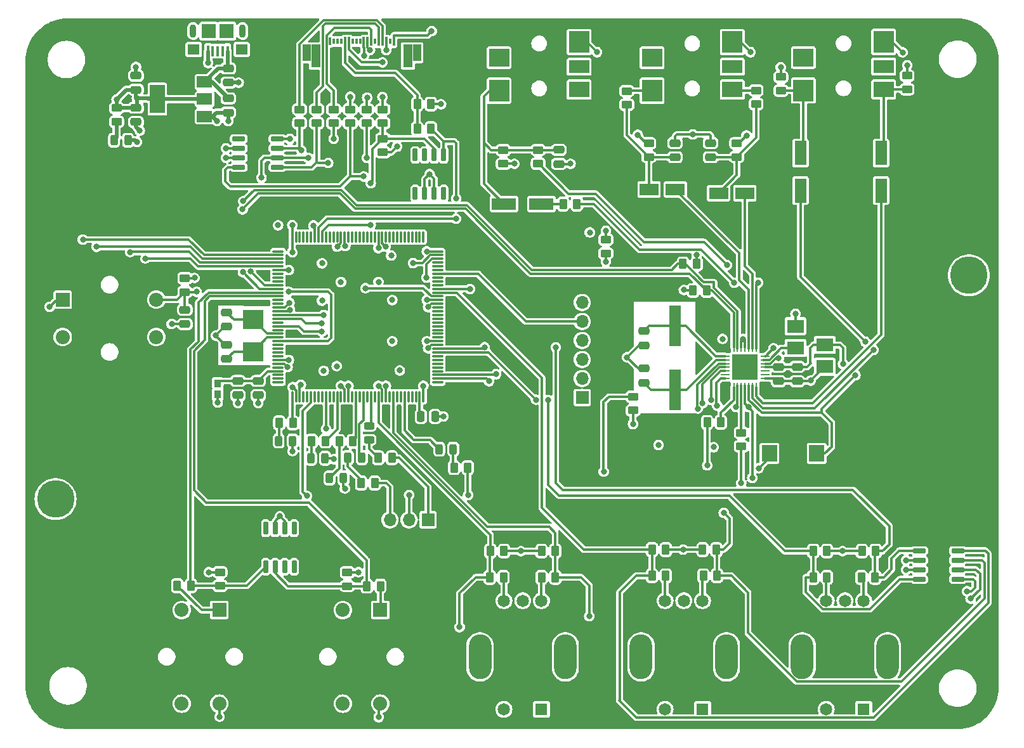
<source format=gbr>
%TF.GenerationSoftware,KiCad,Pcbnew,7.0.10*%
%TF.CreationDate,2024-03-07T22:41:58-05:00*%
%TF.ProjectId,Current,43757272-656e-4742-9e6b-696361645f70,rev?*%
%TF.SameCoordinates,Original*%
%TF.FileFunction,Copper,L1,Top*%
%TF.FilePolarity,Positive*%
%FSLAX46Y46*%
G04 Gerber Fmt 4.6, Leading zero omitted, Abs format (unit mm)*
G04 Created by KiCad (PCBNEW 7.0.10) date 2024-03-07 22:41:58*
%MOMM*%
%LPD*%
G01*
G04 APERTURE LIST*
G04 Aperture macros list*
%AMRoundRect*
0 Rectangle with rounded corners*
0 $1 Rounding radius*
0 $2 $3 $4 $5 $6 $7 $8 $9 X,Y pos of 4 corners*
0 Add a 4 corners polygon primitive as box body*
4,1,4,$2,$3,$4,$5,$6,$7,$8,$9,$2,$3,0*
0 Add four circle primitives for the rounded corners*
1,1,$1+$1,$2,$3*
1,1,$1+$1,$4,$5*
1,1,$1+$1,$6,$7*
1,1,$1+$1,$8,$9*
0 Add four rect primitives between the rounded corners*
20,1,$1+$1,$2,$3,$4,$5,0*
20,1,$1+$1,$4,$5,$6,$7,0*
20,1,$1+$1,$6,$7,$8,$9,0*
20,1,$1+$1,$8,$9,$2,$3,0*%
G04 Aperture macros list end*
%TA.AperFunction,SMDPad,CuDef*%
%ADD10RoundRect,0.150000X0.150000X-0.725000X0.150000X0.725000X-0.150000X0.725000X-0.150000X-0.725000X0*%
%TD*%
%TA.AperFunction,SMDPad,CuDef*%
%ADD11RoundRect,0.250000X-0.450000X0.262500X-0.450000X-0.262500X0.450000X-0.262500X0.450000X0.262500X0*%
%TD*%
%TA.AperFunction,SMDPad,CuDef*%
%ADD12RoundRect,0.250000X0.262500X0.450000X-0.262500X0.450000X-0.262500X-0.450000X0.262500X-0.450000X0*%
%TD*%
%TA.AperFunction,SMDPad,CuDef*%
%ADD13RoundRect,0.250000X0.450000X-0.262500X0.450000X0.262500X-0.450000X0.262500X-0.450000X-0.262500X0*%
%TD*%
%TA.AperFunction,ComponentPad*%
%ADD14R,1.875000X1.875000*%
%TD*%
%TA.AperFunction,ComponentPad*%
%ADD15C,1.875000*%
%TD*%
%TA.AperFunction,SMDPad,CuDef*%
%ADD16R,1.600000X3.200000*%
%TD*%
%TA.AperFunction,SMDPad,CuDef*%
%ADD17RoundRect,0.243750X0.243750X0.456250X-0.243750X0.456250X-0.243750X-0.456250X0.243750X-0.456250X0*%
%TD*%
%TA.AperFunction,SMDPad,CuDef*%
%ADD18RoundRect,0.250000X0.475000X-0.250000X0.475000X0.250000X-0.475000X0.250000X-0.475000X-0.250000X0*%
%TD*%
%TA.AperFunction,SMDPad,CuDef*%
%ADD19RoundRect,0.250000X-0.475000X0.250000X-0.475000X-0.250000X0.475000X-0.250000X0.475000X0.250000X0*%
%TD*%
%TA.AperFunction,SMDPad,CuDef*%
%ADD20RoundRect,0.243750X-0.243750X-0.456250X0.243750X-0.456250X0.243750X0.456250X-0.243750X0.456250X0*%
%TD*%
%TA.AperFunction,SMDPad,CuDef*%
%ADD21R,2.700000X2.900000*%
%TD*%
%TA.AperFunction,SMDPad,CuDef*%
%ADD22R,2.700000X2.100000*%
%TD*%
%TA.AperFunction,SMDPad,CuDef*%
%ADD23R,2.700000X2.400000*%
%TD*%
%TA.AperFunction,SMDPad,CuDef*%
%ADD24R,2.700000X1.800000*%
%TD*%
%TA.AperFunction,SMDPad,CuDef*%
%ADD25R,2.500000X1.600000*%
%TD*%
%TA.AperFunction,SMDPad,CuDef*%
%ADD26R,2.000000X2.200000*%
%TD*%
%TA.AperFunction,SMDPad,CuDef*%
%ADD27RoundRect,0.250000X-0.262500X-0.450000X0.262500X-0.450000X0.262500X0.450000X-0.262500X0.450000X0*%
%TD*%
%TA.AperFunction,ComponentPad*%
%ADD28R,1.650000X1.650000*%
%TD*%
%TA.AperFunction,ComponentPad*%
%ADD29C,1.650000*%
%TD*%
%TA.AperFunction,ComponentPad*%
%ADD30O,3.000000X6.000000*%
%TD*%
%TA.AperFunction,SMDPad,CuDef*%
%ADD31RoundRect,0.250000X0.250000X0.475000X-0.250000X0.475000X-0.250000X-0.475000X0.250000X-0.475000X0*%
%TD*%
%TA.AperFunction,SMDPad,CuDef*%
%ADD32RoundRect,0.150000X-0.150000X0.725000X-0.150000X-0.725000X0.150000X-0.725000X0.150000X0.725000X0*%
%TD*%
%TA.AperFunction,SMDPad,CuDef*%
%ADD33RoundRect,0.150000X0.725000X0.150000X-0.725000X0.150000X-0.725000X-0.150000X0.725000X-0.150000X0*%
%TD*%
%TA.AperFunction,SMDPad,CuDef*%
%ADD34R,3.200000X1.600000*%
%TD*%
%TA.AperFunction,SMDPad,CuDef*%
%ADD35R,2.000000X1.500000*%
%TD*%
%TA.AperFunction,SMDPad,CuDef*%
%ADD36R,2.000000X3.800000*%
%TD*%
%TA.AperFunction,SMDPad,CuDef*%
%ADD37RoundRect,0.243750X-0.456250X0.243750X-0.456250X-0.243750X0.456250X-0.243750X0.456250X0.243750X0*%
%TD*%
%TA.AperFunction,SMDPad,CuDef*%
%ADD38RoundRect,0.062500X-0.537500X-0.062500X0.537500X-0.062500X0.537500X0.062500X-0.537500X0.062500X0*%
%TD*%
%TA.AperFunction,SMDPad,CuDef*%
%ADD39RoundRect,0.062500X-0.062500X-0.537500X0.062500X-0.537500X0.062500X0.537500X-0.062500X0.537500X0*%
%TD*%
%TA.AperFunction,SMDPad,CuDef*%
%ADD40R,3.350000X3.350000*%
%TD*%
%TA.AperFunction,SMDPad,CuDef*%
%ADD41R,0.970000X1.000000*%
%TD*%
%TA.AperFunction,SMDPad,CuDef*%
%ADD42R,0.400000X1.450000*%
%TD*%
%TA.AperFunction,SMDPad,CuDef*%
%ADD43R,0.400000X1.350000*%
%TD*%
%TA.AperFunction,SMDPad,CuDef*%
%ADD44R,0.400000X1.500000*%
%TD*%
%TA.AperFunction,SMDPad,CuDef*%
%ADD45R,1.600000X1.400000*%
%TD*%
%TA.AperFunction,SMDPad,CuDef*%
%ADD46R,1.900000X1.900000*%
%TD*%
%TA.AperFunction,ComponentPad*%
%ADD47O,0.900000X1.800000*%
%TD*%
%TA.AperFunction,SMDPad,CuDef*%
%ADD48R,2.800000X2.600000*%
%TD*%
%TA.AperFunction,SMDPad,CuDef*%
%ADD49R,1.500000X5.500000*%
%TD*%
%TA.AperFunction,SMDPad,CuDef*%
%ADD50R,0.300000X1.000000*%
%TD*%
%TA.AperFunction,SMDPad,CuDef*%
%ADD51R,0.300000X0.800000*%
%TD*%
%TA.AperFunction,SMDPad,CuDef*%
%ADD52R,0.300000X1.200000*%
%TD*%
%TA.AperFunction,SMDPad,CuDef*%
%ADD53R,1.300000X3.049999*%
%TD*%
%TA.AperFunction,SMDPad,CuDef*%
%ADD54RoundRect,0.075000X-0.662500X-0.075000X0.662500X-0.075000X0.662500X0.075000X-0.662500X0.075000X0*%
%TD*%
%TA.AperFunction,SMDPad,CuDef*%
%ADD55RoundRect,0.075000X-0.075000X-0.662500X0.075000X-0.662500X0.075000X0.662500X-0.075000X0.662500X0*%
%TD*%
%TA.AperFunction,SMDPad,CuDef*%
%ADD56R,2.320000X1.810000*%
%TD*%
%TA.AperFunction,ComponentPad*%
%ADD57R,1.700000X1.700000*%
%TD*%
%TA.AperFunction,ComponentPad*%
%ADD58O,1.700000X1.700000*%
%TD*%
%TA.AperFunction,ViaPad*%
%ADD59C,0.800000*%
%TD*%
%TA.AperFunction,ViaPad*%
%ADD60C,2.500000*%
%TD*%
%TA.AperFunction,ViaPad*%
%ADD61C,5.000000*%
%TD*%
%TA.AperFunction,Conductor*%
%ADD62C,0.300000*%
%TD*%
%TA.AperFunction,Conductor*%
%ADD63C,0.500000*%
%TD*%
G04 APERTURE END LIST*
%TA.AperFunction,EtchedComponent*%
%TO.C,J5*%
G36*
X133449992Y-54710000D02*
G01*
X132349992Y-54710000D01*
X132349992Y-52510000D01*
X133449992Y-52510000D01*
X133449992Y-54710000D01*
G37*
%TD.AperFunction*%
%TA.AperFunction,EtchedComponent*%
G36*
X148149992Y-54710000D02*
G01*
X147049992Y-54710000D01*
X147049992Y-52510000D01*
X148149992Y-52510000D01*
X148149992Y-54710000D01*
G37*
%TD.AperFunction*%
%TD*%
D10*
%TO.P,U5,1,I/O1*%
%TO.N,/D7*%
X127395000Y-122275000D03*
%TO.P,U5,2,I/O2*%
%TO.N,/D8*%
X128665000Y-122275000D03*
%TO.P,U5,3,I/O3*%
%TO.N,unconnected-(U5-I{slash}O3-Pad3)*%
X129935000Y-122275000D03*
%TO.P,U5,4,I/O4*%
%TO.N,unconnected-(U5-I{slash}O4-Pad4)*%
X131205000Y-122275000D03*
%TO.P,U5,5,I/O5*%
%TO.N,unconnected-(U5-I{slash}O5-Pad5)*%
X131205000Y-117125000D03*
%TO.P,U5,6,GND*%
%TO.N,GND*%
X129935000Y-117125000D03*
%TO.P,U5,7,GND*%
X128665000Y-117125000D03*
%TO.P,U5,8,I/O6*%
%TO.N,unconnected-(U5-I{slash}O6-Pad8)*%
X127395000Y-117125000D03*
%TD*%
D11*
%TO.P,R33,1*%
%TO.N,GNDA*%
X178520000Y-65707500D03*
%TO.P,R33,2*%
%TO.N,Net-(C33-Pad2)*%
X178520000Y-67532500D03*
%TD*%
D12*
%TO.P,R13,1*%
%TO.N,+3.3V*%
X180787500Y-119980000D03*
%TO.P,R13,2*%
%TO.N,/D4*%
X178962500Y-119980000D03*
%TD*%
%TO.P,R15,1*%
%TO.N,+3.3V*%
X202305000Y-120180000D03*
%TO.P,R15,2*%
%TO.N,/D6*%
X200480000Y-120180000D03*
%TD*%
D13*
%TO.P,R22,1*%
%TO.N,+3.3V*%
X143040000Y-66912500D03*
%TO.P,R22,2*%
%TO.N,/D19*%
X143040000Y-65087500D03*
%TD*%
D14*
%TO.P,SW3,1,1*%
%TO.N,Net-(R20-Pad2)*%
X142700000Y-128050000D03*
D15*
%TO.P,SW3,2,2*%
%TO.N,+3.3V*%
X142700000Y-140550000D03*
%TO.P,SW3,3*%
%TO.N,N/C*%
X137700000Y-128050000D03*
%TO.P,SW3,4*%
X137700000Y-140550000D03*
%TD*%
D16*
%TO.P,E6,1*%
%TO.N,Net-(U3-LHPOUT)*%
X198770000Y-72020000D03*
%TO.P,E6,2*%
%TO.N,Net-(E6-Pad2)*%
X198770000Y-67020000D03*
%TD*%
D17*
%TO.P,D2,1,K*%
%TO.N,GND*%
X135327500Y-107770000D03*
%TO.P,D2,2,A*%
%TO.N,Net-(D2-A)*%
X133452500Y-107770000D03*
%TD*%
D11*
%TO.P,R36,1*%
%TO.N,Net-(J3-Pad2)*%
X175590000Y-58732500D03*
%TO.P,R36,2*%
%TO.N,Net-(C33-Pad2)*%
X175590000Y-60557500D03*
%TD*%
D13*
%TO.P,R37,1*%
%TO.N,Net-(C34-Pad1)*%
X192840000Y-60470000D03*
%TO.P,R37,2*%
%TO.N,Net-(J3-Pad3)*%
X192840000Y-58645000D03*
%TD*%
D12*
%TO.P,R5,1*%
%TO.N,/D13*%
X208717500Y-123680000D03*
%TO.P,R5,2*%
%TO.N,Net-(R5-Pad2)*%
X206892500Y-123680000D03*
%TD*%
D18*
%TO.P,C24,1*%
%TO.N,Net-(U4-PH1)*%
X122200000Y-94500000D03*
%TO.P,C24,2*%
%TO.N,GND*%
X122200000Y-92600000D03*
%TD*%
D13*
%TO.P,R40,1*%
%TO.N,/D16*%
X131930000Y-63012500D03*
%TO.P,R40,2*%
%TO.N,Net-(J5-Pin_15)*%
X131930000Y-61187500D03*
%TD*%
D12*
%TO.P,R28,1*%
%TO.N,/Ext3*%
X141962500Y-111100000D03*
%TO.P,R28,2*%
%TO.N,Net-(D4-A)*%
X140137500Y-111100000D03*
%TD*%
D19*
%TO.P,C32,1*%
%TO.N,Net-(C32-Pad1)*%
X166520000Y-66570000D03*
%TO.P,C32,2*%
%TO.N,GNDA*%
X166520000Y-68470000D03*
%TD*%
D20*
%TO.P,D7,1,K*%
%TO.N,Net-(D7-K)*%
X150552500Y-106560000D03*
%TO.P,D7,2,A*%
%TO.N,Net-(D7-A)*%
X152427500Y-106560000D03*
%TD*%
D21*
%TO.P,J2,1*%
%TO.N,GNDA*%
X209870000Y-52160000D03*
%TO.P,J2,2*%
%TO.N,Net-(E6-Pad2)*%
X199170000Y-58660000D03*
D22*
%TO.P,J2,3*%
%TO.N,Net-(E7-Pad2)*%
X209870000Y-58510000D03*
D23*
%TO.P,J2,10*%
%TO.N,unconnected-(J2-Pad10)*%
X199170000Y-54260000D03*
D24*
%TO.P,J2,11*%
%TO.N,unconnected-(J2-Pad11)*%
X209870000Y-55460000D03*
%TD*%
D25*
%TO.P,E2,1*%
%TO.N,Net-(U3-LLINEIN)*%
X182060000Y-71850000D03*
%TO.P,E2,2*%
%TO.N,Net-(C33-Pad2)*%
X178560000Y-71850000D03*
%TD*%
D26*
%TO.P,L1,1*%
%TO.N,+3.3V*%
X194630000Y-107130000D03*
%TO.P,L1,2*%
%TO.N,+3.3VA*%
X200930000Y-107130000D03*
%TD*%
D12*
%TO.P,R38,1*%
%TO.N,+3.3V*%
X149450000Y-60490000D03*
%TO.P,R38,2*%
%TO.N,Net-(J5-Pin_5)*%
X147625000Y-60490000D03*
%TD*%
D27*
%TO.P,R9,1*%
%TO.N,+3.3V*%
X184430000Y-85380000D03*
%TO.P,R9,2*%
%TO.N,/PF1(I2C2_SCL {slash} SCL)*%
X186255000Y-85380000D03*
%TD*%
D19*
%TO.P,C42,1*%
%TO.N,VDDA*%
X126400000Y-97450000D03*
%TO.P,C42,2*%
%TO.N,GND*%
X126400000Y-99350000D03*
%TD*%
D12*
%TO.P,R18,1*%
%TO.N,Net-(U3-DACDAT)*%
X188140000Y-103000000D03*
%TO.P,R18,2*%
%TO.N,/PE6(SA1_SD_A {slash} MOSI)*%
X186315000Y-103000000D03*
%TD*%
D28*
%TO.P,SW5,1*%
%TO.N,N/C*%
X185700000Y-141300000D03*
D29*
%TO.P,SW5,2*%
X180700000Y-141300000D03*
%TO.P,SW5,A,A*%
%TO.N,Net-(R3-Pad2)*%
X185700000Y-126800000D03*
%TO.P,SW5,B,B*%
%TO.N,Net-(R4-Pad2)*%
X180700000Y-126800000D03*
%TO.P,SW5,COM,C*%
%TO.N,GND*%
X183200000Y-126800000D03*
D30*
%TO.P,SW5,S1*%
%TO.N,N/C*%
X188900000Y-134300000D03*
%TO.P,SW5,S2*%
X177500000Y-134300000D03*
%TD*%
D19*
%TO.P,C9,1*%
%TO.N,+5V*%
X122400000Y-55720500D03*
%TO.P,C9,2*%
%TO.N,GND*%
X122400000Y-57620500D03*
%TD*%
D13*
%TO.P,R7,1*%
%TO.N,/D7*%
X121300000Y-124812500D03*
%TO.P,R7,2*%
%TO.N,GND*%
X121300000Y-122987500D03*
%TD*%
D31*
%TO.P,C35,1*%
%TO.N,GND*%
X150000000Y-102200000D03*
%TO.P,C35,2*%
%TO.N,Net-(U4-VCAP_1)*%
X148100000Y-102200000D03*
%TD*%
D32*
%TO.P,U7,1,I/O1*%
%TO.N,/D20*%
X151165000Y-67265000D03*
%TO.P,U7,2,I/O2*%
%TO.N,/D19*%
X149895000Y-67265000D03*
%TO.P,U7,3,I/O3*%
%TO.N,unconnected-(U7-I{slash}O3-Pad3)*%
X148625000Y-67265000D03*
%TO.P,U7,4,I/O4*%
%TO.N,unconnected-(U7-I{slash}O4-Pad4)*%
X147355000Y-67265000D03*
%TO.P,U7,5,I/O5*%
%TO.N,unconnected-(U7-I{slash}O5-Pad5)*%
X147355000Y-72415000D03*
%TO.P,U7,6,GND*%
%TO.N,GND*%
X148625000Y-72415000D03*
%TO.P,U7,7,GND*%
X149895000Y-72415000D03*
%TO.P,U7,8,I/O6*%
%TO.N,unconnected-(U7-I{slash}O6-Pad8)*%
X151165000Y-72415000D03*
%TD*%
D13*
%TO.P,R32,1*%
%TO.N,Net-(E6-Pad2)*%
X196150000Y-58682500D03*
%TO.P,R32,2*%
%TO.N,GNDA*%
X196150000Y-56857500D03*
%TD*%
D33*
%TO.P,U6,1,I/O1*%
%TO.N,/D12*%
X128960000Y-68920000D03*
%TO.P,U6,2,I/O2*%
%TO.N,/D15*%
X128960000Y-67650000D03*
%TO.P,U6,3,I/O3*%
%TO.N,/D16*%
X128960000Y-66380000D03*
%TO.P,U6,4,I/O4*%
%TO.N,/D17*%
X128960000Y-65110000D03*
%TO.P,U6,5,I/O5*%
%TO.N,unconnected-(U6-I{slash}O5-Pad5)*%
X123810000Y-65110000D03*
%TO.P,U6,6,GND*%
%TO.N,GND*%
X123810000Y-66380000D03*
%TO.P,U6,7,GND*%
X123810000Y-67650000D03*
%TO.P,U6,8,I/O6*%
%TO.N,/D18*%
X123810000Y-68920000D03*
%TD*%
D27*
%TO.P,R6,1*%
%TO.N,/D6*%
X200480000Y-123680000D03*
%TO.P,R6,2*%
%TO.N,Net-(R6-Pad2)*%
X202305000Y-123680000D03*
%TD*%
%TO.P,R27,1*%
%TO.N,Net-(D3-A)*%
X137207500Y-105530000D03*
%TO.P,R27,2*%
%TO.N,Net-(U4-PF14)*%
X139032500Y-105530000D03*
%TD*%
D12*
%TO.P,R11,1*%
%TO.N,+3.3V*%
X159205000Y-120182500D03*
%TO.P,R11,2*%
%TO.N,/D2*%
X157380000Y-120182500D03*
%TD*%
D34*
%TO.P,E8,1*%
%TO.N,Net-(E8-Pad1)*%
X164207500Y-73820000D03*
%TO.P,E8,2*%
%TO.N,Net-(C32-Pad1)*%
X159207500Y-73820000D03*
%TD*%
D27*
%TO.P,R10,1*%
%TO.N,+3.3V*%
X164217500Y-120182500D03*
%TO.P,R10,2*%
%TO.N,/D1*%
X166042500Y-120182500D03*
%TD*%
%TO.P,R26,1*%
%TO.N,Net-(D2-A)*%
X133547500Y-105470000D03*
%TO.P,R26,2*%
%TO.N,Net-(U4-PF11)*%
X135372500Y-105470000D03*
%TD*%
D18*
%TO.P,C25,1*%
%TO.N,GND*%
X122200000Y-90200000D03*
%TO.P,C25,2*%
%TO.N,Net-(U4-PH0)*%
X122200000Y-88300000D03*
%TD*%
D19*
%TO.P,C26,1*%
%TO.N,Net-(U3-XTI{slash}MCLK)*%
X177890000Y-90800000D03*
%TO.P,C26,2*%
%TO.N,GND*%
X177890000Y-92700000D03*
%TD*%
D35*
%TO.P,U1,1,GND*%
%TO.N,GND*%
X119250000Y-62120500D03*
%TO.P,U1,2,VO*%
%TO.N,+3.3V*%
X119250000Y-59820500D03*
D36*
X112950000Y-59820500D03*
D35*
%TO.P,U1,3,VI*%
%TO.N,+5V*%
X119250000Y-57520500D03*
%TD*%
D12*
%TO.P,R8,1*%
%TO.N,+3.3V*%
X184912500Y-81830000D03*
%TO.P,R8,2*%
%TO.N,/PF0(I2C2_SDA {slash} SDA)*%
X183087500Y-81830000D03*
%TD*%
D27*
%TO.P,R14,1*%
%TO.N,+3.3V*%
X206980000Y-120180000D03*
%TO.P,R14,2*%
%TO.N,/D13*%
X208805000Y-120180000D03*
%TD*%
D25*
%TO.P,E3,1*%
%TO.N,Net-(U3-RLINEIN)*%
X191350000Y-72370000D03*
%TO.P,E3,2*%
%TO.N,Net-(C34-Pad1)*%
X187850000Y-72370000D03*
%TD*%
D27*
%TO.P,R12,1*%
%TO.N,+3.3V*%
X185712500Y-119980000D03*
%TO.P,R12,2*%
%TO.N,/D3*%
X187537500Y-119980000D03*
%TD*%
D19*
%TO.P,C21,1*%
%TO.N,+3.3V*%
X110100000Y-60970500D03*
%TO.P,C21,2*%
%TO.N,GND*%
X110100000Y-62870500D03*
%TD*%
D37*
%TO.P,D6,1,K*%
%TO.N,Net-(D6-K)*%
X141180000Y-103442500D03*
%TO.P,D6,2,A*%
%TO.N,Net-(D6-A)*%
X141180000Y-105317500D03*
%TD*%
D18*
%TO.P,C30,1*%
%TO.N,GNDA*%
X195830000Y-97480000D03*
%TO.P,C30,2*%
%TO.N,+3.3VA*%
X195830000Y-95580000D03*
%TD*%
D13*
%TO.P,R30,1*%
%TO.N,Net-(U3-MICBIAS)*%
X163770000Y-68432500D03*
%TO.P,R30,2*%
%TO.N,Net-(C32-Pad1)*%
X163770000Y-66607500D03*
%TD*%
D11*
%TO.P,R2,1*%
%TO.N,+3.3V*%
X116622500Y-83737500D03*
%TO.P,R2,2*%
%TO.N,/NRST*%
X116622500Y-85562500D03*
%TD*%
D13*
%TO.P,R39,1*%
%TO.N,/D15*%
X140880000Y-63012500D03*
%TO.P,R39,2*%
%TO.N,Net-(J5-Pin_10)*%
X140880000Y-61187500D03*
%TD*%
D17*
%TO.P,D3,1,K*%
%TO.N,GND*%
X137787500Y-110430000D03*
%TO.P,D3,2,A*%
%TO.N,Net-(D3-A)*%
X135912500Y-110430000D03*
%TD*%
D13*
%TO.P,R24,1*%
%TO.N,Net-(D5-A)*%
X107500000Y-62833000D03*
%TO.P,R24,2*%
%TO.N,+3.3V*%
X107500000Y-61008000D03*
%TD*%
D38*
%TO.P,U3,1,XTI/MCLK*%
%TO.N,Net-(U3-XTI{slash}MCLK)*%
X188720000Y-94130000D03*
%TO.P,U3,2,XTO*%
%TO.N,Net-(U3-XTO)*%
X188720000Y-94630000D03*
%TO.P,U3,3,DCVDD*%
%TO.N,+3.3V*%
X188720000Y-95130000D03*
%TO.P,U3,4,DGND*%
%TO.N,GND*%
X188720000Y-95630000D03*
%TO.P,U3,5,DBVDD*%
%TO.N,+3.3V*%
X188720000Y-96130000D03*
%TO.P,U3,6,CLKOUT*%
%TO.N,unconnected-(U3-CLKOUT-Pad6)*%
X188720000Y-96630000D03*
%TO.P,U3,7,BCLK*%
%TO.N,Net-(U3-BCLK)*%
X188720000Y-97130000D03*
D39*
%TO.P,U3,8,DACDAT*%
%TO.N,Net-(U3-DACDAT)*%
X189870000Y-98280000D03*
%TO.P,U3,9,DACLRC*%
%TO.N,/PE4(SAI1_FS_A {slash} ADCL)*%
X190370000Y-98280000D03*
%TO.P,U3,10,ADCDAT*%
%TO.N,Net-(U3-ADCDAT)*%
X190870000Y-98280000D03*
%TO.P,U3,11,ADCLRC*%
%TO.N,/PE4(SAI1_FS_A {slash} ADCL)*%
X191370000Y-98280000D03*
%TO.P,U3,12,HPVDD*%
%TO.N,+3.3VA*%
X191870000Y-98280000D03*
%TO.P,U3,13,LHPOUT*%
%TO.N,Net-(U3-LHPOUT)*%
X192370000Y-98280000D03*
%TO.P,U3,14,RHPOUT*%
%TO.N,Net-(U3-RHPOUT)*%
X192870000Y-98280000D03*
D38*
%TO.P,U3,15,HPGND*%
%TO.N,GNDA*%
X194020000Y-97130000D03*
%TO.P,U3,16,LOUT*%
%TO.N,unconnected-(U3-LOUT-Pad16)*%
X194020000Y-96630000D03*
%TO.P,U3,17,ROUT*%
%TO.N,unconnected-(U3-ROUT-Pad17)*%
X194020000Y-96130000D03*
%TO.P,U3,18,AVDD*%
%TO.N,+3.3VA*%
X194020000Y-95630000D03*
%TO.P,U3,19,AGND*%
%TO.N,GNDA*%
X194020000Y-95130000D03*
%TO.P,U3,20,VMID*%
%TO.N,Net-(U3-VMID)*%
X194020000Y-94630000D03*
%TO.P,U3,21,MICBIAS*%
%TO.N,Net-(U3-MICBIAS)*%
X194020000Y-94130000D03*
D39*
%TO.P,U3,22,MICIN*%
%TO.N,Net-(U3-MICIN)*%
X192870000Y-92980000D03*
%TO.P,U3,23,RLINEIN*%
%TO.N,Net-(U3-RLINEIN)*%
X192370000Y-92980000D03*
%TO.P,U3,24,LLINEIN*%
%TO.N,Net-(U3-LLINEIN)*%
X191870000Y-92980000D03*
%TO.P,U3,25,MODE*%
%TO.N,GND*%
X191370000Y-92980000D03*
%TO.P,U3,26,~{CSB}*%
X190870000Y-92980000D03*
%TO.P,U3,27,SDIN*%
%TO.N,/PF0(I2C2_SDA {slash} SDA)*%
X190370000Y-92980000D03*
%TO.P,U3,28,SCLK*%
%TO.N,/PF1(I2C2_SCL {slash} SCL)*%
X189870000Y-92980000D03*
D40*
%TO.P,U3,29,AGND*%
%TO.N,GNDA*%
X191370000Y-95630000D03*
%TD*%
D12*
%TO.P,R3,1*%
%TO.N,/D3*%
X187625000Y-123480000D03*
%TO.P,R3,2*%
%TO.N,Net-(R3-Pad2)*%
X185800000Y-123480000D03*
%TD*%
%TO.P,R19,1*%
%TO.N,/D7*%
X117412500Y-124800000D03*
%TO.P,R19,2*%
%TO.N,Net-(R19-Pad2)*%
X115587500Y-124800000D03*
%TD*%
D17*
%TO.P,D5,1,K*%
%TO.N,GND*%
X109037500Y-65320500D03*
%TO.P,D5,2,A*%
%TO.N,Net-(D5-A)*%
X107162500Y-65320500D03*
%TD*%
D19*
%TO.P,C41,1*%
%TO.N,VDDA*%
X123700000Y-97450000D03*
%TO.P,C41,2*%
%TO.N,GND*%
X123700000Y-99350000D03*
%TD*%
D13*
%TO.P,R42,1*%
%TO.N,/D18*%
X138680000Y-63012500D03*
%TO.P,R42,2*%
%TO.N,Net-(J5-Pin_11)*%
X138680000Y-61187500D03*
%TD*%
D41*
%TO.P,FB1,1*%
%TO.N,VDDA*%
X121000000Y-97765000D03*
%TO.P,FB1,2*%
%TO.N,+3.3V*%
X121000000Y-99235000D03*
%TD*%
D28*
%TO.P,SW4,1*%
%TO.N,N/C*%
X164200000Y-141302500D03*
D29*
%TO.P,SW4,2*%
X159200000Y-141302500D03*
%TO.P,SW4,A,A*%
%TO.N,Net-(R52-Pad2)*%
X164200000Y-126802500D03*
%TO.P,SW4,B,B*%
%TO.N,Net-(R53-Pad2)*%
X159200000Y-126802500D03*
%TO.P,SW4,COM,C*%
%TO.N,GND*%
X161700000Y-126802500D03*
D30*
%TO.P,SW4,S1*%
%TO.N,N/C*%
X167400000Y-134302500D03*
%TO.P,SW4,S2*%
X156000000Y-134302500D03*
%TD*%
D42*
%TO.P,J1,1,VBUS*%
%TO.N,+5V*%
X122300000Y-53395500D03*
D43*
%TO.P,J1,2,D-*%
%TO.N,unconnected-(J1-D--Pad2)*%
X121650000Y-53395500D03*
%TO.P,J1,3,D+*%
%TO.N,unconnected-(J1-D+-Pad3)*%
X121000000Y-53395500D03*
%TO.P,J1,4,ID*%
%TO.N,unconnected-(J1-ID-Pad4)*%
X120350000Y-53395500D03*
D44*
%TO.P,J1,5,GND*%
%TO.N,GND*%
X119700000Y-53395500D03*
D45*
%TO.P,J1,S1*%
%TO.N,N/C*%
X124200000Y-53170500D03*
%TO.P,J1,S2*%
X117800000Y-53170500D03*
D46*
%TO.P,J1,S3*%
X119800000Y-50720500D03*
%TO.P,J1,S4*%
X122200000Y-50720500D03*
D47*
%TO.P,J1,S5*%
X124300000Y-50720500D03*
%TO.P,J1,S6*%
X117700000Y-50720500D03*
%TD*%
D13*
%TO.P,R31,1*%
%TO.N,Net-(E7-Pad2)*%
X212990000Y-58510000D03*
%TO.P,R31,2*%
%TO.N,GNDA*%
X212990000Y-56685000D03*
%TD*%
D48*
%TO.P,X1,1,1*%
%TO.N,Net-(U4-PH1)*%
X125700000Y-93550000D03*
%TO.P,X1,2,2*%
%TO.N,Net-(U4-PH0)*%
X125700000Y-89250000D03*
%TD*%
D17*
%TO.P,D4,1,K*%
%TO.N,Net-(D4-K)*%
X140247500Y-107690000D03*
%TO.P,D4,2,A*%
%TO.N,Net-(D4-A)*%
X138372500Y-107690000D03*
%TD*%
D21*
%TO.P,J3,1*%
%TO.N,GNDA*%
X189670000Y-52187500D03*
%TO.P,J3,2*%
%TO.N,Net-(J3-Pad2)*%
X178970000Y-58687500D03*
D22*
%TO.P,J3,3*%
%TO.N,Net-(J3-Pad3)*%
X189670000Y-58537500D03*
D23*
%TO.P,J3,10*%
%TO.N,unconnected-(J3-Pad10)*%
X178970000Y-54287500D03*
D24*
%TO.P,J3,11*%
%TO.N,unconnected-(J3-Pad11)*%
X189670000Y-55487500D03*
%TD*%
D27*
%TO.P,R53,1*%
%TO.N,/D2*%
X157305000Y-123682500D03*
%TO.P,R53,2*%
%TO.N,Net-(R53-Pad2)*%
X159130000Y-123682500D03*
%TD*%
%TO.P,R23,1*%
%TO.N,Net-(D1-A)*%
X129207500Y-103050000D03*
%TO.P,R23,2*%
%TO.N,Net-(U4-PA3)*%
X131032500Y-103050000D03*
%TD*%
D11*
%TO.P,R34,1*%
%TO.N,GNDA*%
X190270000Y-65707500D03*
%TO.P,R34,2*%
%TO.N,Net-(C34-Pad1)*%
X190270000Y-67532500D03*
%TD*%
D12*
%TO.P,R44,1*%
%TO.N,/D20*%
X149450000Y-63760000D03*
%TO.P,R44,2*%
%TO.N,Net-(J5-Pin_5)*%
X147625000Y-63760000D03*
%TD*%
D49*
%TO.P,X2,1,1*%
%TO.N,Net-(U3-XTO)*%
X182000000Y-98620000D03*
%TO.P,X2,2,2*%
%TO.N,Net-(U3-XTI{slash}MCLK)*%
X182000000Y-90120000D03*
%TD*%
D27*
%TO.P,R46,1*%
%TO.N,Net-(D7-A)*%
X152537500Y-109020000D03*
%TO.P,R46,2*%
%TO.N,/Ext2*%
X154362500Y-109020000D03*
%TD*%
D13*
%TO.P,R41,1*%
%TO.N,/D17*%
X136470000Y-63012500D03*
%TO.P,R41,2*%
%TO.N,Net-(J5-Pin_12)*%
X136470000Y-61187500D03*
%TD*%
D33*
%TO.P,U2,1,I/O1*%
%TO.N,/D1*%
X219780000Y-123940000D03*
%TO.P,U2,2,I/O2*%
%TO.N,/D2*%
X219780000Y-122670000D03*
%TO.P,U2,3,I/O3*%
%TO.N,/D3*%
X219780000Y-121400000D03*
%TO.P,U2,4,I/O4*%
%TO.N,/D4*%
X219780000Y-120130000D03*
%TO.P,U2,5,I/O5*%
%TO.N,/D13*%
X214630000Y-120130000D03*
%TO.P,U2,6,GND*%
%TO.N,GND*%
X214630000Y-121400000D03*
%TO.P,U2,7,GND*%
X214630000Y-122670000D03*
%TO.P,U2,8,I/O6*%
%TO.N,/D6*%
X214630000Y-123940000D03*
%TD*%
D18*
%TO.P,C31,1*%
%TO.N,GNDA*%
X198330000Y-97480000D03*
%TO.P,C31,2*%
%TO.N,+3.3VA*%
X198330000Y-95580000D03*
%TD*%
D50*
%TO.P,J5,1,Pin_1*%
%TO.N,unconnected-(J5-Pin_1-Pad1)*%
X136000001Y-52110000D03*
D51*
%TO.P,J5,2,Pin_2*%
%TO.N,unconnected-(J5-Pin_2-Pad2)*%
X136500000Y-52110000D03*
%TO.P,J5,3,Pin_3*%
%TO.N,unconnected-(J5-Pin_3-Pad3)*%
X137000001Y-52110000D03*
%TO.P,J5,4,Pin_4*%
%TO.N,unconnected-(J5-Pin_4-Pad4)*%
X137500000Y-52110000D03*
D52*
%TO.P,J5,5,Pin_5*%
%TO.N,Net-(J5-Pin_5)*%
X138000002Y-52110000D03*
%TO.P,J5,6,Pin_6*%
%TO.N,Net-(J5-Pin_6)*%
X138500001Y-52110000D03*
D51*
%TO.P,J5,7,Pin_7*%
%TO.N,unconnected-(J5-Pin_7-Pad7)*%
X139000000Y-52110000D03*
%TO.P,J5,8,Pin_8*%
%TO.N,unconnected-(J5-Pin_8-Pad8)*%
X139500001Y-52110000D03*
%TO.P,J5,9,Pin_9*%
%TO.N,unconnected-(J5-Pin_9-Pad9)*%
X140000000Y-52110000D03*
D52*
%TO.P,J5,10,Pin_10*%
%TO.N,Net-(J5-Pin_10)*%
X140500002Y-52110000D03*
%TO.P,J5,11,Pin_11*%
%TO.N,Net-(J5-Pin_11)*%
X141000001Y-52110000D03*
%TO.P,J5,12,Pin_12*%
%TO.N,Net-(J5-Pin_12)*%
X141500000Y-52110000D03*
D51*
%TO.P,J5,13,Pin_13*%
%TO.N,unconnected-(J5-Pin_13-Pad13)*%
X142000001Y-52110000D03*
D52*
%TO.P,J5,14,Pin_14*%
%TO.N,Net-(J5-Pin_14)*%
X142500000Y-52110000D03*
%TO.P,J5,15,Pin_15*%
%TO.N,Net-(J5-Pin_15)*%
X143000002Y-52110000D03*
%TO.P,J5,16,Pin_16*%
%TO.N,GND*%
X143500001Y-52110000D03*
D51*
%TO.P,J5,17,Pin_17*%
%TO.N,unconnected-(J5-Pin_17-Pad17)*%
X144000000Y-52110000D03*
D52*
%TO.P,J5,18,Pin_18*%
%TO.N,+3.3V*%
X144500001Y-52110000D03*
D53*
%TO.P,J5,P1*%
%TO.N,N/C*%
X134100000Y-54035000D03*
%TO.P,J5,P2*%
X146399984Y-54035000D03*
%TD*%
D12*
%TO.P,R29,1*%
%TO.N,Net-(U3-MICIN)*%
X168920000Y-73820000D03*
%TO.P,R29,2*%
%TO.N,Net-(E8-Pad1)*%
X167095000Y-73820000D03*
%TD*%
D14*
%TO.P,SW2,1,1*%
%TO.N,Net-(R19-Pad2)*%
X121200000Y-128050000D03*
D15*
%TO.P,SW2,2,2*%
%TO.N,+3.3V*%
X121200000Y-140550000D03*
%TO.P,SW2,3*%
%TO.N,N/C*%
X116200000Y-128050000D03*
%TO.P,SW2,4*%
X116200000Y-140550000D03*
%TD*%
D21*
%TO.P,J4,1*%
%TO.N,GNDA*%
X169240000Y-52187500D03*
%TO.P,J4,2*%
%TO.N,Net-(C32-Pad1)*%
X158540000Y-58687500D03*
D22*
%TO.P,J4,3*%
%TO.N,unconnected-(J4-Pad3)*%
X169240000Y-58537500D03*
D23*
%TO.P,J4,10*%
%TO.N,unconnected-(J4-Pad10)*%
X158540000Y-54287500D03*
D24*
%TO.P,J4,11*%
%TO.N,unconnected-(J4-Pad11)*%
X169240000Y-55487500D03*
%TD*%
D18*
%TO.P,C34,1*%
%TO.N,Net-(C34-Pad1)*%
X186770000Y-67570000D03*
%TO.P,C34,2*%
%TO.N,GNDA*%
X186770000Y-65670000D03*
%TD*%
D11*
%TO.P,R35,1*%
%TO.N,Net-(C32-Pad1)*%
X159107500Y-66620000D03*
%TO.P,R35,2*%
%TO.N,GNDA*%
X159107500Y-68445000D03*
%TD*%
D54*
%TO.P,U4,1,PE2*%
%TO.N,unconnected-(U4-PE2-Pad1)*%
X129037500Y-80150000D03*
%TO.P,U4,2,PE3*%
%TO.N,/PE3(SA1_SD_B {slash} MISO)*%
X129037500Y-80650000D03*
%TO.P,U4,3,PE4*%
%TO.N,/PE4(SAI1_FS_A {slash} ADCL)*%
X129037500Y-81150000D03*
%TO.P,U4,4,PE5*%
%TO.N,/PE5(SAI1_SCK_A {slash} SCK)*%
X129037500Y-81650000D03*
%TO.P,U4,5,PE6*%
%TO.N,/PE6(SA1_SD_A {slash} MOSI)*%
X129037500Y-82150000D03*
%TO.P,U4,6,VBAT*%
%TO.N,+3.3V*%
X129037500Y-82650000D03*
%TO.P,U4,7,PC13*%
%TO.N,unconnected-(U4-PC13-Pad7)*%
X129037500Y-83150000D03*
%TO.P,U4,8,PC14*%
%TO.N,unconnected-(U4-PC14-Pad8)*%
X129037500Y-83650000D03*
%TO.P,U4,9,PC15*%
%TO.N,unconnected-(U4-PC15-Pad9)*%
X129037500Y-84150000D03*
%TO.P,U4,10,PF0*%
%TO.N,/PF0(I2C2_SDA {slash} SDA)*%
X129037500Y-84650000D03*
%TO.P,U4,11,PF1*%
%TO.N,/PF1(I2C2_SCL {slash} SCL)*%
X129037500Y-85150000D03*
%TO.P,U4,12,PF2*%
%TO.N,/D7*%
X129037500Y-85650000D03*
%TO.P,U4,13,PF3*%
%TO.N,/D8*%
X129037500Y-86150000D03*
%TO.P,U4,14,PF4*%
%TO.N,unconnected-(U4-PF4-Pad14)*%
X129037500Y-86650000D03*
%TO.P,U4,15,PF5*%
%TO.N,unconnected-(U4-PF5-Pad15)*%
X129037500Y-87150000D03*
%TO.P,U4,16,VSS*%
%TO.N,GND*%
X129037500Y-87650000D03*
%TO.P,U4,17,VDD*%
%TO.N,+3.3V*%
X129037500Y-88150000D03*
%TO.P,U4,18,PF6*%
%TO.N,/D15*%
X129037500Y-88650000D03*
%TO.P,U4,19,PF7*%
%TO.N,/D16*%
X129037500Y-89150000D03*
%TO.P,U4,20,PF8*%
%TO.N,unconnected-(U4-PF8-Pad20)*%
X129037500Y-89650000D03*
%TO.P,U4,21,PF9*%
%TO.N,/D12*%
X129037500Y-90150000D03*
%TO.P,U4,22,PF10*%
%TO.N,unconnected-(U4-PF10-Pad22)*%
X129037500Y-90650000D03*
%TO.P,U4,23,PH0*%
%TO.N,Net-(U4-PH0)*%
X129037500Y-91150000D03*
%TO.P,U4,24,PH1*%
%TO.N,Net-(U4-PH1)*%
X129037500Y-91650000D03*
%TO.P,U4,25,NRST*%
%TO.N,/NRST*%
X129037500Y-92150000D03*
%TO.P,U4,26,PC0*%
%TO.N,unconnected-(U4-PC0-Pad26)*%
X129037500Y-92650000D03*
%TO.P,U4,27,PC1*%
%TO.N,unconnected-(U4-PC1-Pad27)*%
X129037500Y-93150000D03*
%TO.P,U4,28,PC2*%
%TO.N,unconnected-(U4-PC2-Pad28)*%
X129037500Y-93650000D03*
%TO.P,U4,29,PC3*%
%TO.N,unconnected-(U4-PC3-Pad29)*%
X129037500Y-94150000D03*
%TO.P,U4,30,VDD*%
%TO.N,+3.3V*%
X129037500Y-94650000D03*
%TO.P,U4,31,VSSA*%
%TO.N,GNDA*%
X129037500Y-95150000D03*
%TO.P,U4,32,VREF+*%
%TO.N,unconnected-(U4-VREF+-Pad32)*%
X129037500Y-95650000D03*
%TO.P,U4,33,VDDA*%
%TO.N,VDDA*%
X129037500Y-96150000D03*
%TO.P,U4,34,PA0*%
%TO.N,unconnected-(U4-PA0-Pad34)*%
X129037500Y-96650000D03*
%TO.P,U4,35,PA1*%
%TO.N,unconnected-(U4-PA1-Pad35)*%
X129037500Y-97150000D03*
%TO.P,U4,36,PA2*%
%TO.N,unconnected-(U4-PA2-Pad36)*%
X129037500Y-97650000D03*
D55*
%TO.P,U4,37,PA3*%
%TO.N,Net-(U4-PA3)*%
X130950000Y-99562500D03*
%TO.P,U4,38,VSS*%
%TO.N,GND*%
X131450000Y-99562500D03*
%TO.P,U4,39,VDD*%
%TO.N,+3.3V*%
X131950000Y-99562500D03*
%TO.P,U4,40,PA4*%
%TO.N,unconnected-(U4-PA4-Pad40)*%
X132450000Y-99562500D03*
%TO.P,U4,41,PA5*%
%TO.N,unconnected-(U4-PA5-Pad41)*%
X132950000Y-99562500D03*
%TO.P,U4,42,PA6*%
%TO.N,/D3*%
X133450000Y-99562500D03*
%TO.P,U4,43,PA7*%
%TO.N,unconnected-(U4-PA7-Pad43)*%
X133950000Y-99562500D03*
%TO.P,U4,44,PC4*%
%TO.N,unconnected-(U4-PC4-Pad44)*%
X134450000Y-99562500D03*
%TO.P,U4,45,PC5*%
%TO.N,unconnected-(U4-PC5-Pad45)*%
X134950000Y-99562500D03*
%TO.P,U4,46,PB0*%
%TO.N,RST*%
X135450000Y-99562500D03*
%TO.P,U4,47,PB1*%
%TO.N,unconnected-(U4-PB1-Pad47)*%
X135950000Y-99562500D03*
%TO.P,U4,48,PB2*%
%TO.N,unconnected-(U4-PB2-Pad48)*%
X136450000Y-99562500D03*
%TO.P,U4,49,PF11*%
%TO.N,Net-(U4-PF11)*%
X136950000Y-99562500D03*
%TO.P,U4,50,PF12*%
%TO.N,unconnected-(U4-PF12-Pad50)*%
X137450000Y-99562500D03*
%TO.P,U4,51,VSS*%
%TO.N,GND*%
X137950000Y-99562500D03*
%TO.P,U4,52,VDD*%
%TO.N,+3.3V*%
X138450000Y-99562500D03*
%TO.P,U4,53,PF13*%
%TO.N,unconnected-(U4-PF13-Pad53)*%
X138950000Y-99562500D03*
%TO.P,U4,54,PF14*%
%TO.N,Net-(U4-PF14)*%
X139450000Y-99562500D03*
%TO.P,U4,55,PF15*%
%TO.N,unconnected-(U4-PF15-Pad55)*%
X139950000Y-99562500D03*
%TO.P,U4,56,PG0*%
%TO.N,Net-(D4-K)*%
X140450000Y-99562500D03*
%TO.P,U4,57,PG1*%
%TO.N,unconnected-(U4-PG1-Pad57)*%
X140950000Y-99562500D03*
%TO.P,U4,58,PE7*%
%TO.N,Net-(D6-K)*%
X141450000Y-99562500D03*
%TO.P,U4,59,PE8*%
%TO.N,unconnected-(U4-PE8-Pad59)*%
X141950000Y-99562500D03*
%TO.P,U4,60,PE9*%
%TO.N,/D2*%
X142450000Y-99562500D03*
%TO.P,U4,61,VSS*%
%TO.N,GND*%
X142950000Y-99562500D03*
%TO.P,U4,62,VDD*%
%TO.N,+3.3V*%
X143450000Y-99562500D03*
%TO.P,U4,63,PE10*%
%TO.N,unconnected-(U4-PE10-Pad63)*%
X143950000Y-99562500D03*
%TO.P,U4,64,PE11*%
%TO.N,/D1*%
X144450000Y-99562500D03*
%TO.P,U4,65,PE12*%
%TO.N,unconnected-(U4-PE12-Pad65)*%
X144950000Y-99562500D03*
%TO.P,U4,66,PE13*%
%TO.N,unconnected-(U4-PE13-Pad66)*%
X145450000Y-99562500D03*
%TO.P,U4,67,PE14*%
%TO.N,Net-(D7-K)*%
X145950000Y-99562500D03*
%TO.P,U4,68,PE15*%
%TO.N,unconnected-(U4-PE15-Pad68)*%
X146450000Y-99562500D03*
%TO.P,U4,69,PB10*%
%TO.N,unconnected-(U4-PB10-Pad69)*%
X146950000Y-99562500D03*
%TO.P,U4,70,PB11*%
%TO.N,unconnected-(U4-PB11-Pad70)*%
X147450000Y-99562500D03*
%TO.P,U4,71,VCAP_1*%
%TO.N,Net-(U4-VCAP_1)*%
X147950000Y-99562500D03*
%TO.P,U4,72,VDD*%
%TO.N,+3.3V*%
X148450000Y-99562500D03*
D54*
%TO.P,U4,73,PB12*%
%TO.N,unconnected-(U4-PB12-Pad73)*%
X150362500Y-97650000D03*
%TO.P,U4,74,PB13*%
%TO.N,SWCLK*%
X150362500Y-97150000D03*
%TO.P,U4,75,PB14*%
%TO.N,SWDIO*%
X150362500Y-96650000D03*
%TO.P,U4,76,PB15*%
%TO.N,unconnected-(U4-PB15-Pad76)*%
X150362500Y-96150000D03*
%TO.P,U4,77,PD8*%
%TO.N,unconnected-(U4-PD8-Pad77)*%
X150362500Y-95650000D03*
%TO.P,U4,78,PD9*%
%TO.N,unconnected-(U4-PD9-Pad78)*%
X150362500Y-95150000D03*
%TO.P,U4,79,PD10*%
%TO.N,unconnected-(U4-PD10-Pad79)*%
X150362500Y-94650000D03*
%TO.P,U4,80,PD11*%
%TO.N,unconnected-(U4-PD11-Pad80)*%
X150362500Y-94150000D03*
%TO.P,U4,81,PD12*%
%TO.N,/D6*%
X150362500Y-93650000D03*
%TO.P,U4,82,PD13*%
%TO.N,/D13*%
X150362500Y-93150000D03*
%TO.P,U4,83,VSS*%
%TO.N,GND*%
X150362500Y-92650000D03*
%TO.P,U4,84,VDD*%
%TO.N,+3.3V*%
X150362500Y-92150000D03*
%TO.P,U4,85,PD14*%
%TO.N,unconnected-(U4-PD14-Pad85)*%
X150362500Y-91650000D03*
%TO.P,U4,86,PD15*%
%TO.N,unconnected-(U4-PD15-Pad86)*%
X150362500Y-91150000D03*
%TO.P,U4,87,PG2*%
%TO.N,unconnected-(U4-PG2-Pad87)*%
X150362500Y-90650000D03*
%TO.P,U4,88,PG3*%
%TO.N,unconnected-(U4-PG3-Pad88)*%
X150362500Y-90150000D03*
%TO.P,U4,89,PG4*%
%TO.N,unconnected-(U4-PG4-Pad89)*%
X150362500Y-89650000D03*
%TO.P,U4,90,PG5*%
%TO.N,unconnected-(U4-PG5-Pad90)*%
X150362500Y-89150000D03*
%TO.P,U4,91,PG6*%
%TO.N,unconnected-(U4-PG6-Pad91)*%
X150362500Y-88650000D03*
%TO.P,U4,92,PG7*%
%TO.N,unconnected-(U4-PG7-Pad92)*%
X150362500Y-88150000D03*
%TO.P,U4,93,PG8*%
%TO.N,unconnected-(U4-PG8-Pad93)*%
X150362500Y-87650000D03*
%TO.P,U4,94,VSS*%
%TO.N,GND*%
X150362500Y-87150000D03*
%TO.P,U4,95,VDDUSB*%
%TO.N,+3.3V*%
X150362500Y-86650000D03*
%TO.P,U4,96,PC6*%
%TO.N,/D18*%
X150362500Y-86150000D03*
%TO.P,U4,97,PC7*%
%TO.N,/D4*%
X150362500Y-85650000D03*
%TO.P,U4,98,PC8*%
%TO.N,/D17*%
X150362500Y-85150000D03*
%TO.P,U4,99,PC9*%
%TO.N,unconnected-(U4-PC9-Pad99)*%
X150362500Y-84650000D03*
%TO.P,U4,100,PA8*%
%TO.N,unconnected-(U4-PA8-Pad100)*%
X150362500Y-84150000D03*
%TO.P,U4,101,PA9*%
%TO.N,unconnected-(U4-PA9-Pad101)*%
X150362500Y-83650000D03*
%TO.P,U4,102,PA10*%
%TO.N,SWO*%
X150362500Y-83150000D03*
%TO.P,U4,103,PA11*%
%TO.N,unconnected-(U4-PA11-Pad103)*%
X150362500Y-82650000D03*
%TO.P,U4,104,PA12*%
%TO.N,unconnected-(U4-PA12-Pad104)*%
X150362500Y-82150000D03*
%TO.P,U4,105,PA13*%
%TO.N,unconnected-(U4-PA13-Pad105)*%
X150362500Y-81650000D03*
%TO.P,U4,106,VCAP_2*%
%TO.N,Net-(U4-VCAP_2)*%
X150362500Y-81150000D03*
%TO.P,U4,107,VSS*%
%TO.N,GND*%
X150362500Y-80650000D03*
%TO.P,U4,108,VDD*%
%TO.N,+3.3V*%
X150362500Y-80150000D03*
D55*
%TO.P,U4,109,PA14*%
%TO.N,unconnected-(U4-PA14-Pad109)*%
X148450000Y-78237500D03*
%TO.P,U4,110,PA15*%
%TO.N,unconnected-(U4-PA15-Pad110)*%
X147950000Y-78237500D03*
%TO.P,U4,111,PC10*%
%TO.N,unconnected-(U4-PC10-Pad111)*%
X147450000Y-78237500D03*
%TO.P,U4,112,PC11*%
%TO.N,unconnected-(U4-PC11-Pad112)*%
X146950000Y-78237500D03*
%TO.P,U4,113,PC12*%
%TO.N,unconnected-(U4-PC12-Pad113)*%
X146450000Y-78237500D03*
%TO.P,U4,114,PD0*%
%TO.N,unconnected-(U4-PD0-Pad114)*%
X145950000Y-78237500D03*
%TO.P,U4,115,PD1*%
%TO.N,unconnected-(U4-PD1-Pad115)*%
X145450000Y-78237500D03*
%TO.P,U4,116,PD2*%
%TO.N,unconnected-(U4-PD2-Pad116)*%
X144950000Y-78237500D03*
%TO.P,U4,117,PD3*%
%TO.N,unconnected-(U4-PD3-Pad117)*%
X144450000Y-78237500D03*
%TO.P,U4,118,PD4*%
%TO.N,unconnected-(U4-PD4-Pad118)*%
X143950000Y-78237500D03*
%TO.P,U4,119,PD5*%
%TO.N,unconnected-(U4-PD5-Pad119)*%
X143450000Y-78237500D03*
%TO.P,U4,120,VSS*%
%TO.N,GND*%
X142950000Y-78237500D03*
%TO.P,U4,121,VDD*%
%TO.N,+3.3V*%
X142450000Y-78237500D03*
%TO.P,U4,122,PD6*%
%TO.N,unconnected-(U4-PD6-Pad122)*%
X141950000Y-78237500D03*
%TO.P,U4,123,PD7*%
%TO.N,unconnected-(U4-PD7-Pad123)*%
X141450000Y-78237500D03*
%TO.P,U4,124,PG9*%
%TO.N,unconnected-(U4-PG9-Pad124)*%
X140950000Y-78237500D03*
%TO.P,U4,125,PG10*%
%TO.N,unconnected-(U4-PG10-Pad125)*%
X140450000Y-78237500D03*
%TO.P,U4,126,PG11*%
%TO.N,unconnected-(U4-PG11-Pad126)*%
X139950000Y-78237500D03*
%TO.P,U4,127,PG12*%
%TO.N,unconnected-(U4-PG12-Pad127)*%
X139450000Y-78237500D03*
%TO.P,U4,128,PG13*%
%TO.N,unconnected-(U4-PG13-Pad128)*%
X138950000Y-78237500D03*
%TO.P,U4,129,PG14*%
%TO.N,unconnected-(U4-PG14-Pad129)*%
X138450000Y-78237500D03*
%TO.P,U4,130,VSS*%
%TO.N,GND*%
X137950000Y-78237500D03*
%TO.P,U4,131,VDD*%
%TO.N,+3.3V*%
X137450000Y-78237500D03*
%TO.P,U4,132,PG15*%
%TO.N,unconnected-(U4-PG15-Pad132)*%
X136950000Y-78237500D03*
%TO.P,U4,133,PB3*%
%TO.N,unconnected-(U4-PB3-Pad133)*%
X136450000Y-78237500D03*
%TO.P,U4,134,PB4*%
%TO.N,unconnected-(U4-PB4-Pad134)*%
X135950000Y-78237500D03*
%TO.P,U4,135,PB5*%
%TO.N,unconnected-(U4-PB5-Pad135)*%
X135450000Y-78237500D03*
%TO.P,U4,136,PB6*%
%TO.N,/D19*%
X134950000Y-78237500D03*
%TO.P,U4,137,PB7*%
%TO.N,/D20*%
X134450000Y-78237500D03*
%TO.P,U4,138,BOOT0*%
%TO.N,/Boot0*%
X133950000Y-78237500D03*
%TO.P,U4,139,PB8*%
%TO.N,unconnected-(U4-PB8-Pad139)*%
X133450000Y-78237500D03*
%TO.P,U4,140,PB9*%
%TO.N,unconnected-(U4-PB9-Pad140)*%
X132950000Y-78237500D03*
%TO.P,U4,141,PE0*%
%TO.N,unconnected-(U4-PE0-Pad141)*%
X132450000Y-78237500D03*
%TO.P,U4,142,PE1*%
%TO.N,unconnected-(U4-PE1-Pad142)*%
X131950000Y-78237500D03*
%TO.P,U4,143,PDR_ON*%
%TO.N,unconnected-(U4-PDR_ON-Pad143)*%
X131450000Y-78237500D03*
%TO.P,U4,144,VDD*%
%TO.N,+3.3V*%
X130950000Y-78237500D03*
%TD*%
D27*
%TO.P,R4,1*%
%TO.N,/D4*%
X178962500Y-123480000D03*
%TO.P,R4,2*%
%TO.N,Net-(R4-Pad2)*%
X180787500Y-123480000D03*
%TD*%
D11*
%TO.P,R21,1*%
%TO.N,GND*%
X138295000Y-123025000D03*
%TO.P,R21,2*%
%TO.N,/D8*%
X138295000Y-124850000D03*
%TD*%
D56*
%TO.P,E4,1*%
%TO.N,Net-(U3-VMID)*%
X198100000Y-93050000D03*
%TO.P,E4,2*%
%TO.N,GNDA*%
X198100000Y-90150000D03*
%TD*%
D13*
%TO.P,R43,1*%
%TO.N,/D19*%
X143040000Y-63012500D03*
%TO.P,R43,2*%
%TO.N,Net-(J5-Pin_6)*%
X143040000Y-61187500D03*
%TD*%
D28*
%TO.P,SW6,1*%
%TO.N,N/C*%
X207200000Y-141300000D03*
D29*
%TO.P,SW6,2*%
X202200000Y-141300000D03*
%TO.P,SW6,A,A*%
%TO.N,Net-(R5-Pad2)*%
X207200000Y-126800000D03*
%TO.P,SW6,B,B*%
%TO.N,Net-(R6-Pad2)*%
X202200000Y-126800000D03*
%TO.P,SW6,COM,C*%
%TO.N,GND*%
X204700000Y-126800000D03*
D30*
%TO.P,SW6,S1*%
%TO.N,N/C*%
X210400000Y-134300000D03*
%TO.P,SW6,S2*%
X199000000Y-134300000D03*
%TD*%
D13*
%TO.P,R16,1*%
%TO.N,Net-(U3-BCLK)*%
X176420000Y-101392500D03*
%TO.P,R16,2*%
%TO.N,/PE5(SAI1_SCK_A {slash} SCK)*%
X176420000Y-99567500D03*
%TD*%
D14*
%TO.P,SW1,1,1*%
%TO.N,GND*%
X100312500Y-86590000D03*
D15*
%TO.P,SW1,2,2*%
%TO.N,/NRST*%
X112812500Y-86590000D03*
%TO.P,SW1,3*%
%TO.N,N/C*%
X100312500Y-91590000D03*
%TO.P,SW1,4*%
X112812500Y-91590000D03*
%TD*%
D19*
%TO.P,C33,1*%
%TO.N,GNDA*%
X182020000Y-65670000D03*
%TO.P,C33,2*%
%TO.N,Net-(C33-Pad2)*%
X182020000Y-67570000D03*
%TD*%
D57*
%TO.P,J7,1,Pin_1*%
%TO.N,/Ext1*%
X149060000Y-116000000D03*
D58*
%TO.P,J7,2,Pin_2*%
%TO.N,/Ext2*%
X146520000Y-116000000D03*
%TO.P,J7,3,Pin_3*%
%TO.N,/Ext3*%
X143980000Y-116000000D03*
%TD*%
D17*
%TO.P,D1,1,K*%
%TO.N,GND*%
X130997500Y-105460000D03*
%TO.P,D1,2,A*%
%TO.N,Net-(D1-A)*%
X129122500Y-105460000D03*
%TD*%
D13*
%TO.P,R54,1*%
%TO.N,GND*%
X172800000Y-80412500D03*
%TO.P,R54,2*%
%TO.N,GNDA*%
X172800000Y-78587500D03*
%TD*%
D19*
%TO.P,C12,1*%
%TO.N,+5V*%
X122400000Y-59710500D03*
%TO.P,C12,2*%
%TO.N,GND*%
X122400000Y-61610500D03*
%TD*%
D13*
%TO.P,R25,1*%
%TO.N,/D12*%
X134210000Y-63012500D03*
%TO.P,R25,2*%
%TO.N,Net-(J5-Pin_14)*%
X134210000Y-61187500D03*
%TD*%
D19*
%TO.P,C20,1*%
%TO.N,/NRST*%
X116622500Y-87950000D03*
%TO.P,C20,2*%
%TO.N,GND*%
X116622500Y-89850000D03*
%TD*%
D11*
%TO.P,R17,1*%
%TO.N,Net-(U3-ADCDAT)*%
X190870000Y-104367500D03*
%TO.P,R17,2*%
%TO.N,/PE3(SA1_SD_B {slash} MISO)*%
X190870000Y-106192500D03*
%TD*%
D16*
%TO.P,E7,1*%
%TO.N,Net-(U3-RHPOUT)*%
X209520000Y-72020000D03*
%TO.P,E7,2*%
%TO.N,Net-(E7-Pad2)*%
X209520000Y-67020000D03*
%TD*%
D57*
%TO.P,J6,1,Pin_1*%
%TO.N,+3.3V*%
X169630000Y-99670000D03*
D58*
%TO.P,J6,2,Pin_2*%
%TO.N,SWCLK*%
X169630000Y-97130000D03*
%TO.P,J6,3,Pin_3*%
%TO.N,SWDIO*%
X169630000Y-94590000D03*
%TO.P,J6,4,Pin_4*%
%TO.N,RST*%
X169630000Y-92050000D03*
%TO.P,J6,5,Pin_5*%
%TO.N,SWO*%
X169630000Y-89510000D03*
%TO.P,J6,6,Pin_6*%
%TO.N,GND*%
X169630000Y-86970000D03*
%TD*%
D12*
%TO.P,R52,1*%
%TO.N,/D1*%
X166042500Y-123682500D03*
%TO.P,R52,2*%
%TO.N,Net-(R52-Pad2)*%
X164217500Y-123682500D03*
%TD*%
D18*
%TO.P,C17,1*%
%TO.N,+3.3V*%
X110100000Y-58570500D03*
%TO.P,C17,2*%
%TO.N,GND*%
X110100000Y-56670500D03*
%TD*%
D27*
%TO.P,R45,1*%
%TO.N,Net-(D6-A)*%
X142417500Y-107720000D03*
%TO.P,R45,2*%
%TO.N,/Ext1*%
X144242500Y-107720000D03*
%TD*%
%TO.P,R20,1*%
%TO.N,/D8*%
X140892500Y-124850000D03*
%TO.P,R20,2*%
%TO.N,Net-(R20-Pad2)*%
X142717500Y-124850000D03*
%TD*%
D19*
%TO.P,C27,1*%
%TO.N,GND*%
X177880000Y-95800000D03*
%TO.P,C27,2*%
%TO.N,Net-(U3-XTO)*%
X177880000Y-97700000D03*
%TD*%
D56*
%TO.P,E5,1*%
%TO.N,GNDA*%
X202000000Y-95550000D03*
%TO.P,E5,2*%
%TO.N,+3.3VA*%
X202000000Y-92650000D03*
%TD*%
D59*
%TO.N,+3.3V*%
X142480000Y-142360000D03*
X183200000Y-85300000D03*
X136950000Y-79525000D03*
X150810000Y-60500000D03*
X143450000Y-98100000D03*
X130500000Y-94650000D03*
X148450000Y-98100000D03*
X148900000Y-86650000D03*
X110200000Y-59720500D03*
X138450000Y-98100000D03*
X107510000Y-59860000D03*
X148900000Y-80150000D03*
X117900000Y-83690000D03*
X132095000Y-97955000D03*
X204380000Y-120180000D03*
X193200000Y-109100000D03*
X130650000Y-87950000D03*
X144930000Y-66150000D03*
X130500000Y-82650000D03*
X149554265Y-50730515D03*
X130950000Y-76650000D03*
X186850000Y-100010000D03*
X121250000Y-142300000D03*
X184896324Y-80640000D03*
X185039261Y-101150000D03*
X148900000Y-92150000D03*
X121000000Y-100340000D03*
X161480000Y-120182500D03*
X183100000Y-119980000D03*
X130950000Y-80250000D03*
X142450000Y-79700000D03*
%TO.N,/PE4(SAI1_FS_A {slash} ADCL)*%
X191835000Y-100935000D03*
X192330000Y-110410000D03*
X190170000Y-100940000D03*
X104830000Y-79530000D03*
%TO.N,/PE3(SA1_SD_B {slash} MISO)*%
X103000000Y-78570000D03*
X190870000Y-111110000D03*
%TO.N,/PE5(SAI1_SCK_A {slash} SCK)*%
X109340000Y-80235000D03*
X172510000Y-109575000D03*
%TO.N,/PE6(SA1_SD_A {slash} MOSI)*%
X186315000Y-108730000D03*
X111360000Y-81090000D03*
%TO.N,/PF0(I2C2_SDA {slash} SDA)*%
X125410000Y-82850000D03*
X124405025Y-73445025D03*
%TO.N,/PF1(I2C2_SCL {slash} SCL)*%
X124360000Y-82920000D03*
X124330000Y-74540000D03*
%TO.N,Net-(U3-BCLK)*%
X176410000Y-103210000D03*
X187660000Y-100740000D03*
%TO.N,Net-(U3-LHPOUT)*%
X207430000Y-92220000D03*
X208500000Y-93300000D03*
%TO.N,Net-(U3-MICBIAS)*%
X195191955Y-93081955D03*
X188950000Y-81970000D03*
%TO.N,Net-(U3-MICIN)*%
X193130000Y-84330000D03*
X189930000Y-84330000D03*
%TO.N,GNDA*%
X192090000Y-53537500D03*
X212400000Y-53560000D03*
X171610000Y-53537500D03*
X168090000Y-68450000D03*
D60*
X191370000Y-95630000D03*
D59*
X184400000Y-64530000D03*
X160580000Y-68450000D03*
X200150000Y-97400000D03*
X191560000Y-64660000D03*
X196130000Y-55560000D03*
D61*
X221250000Y-83350000D03*
D59*
X198100000Y-88500000D03*
X177060000Y-64570000D03*
X130324741Y-95583696D03*
X172800000Y-77400000D03*
X213010000Y-55280000D03*
X170650000Y-77620000D03*
X195871905Y-94381905D03*
%TO.N,+3.3VA*%
X204450000Y-95180000D03*
X206109975Y-96689975D03*
%TO.N,GND*%
X212865000Y-122675000D03*
X110100000Y-55520500D03*
X142450000Y-98100000D03*
X134915000Y-86725000D03*
X143490000Y-53256250D03*
X149280000Y-69830000D03*
X142450000Y-84250000D03*
X135150000Y-96100000D03*
X120900000Y-62720500D03*
X114850000Y-89850000D03*
X119720000Y-54980000D03*
X212875000Y-121405000D03*
X145300000Y-96050000D03*
X136470000Y-107910000D03*
X123800000Y-57620500D03*
X110600000Y-64020500D03*
X122100000Y-67640000D03*
X122100000Y-66390000D03*
X120750000Y-91400000D03*
X130990000Y-106830000D03*
X143383238Y-79525000D03*
X149074119Y-87583910D03*
X144300000Y-86650000D03*
X138027759Y-79419663D03*
X123700000Y-100400000D03*
X139800000Y-123000000D03*
X119800000Y-123000000D03*
X98580000Y-87540000D03*
X122400000Y-62720500D03*
X110200000Y-65520500D03*
X137970000Y-111820000D03*
X137450000Y-84250000D03*
D61*
X99360000Y-113240000D03*
D59*
X144300000Y-92150000D03*
X129060000Y-76670000D03*
X147060000Y-81710000D03*
X187200000Y-106300000D03*
X136880000Y-95470000D03*
X126400000Y-100400000D03*
X172800000Y-81500000D03*
X149075000Y-93083560D03*
X131017272Y-98275000D03*
X144150000Y-80700000D03*
X130583431Y-87002333D03*
X191130000Y-91840000D03*
X185714261Y-100410000D03*
X129280000Y-115530000D03*
X134920000Y-81740000D03*
X188360000Y-91840000D03*
X137450000Y-98100000D03*
X175630000Y-94290000D03*
X179830000Y-106010000D03*
X151100000Y-102200000D03*
%TO.N,Net-(U4-VCAP_2)*%
X148880000Y-83650000D03*
%TO.N,/Boot0*%
X133780000Y-76690000D03*
%TO.N,SWCLK*%
X157210000Y-97500000D03*
%TO.N,SWDIO*%
X158160000Y-96550000D03*
%TO.N,/D3*%
X132920000Y-112820000D03*
X188530000Y-115070000D03*
%TO.N,/D13*%
X166110000Y-92970000D03*
X156610000Y-92950000D03*
%TO.N,/D6*%
X165110000Y-99990000D03*
X163460000Y-99960000D03*
%TO.N,/D1*%
X221000000Y-125540000D03*
X170580000Y-128880000D03*
%TO.N,/D2*%
X221470000Y-126540000D03*
X153280000Y-130330000D03*
%TO.N,/D12*%
X135750000Y-68350000D03*
X134900000Y-90840000D03*
%TO.N,Net-(J5-Pin_6)*%
X142980000Y-54900000D03*
X142980000Y-59510000D03*
%TO.N,Net-(J5-Pin_11)*%
X138680000Y-59500000D03*
X141322534Y-53259315D03*
%TO.N,/D19*%
X141420000Y-71030000D03*
X141420000Y-76610000D03*
%TO.N,/D15*%
X133060000Y-67650000D03*
X140920000Y-67640000D03*
X135110000Y-88650000D03*
X126840000Y-70290000D03*
%TO.N,/D17*%
X154660000Y-85180000D03*
X130650000Y-65120000D03*
X136470000Y-65110000D03*
%TO.N,/D18*%
X140730000Y-85070000D03*
X140480000Y-70140000D03*
%TO.N,/D16*%
X132170000Y-66660000D03*
X134890000Y-89790000D03*
%TO.N,/D20*%
X152800000Y-75800000D03*
X152820000Y-73070000D03*
%TO.N,Net-(J5-Pin_10)*%
X140940000Y-59610000D03*
X140510000Y-54030000D03*
%TO.N,/NRST*%
X130450000Y-85550000D03*
X118200000Y-85550000D03*
%TO.N,RST*%
X135450000Y-103850000D03*
%TO.N,/Ext2*%
X146540000Y-112690000D03*
X154410000Y-112690000D03*
%TD*%
D62*
%TO.N,+3.3V*%
X202305000Y-120180000D02*
X204380000Y-120180000D01*
X121200000Y-142250000D02*
X121250000Y-142300000D01*
X136950000Y-79525000D02*
X137450000Y-79025000D01*
X188105614Y-96130000D02*
X186850000Y-97385614D01*
X121000000Y-99525000D02*
X121000000Y-100340000D01*
X142500000Y-142340000D02*
X142480000Y-142360000D01*
X117852500Y-83737500D02*
X117900000Y-83690000D01*
X150800000Y-60490000D02*
X150810000Y-60500000D01*
X150362500Y-86650000D02*
X148900000Y-86650000D01*
X129037500Y-94650000D02*
X130500000Y-94650000D01*
X150362500Y-92150000D02*
X148900000Y-92150000D01*
X121200000Y-140550000D02*
X121200000Y-142250000D01*
X131950000Y-98100000D02*
X132095000Y-97955000D01*
X143450000Y-99562500D02*
X143450000Y-98100000D01*
X194630000Y-107130000D02*
X194630000Y-107670000D01*
X130450000Y-88150000D02*
X129037500Y-88150000D01*
D63*
X107510000Y-59860000D02*
X107510000Y-60998000D01*
D62*
X184912500Y-80656176D02*
X184912500Y-81830000D01*
X204380000Y-120180000D02*
X206980000Y-120180000D01*
X188720000Y-95130000D02*
X187832822Y-95130000D01*
X144167500Y-66912500D02*
X144930000Y-66150000D01*
D63*
X107510000Y-60998000D02*
X107500000Y-61008000D01*
D62*
X180787500Y-119980000D02*
X183100000Y-119980000D01*
D63*
X110100000Y-59620500D02*
X110200000Y-59720500D01*
D62*
X116622500Y-83737500D02*
X117852500Y-83737500D01*
D63*
X107500000Y-61008000D02*
X110062500Y-61008000D01*
D62*
X142500000Y-140550000D02*
X142500000Y-142340000D01*
X144500000Y-51296250D02*
X148988530Y-51296250D01*
X142450000Y-78237500D02*
X142450000Y-79700000D01*
X131950000Y-99562500D02*
X131950000Y-98100000D01*
X184430000Y-85380000D02*
X183280000Y-85380000D01*
X143040000Y-66912500D02*
X144167500Y-66912500D01*
D63*
X110062500Y-61008000D02*
X110100000Y-60970500D01*
D62*
X184896324Y-80640000D02*
X184912500Y-80656176D01*
D63*
X110100000Y-60970500D02*
X109370500Y-60970500D01*
D62*
X194630000Y-107670000D02*
X193200000Y-109100000D01*
X188720000Y-96130000D02*
X188105614Y-96130000D01*
X186850000Y-97385614D02*
X186850000Y-100010000D01*
D63*
X108799500Y-58570500D02*
X110100000Y-58570500D01*
X110200000Y-59720500D02*
X112850000Y-59720500D01*
D62*
X185014261Y-101125000D02*
X185014261Y-97948561D01*
D63*
X112850000Y-59720500D02*
X112950000Y-59820500D01*
D62*
X130950000Y-78237500D02*
X130950000Y-76650000D01*
D63*
X110200000Y-60870500D02*
X110100000Y-60970500D01*
D62*
X130950000Y-78237500D02*
X130950000Y-80250000D01*
X187832822Y-95130000D02*
X185014261Y-97948561D01*
X150362500Y-80150000D02*
X148900000Y-80150000D01*
X149450000Y-60490000D02*
X150800000Y-60490000D01*
X164217500Y-120182500D02*
X161480000Y-120182500D01*
D63*
X110200000Y-59720500D02*
X110200000Y-60870500D01*
D62*
X129037500Y-82650000D02*
X130500000Y-82650000D01*
X148450000Y-99562500D02*
X148450000Y-98100000D01*
X130650000Y-87950000D02*
X130450000Y-88150000D01*
X137450000Y-79025000D02*
X137450000Y-78237500D01*
X159205000Y-120182500D02*
X161480000Y-120182500D01*
X185039261Y-101150000D02*
X185014261Y-101125000D01*
D63*
X112950000Y-59820500D02*
X119250000Y-59820500D01*
D62*
X183280000Y-85380000D02*
X183200000Y-85300000D01*
X148988530Y-51296250D02*
X149554265Y-50730515D01*
X144500001Y-52110000D02*
X144500000Y-51296250D01*
X138450000Y-99562500D02*
X138450000Y-98100000D01*
D63*
X110100000Y-58570500D02*
X110100000Y-59620500D01*
X107510000Y-59860000D02*
X108799500Y-58570500D01*
D62*
X185712500Y-119980000D02*
X183100000Y-119980000D01*
D63*
%TO.N,+5V*%
X122400000Y-55720500D02*
X121050000Y-55720500D01*
X122300000Y-55620500D02*
X122400000Y-55720500D01*
X120210000Y-57520500D02*
X122400000Y-59710500D01*
X119250000Y-57520500D02*
X120210000Y-57520500D01*
X122300000Y-53395500D02*
X122300000Y-55620500D01*
X121050000Y-55720500D02*
X119250000Y-57520500D01*
D62*
%TO.N,/PE4(SAI1_FS_A {slash} ADCL)*%
X190370000Y-100740000D02*
X190370000Y-98080000D01*
X191370000Y-100470000D02*
X191370000Y-98080000D01*
X104835000Y-79535000D02*
X104830000Y-79530000D01*
X192390000Y-110350000D02*
X192390000Y-101490000D01*
X190170000Y-100940000D02*
X190370000Y-100740000D01*
X191835000Y-100935000D02*
X191370000Y-100470000D01*
X192390000Y-101490000D02*
X191835000Y-100935000D01*
X117305000Y-79535000D02*
X104835000Y-79535000D01*
X118920000Y-81150000D02*
X117305000Y-79535000D01*
X192330000Y-110410000D02*
X192390000Y-110350000D01*
X129037500Y-81150000D02*
X118920000Y-81150000D01*
%TO.N,/PE3(SA1_SD_B {slash} MISO)*%
X117110000Y-78570000D02*
X119190000Y-80650000D01*
X103000000Y-78570000D02*
X117110000Y-78570000D01*
X119190000Y-80650000D02*
X129037500Y-80650000D01*
X190870000Y-111110000D02*
X190870000Y-106192500D01*
%TO.N,/PE5(SAI1_SCK_A {slash} SCK)*%
X176420000Y-99567500D02*
X173192500Y-99567500D01*
X109365000Y-80210000D02*
X117160000Y-80210000D01*
X117160000Y-80210000D02*
X118600000Y-81650000D01*
X172500000Y-109565000D02*
X172510000Y-109575000D01*
X172500000Y-100260000D02*
X172500000Y-109565000D01*
X109340000Y-80235000D02*
X109365000Y-80210000D01*
X118600000Y-81650000D02*
X129037500Y-81650000D01*
X173192500Y-99567500D02*
X172500000Y-100260000D01*
%TO.N,/PE6(SA1_SD_A {slash} MOSI)*%
X118370000Y-82150000D02*
X117310000Y-81090000D01*
X117310000Y-81090000D02*
X111360000Y-81090000D01*
X186315000Y-108730000D02*
X186315000Y-103000000D01*
X129037500Y-82150000D02*
X118370000Y-82150000D01*
%TO.N,/PF0(I2C2_SDA {slash} SDA)*%
X124405025Y-73445025D02*
X125900050Y-71950000D01*
X185801396Y-84290000D02*
X185280698Y-83769302D01*
X127210000Y-84650000D02*
X129037500Y-84650000D01*
X139560000Y-73980000D02*
X154250000Y-73980000D01*
X190370000Y-92980000D02*
X190370000Y-88183604D01*
X137530000Y-71950000D02*
X139560000Y-73980000D01*
X125900050Y-71950000D02*
X137530000Y-71950000D01*
X183365000Y-81830000D02*
X183087500Y-81830000D01*
X187230000Y-85043604D02*
X187230000Y-84290000D01*
X162930000Y-82660000D02*
X181570000Y-82660000D01*
X190370000Y-92730260D02*
X190370000Y-93180000D01*
X190370000Y-88183604D02*
X187230000Y-85043604D01*
X187230000Y-84290000D02*
X185801396Y-84290000D01*
X182400000Y-81830000D02*
X183087500Y-81830000D01*
X154250000Y-73980000D02*
X162930000Y-82660000D01*
X125410000Y-82850000D02*
X127210000Y-84650000D01*
X185280698Y-83769302D02*
X185292500Y-83757500D01*
X185292500Y-83757500D02*
X183365000Y-81830000D01*
X181570000Y-82660000D02*
X182400000Y-81830000D01*
%TO.N,/PF1(I2C2_SCL {slash} SCL)*%
X154071802Y-74438198D02*
X139381802Y-74438198D01*
X183985000Y-83110000D02*
X162743604Y-83110000D01*
X124330000Y-74540000D02*
X124330000Y-74510000D01*
X137346802Y-72403198D02*
X126436802Y-72403198D01*
X124330000Y-74510000D02*
X126436802Y-72403198D01*
X189870000Y-88320000D02*
X186930000Y-85380000D01*
X126590000Y-85150000D02*
X124360000Y-82920000D01*
X139381802Y-74438198D02*
X137346802Y-72403198D01*
X189870000Y-92980000D02*
X189870000Y-88320000D01*
X186255000Y-85380000D02*
X183985000Y-83110000D01*
X162743604Y-83110000D02*
X154071802Y-74438198D01*
X186255000Y-85380000D02*
X186930000Y-85380000D01*
X129037500Y-85150000D02*
X126590000Y-85150000D01*
%TO.N,Net-(U3-XTI{slash}MCLK)*%
X182000000Y-90120000D02*
X178570000Y-90120000D01*
X178570000Y-90120000D02*
X177890000Y-90800000D01*
X183440000Y-90120000D02*
X182000000Y-90120000D01*
X187450000Y-94130000D02*
X183440000Y-90120000D01*
X188720000Y-94130000D02*
X187450000Y-94130000D01*
%TO.N,Net-(U3-XTO)*%
X187510000Y-94630000D02*
X183520000Y-98620000D01*
X178800000Y-98620000D02*
X177880000Y-97700000D01*
X183520000Y-98620000D02*
X182000000Y-98620000D01*
X188720000Y-94630000D02*
X187510000Y-94630000D01*
X182000000Y-98620000D02*
X178800000Y-98620000D01*
%TO.N,Net-(U3-BCLK)*%
X187550000Y-97670000D02*
X187560000Y-97670000D01*
X176400000Y-103200000D02*
X176410000Y-103210000D01*
X187560000Y-97670000D02*
X188100000Y-97130000D01*
X176410000Y-103210000D02*
X176410000Y-101402500D01*
X187660000Y-100740000D02*
X187550000Y-100630000D01*
X187660000Y-100740000D02*
X187420561Y-100740000D01*
X176410000Y-101402500D02*
X176420000Y-101392500D01*
X188100000Y-97130000D02*
X188720000Y-97130000D01*
X187550000Y-100630000D02*
X187550000Y-97670000D01*
%TO.N,Net-(U3-DACDAT)*%
X188140000Y-101710000D02*
X188140000Y-103000000D01*
X189870000Y-98280000D02*
X189870000Y-99980000D01*
X189870000Y-99980000D02*
X188140000Y-101710000D01*
%TO.N,Net-(U3-ADCDAT)*%
X190870000Y-98080000D02*
X190870000Y-104367500D01*
%TO.N,Net-(U3-LHPOUT)*%
X192370000Y-99760000D02*
X193740000Y-101130000D01*
X192370000Y-98080000D02*
X192370000Y-98529740D01*
X208500000Y-93310000D02*
X208500000Y-93300000D01*
X192370000Y-98280000D02*
X192370000Y-99760000D01*
X193740000Y-101130000D02*
X200680000Y-101130000D01*
X198770000Y-72020000D02*
X198770000Y-83560000D01*
X198770000Y-83560000D02*
X207430000Y-92220000D01*
X200680000Y-101130000D02*
X208500000Y-93310000D01*
%TO.N,Net-(U3-RHPOUT)*%
X192870000Y-99510000D02*
X193740000Y-100380000D01*
X193740000Y-100380000D02*
X200430000Y-100380000D01*
X209520000Y-91290000D02*
X209520000Y-72020000D01*
X192870000Y-98280000D02*
X192870000Y-99510000D01*
X200430000Y-100380000D02*
X209520000Y-91290000D01*
%TO.N,Net-(U3-VMID)*%
X196199999Y-93050000D02*
X196199999Y-93063861D01*
X194633860Y-94630000D02*
X194020000Y-94630000D01*
X198100000Y-93050000D02*
X196199999Y-93050000D01*
X194305001Y-94630000D02*
X193820000Y-94630000D01*
X196199999Y-93063861D02*
X194633860Y-94630000D01*
%TO.N,Net-(U3-MICBIAS)*%
X195191955Y-93081955D02*
X194143910Y-94130000D01*
X167820000Y-72460000D02*
X171460000Y-72460000D01*
X185890000Y-78900000D02*
X188950000Y-81960000D01*
X188950000Y-81970000D02*
X188960000Y-81970000D01*
X194143910Y-94130000D02*
X194020000Y-94130000D01*
X171460000Y-72460000D02*
X177900000Y-78900000D01*
X188950000Y-81960000D02*
X188950000Y-81970000D01*
X163792500Y-68432500D02*
X167820000Y-72460000D01*
X163770000Y-68432500D02*
X163792500Y-68432500D01*
X188960000Y-81970000D02*
X188940000Y-81950000D01*
X177900000Y-78900000D02*
X185890000Y-78900000D01*
%TO.N,Net-(U3-MICIN)*%
X177310000Y-79940000D02*
X185540000Y-79940000D01*
X193130000Y-84330000D02*
X192870000Y-84590000D01*
X192870000Y-84590000D02*
X192870000Y-93180000D01*
X171190000Y-73820000D02*
X177310000Y-79940000D01*
X168920000Y-73820000D02*
X171190000Y-73820000D01*
X185540000Y-79940000D02*
X189930000Y-84330000D01*
%TO.N,Net-(U3-RLINEIN)*%
X191350000Y-72370000D02*
X191350000Y-82130000D01*
X192370000Y-83150000D02*
X192370000Y-93180000D01*
X191350000Y-82130000D02*
X192370000Y-83150000D01*
%TO.N,Net-(U3-LLINEIN)*%
X190605000Y-84015050D02*
X191870000Y-85280050D01*
X191870000Y-92570000D02*
X191870000Y-93180000D01*
X190605000Y-80395000D02*
X190605000Y-84015050D01*
X191870000Y-85280050D02*
X191870000Y-92980000D01*
X182060000Y-71850000D02*
X190605000Y-80395000D01*
X191870000Y-92380001D02*
X191870000Y-92980000D01*
%TO.N,Net-(C32-Pad1)*%
X163757500Y-66620000D02*
X163770000Y-66607500D01*
X157272500Y-58687500D02*
X156520000Y-59440000D01*
X156520000Y-65620000D02*
X157520000Y-66620000D01*
X156520000Y-59440000D02*
X156520000Y-65620000D01*
X158540000Y-58687500D02*
X157350000Y-58687500D01*
X163770000Y-66607500D02*
X166482500Y-66607500D01*
X156520000Y-65620000D02*
X156520000Y-71132500D01*
X157520000Y-66620000D02*
X159107500Y-66620000D01*
X158540000Y-58687500D02*
X157272500Y-58687500D01*
X159107500Y-66620000D02*
X163757500Y-66620000D01*
X166482500Y-66607500D02*
X166520000Y-66570000D01*
X156520000Y-71132500D02*
X159207500Y-73820000D01*
%TO.N,Net-(C33-Pad2)*%
X175590000Y-60557500D02*
X175590000Y-64602500D01*
X178520000Y-67532500D02*
X178520000Y-71810000D01*
X178557500Y-67570000D02*
X178520000Y-67532500D01*
X178520000Y-71810000D02*
X178560000Y-71850000D01*
X175590000Y-64602500D02*
X178520000Y-67532500D01*
X182020000Y-67570000D02*
X178557500Y-67570000D01*
%TO.N,Net-(C34-Pad1)*%
X186770000Y-67570000D02*
X190232500Y-67570000D01*
X190270000Y-69950000D02*
X187850000Y-72370000D01*
X190232500Y-67570000D02*
X190270000Y-67532500D01*
X192840000Y-60470000D02*
X192840000Y-64962500D01*
X192840000Y-64962500D02*
X190270000Y-67532500D01*
X190270000Y-67532500D02*
X190270000Y-69950000D01*
%TO.N,Net-(E6-Pad2)*%
X199170000Y-58660000D02*
X199170000Y-66620000D01*
X196172500Y-58660000D02*
X196150000Y-58682500D01*
X199170000Y-66620000D02*
X198770000Y-67020000D01*
X199170000Y-58660000D02*
X196172500Y-58660000D01*
X198770000Y-66670000D02*
X198770000Y-67020000D01*
X196107500Y-58640000D02*
X196150000Y-58682500D01*
%TO.N,Net-(J3-Pad2)*%
X178970000Y-58687500D02*
X175635000Y-58687500D01*
X175635000Y-58687500D02*
X175590000Y-58732500D01*
%TO.N,Net-(J3-Pad3)*%
X192840000Y-58645000D02*
X189777500Y-58645000D01*
X189777500Y-58645000D02*
X189670000Y-58537500D01*
%TO.N,Net-(U4-PH1)*%
X123150000Y-93550000D02*
X122200000Y-94500000D01*
X125700000Y-93550000D02*
X123150000Y-93550000D01*
X129037500Y-91650000D02*
X127600000Y-91650000D01*
X127600000Y-91650000D02*
X125700000Y-93550000D01*
%TO.N,Net-(U4-PH0)*%
X125700000Y-89250000D02*
X123150000Y-89250000D01*
X129037500Y-91150000D02*
X127600000Y-91150000D01*
X127600000Y-91150000D02*
X125700000Y-89250000D01*
X123150000Y-89250000D02*
X122200000Y-88300000D01*
%TO.N,GNDA*%
X200070000Y-97480000D02*
X200150000Y-97400000D01*
X190740000Y-52187500D02*
X192090000Y-53537500D01*
X166520000Y-68470000D02*
X168070000Y-68470000D01*
X186807500Y-65707500D02*
X186770000Y-65670000D01*
X190512500Y-65707500D02*
X191560000Y-64660000D01*
X182020000Y-65670000D02*
X182020000Y-64790000D01*
X186790000Y-64680000D02*
X186640000Y-64530000D01*
X178520000Y-65707500D02*
X178197500Y-65707500D01*
X168070000Y-68470000D02*
X168090000Y-68450000D01*
X195518351Y-94381905D02*
X194770256Y-95130000D01*
X198330000Y-97480000D02*
X200070000Y-97480000D01*
X129891045Y-95150000D02*
X129037500Y-95150000D01*
X172800000Y-78587500D02*
X172800000Y-77400000D01*
X212990000Y-56685000D02*
X212990000Y-55300000D01*
X178557500Y-65670000D02*
X178520000Y-65707500D01*
X202000000Y-95550000D02*
X200150000Y-97400000D01*
X211000000Y-52160000D02*
X212400000Y-53560000D01*
X196150000Y-55580000D02*
X196130000Y-55560000D01*
X195871905Y-94381905D02*
X195518351Y-94381905D01*
X198330000Y-97480000D02*
X195830000Y-97480000D01*
X189670000Y-52187500D02*
X190740000Y-52187500D01*
X178197500Y-65707500D02*
X177060000Y-64570000D01*
X170260000Y-52187500D02*
X171610000Y-53537500D01*
X182280000Y-64530000D02*
X184400000Y-64530000D01*
X191370000Y-95630000D02*
X191870000Y-95130000D01*
X186770000Y-64700000D02*
X186790000Y-64680000D01*
X209870000Y-52160000D02*
X211000000Y-52160000D01*
X130324741Y-95583696D02*
X129891045Y-95150000D01*
X159107500Y-68445000D02*
X160575000Y-68445000D01*
X186770000Y-65670000D02*
X186770000Y-64700000D01*
X212990000Y-55300000D02*
X213010000Y-55280000D01*
X186640000Y-64530000D02*
X184400000Y-64530000D01*
X182020000Y-64790000D02*
X182280000Y-64530000D01*
X190270000Y-65707500D02*
X190512500Y-65707500D01*
X194020000Y-97130000D02*
X195480000Y-97130000D01*
X198100000Y-90150000D02*
X198100000Y-88500000D01*
X194770256Y-95130000D02*
X194020000Y-95130000D01*
X195480000Y-97130000D02*
X195830000Y-97480000D01*
X160575000Y-68445000D02*
X160580000Y-68450000D01*
X196150000Y-56857500D02*
X196150000Y-55580000D01*
X169240000Y-52187500D02*
X170260000Y-52187500D01*
%TO.N,Net-(E8-Pad1)*%
X164207500Y-73820000D02*
X167095000Y-73820000D01*
%TO.N,+3.3VA*%
X194730000Y-101730000D02*
X201630000Y-101730000D01*
X200100000Y-95110000D02*
X200110000Y-95120000D01*
X201630000Y-101169950D02*
X201630000Y-101730000D01*
X198330000Y-95580000D02*
X195830000Y-95580000D01*
X200100000Y-93050000D02*
X200100000Y-95110000D01*
X204555735Y-95285735D02*
X204635735Y-95285735D01*
X200110000Y-95120000D02*
X199650000Y-95580000D01*
X200500000Y-92650000D02*
X200100000Y-93050000D01*
X198460000Y-95710000D02*
X198330000Y-95580000D01*
X202930000Y-103030000D02*
X202930000Y-106230000D01*
X195780000Y-95630000D02*
X195830000Y-95580000D01*
X202030000Y-107130000D02*
X200930000Y-107130000D01*
X202000000Y-92650000D02*
X200500000Y-92650000D01*
X204450000Y-95180000D02*
X204555735Y-95285735D01*
X193619950Y-101730000D02*
X194730000Y-101730000D01*
X191870000Y-98080000D02*
X191870000Y-98870000D01*
X206109975Y-96689975D02*
X201630000Y-101169950D01*
X204450000Y-93070000D02*
X204030000Y-92650000D01*
X199650000Y-95580000D02*
X198330000Y-95580000D01*
X204030000Y-92650000D02*
X202000000Y-92650000D01*
X201630000Y-101730000D02*
X202930000Y-103030000D01*
X204630000Y-95240000D02*
X204570000Y-95180000D01*
X191870000Y-99980050D02*
X193619950Y-101730000D01*
X191870000Y-98280000D02*
X191870000Y-99980050D01*
X204570000Y-95180000D02*
X204450000Y-95180000D01*
X194020000Y-95630000D02*
X195780000Y-95630000D01*
X204450000Y-95180000D02*
X204450000Y-93070000D01*
X202930000Y-106230000D02*
X202030000Y-107130000D01*
%TO.N,Net-(R3-Pad2)*%
X185700000Y-123580000D02*
X185800000Y-123480000D01*
X185700000Y-126800000D02*
X185700000Y-123580000D01*
%TO.N,Net-(R4-Pad2)*%
X180700000Y-123567500D02*
X180787500Y-123480000D01*
X180700000Y-126800000D02*
X180700000Y-123567500D01*
%TO.N,Net-(R5-Pad2)*%
X207200000Y-126800000D02*
X207200000Y-123987500D01*
X207200000Y-123987500D02*
X206892500Y-123680000D01*
%TO.N,Net-(R6-Pad2)*%
X202200000Y-123785000D02*
X202305000Y-123680000D01*
X202200000Y-126800000D02*
X202200000Y-123785000D01*
%TO.N,Net-(R19-Pad2)*%
X121200000Y-128050000D02*
X118837500Y-128050000D01*
X121175000Y-128025000D02*
X121200000Y-128050000D01*
X118837500Y-128050000D02*
X115587500Y-124800000D01*
%TO.N,Net-(R20-Pad2)*%
X142717500Y-124850000D02*
X142717500Y-128032500D01*
X142717500Y-128032500D02*
X142700000Y-128050000D01*
%TO.N,Net-(R52-Pad2)*%
X164200000Y-123700000D02*
X164217500Y-123682500D01*
X164200000Y-126802500D02*
X164200000Y-123700000D01*
%TO.N,Net-(R53-Pad2)*%
X159200000Y-126802500D02*
X159200000Y-123752500D01*
X159200000Y-123752500D02*
X159130000Y-123682500D01*
%TO.N,Net-(D1-A)*%
X129207500Y-103050000D02*
X129207500Y-105375000D01*
X129207500Y-105375000D02*
X129122500Y-105460000D01*
%TO.N,GND*%
X119812500Y-122987500D02*
X119800000Y-123000000D01*
X149508560Y-92650000D02*
X150362500Y-92650000D01*
X148329950Y-81710000D02*
X147060000Y-81710000D01*
X129280000Y-115530000D02*
X128665000Y-116145000D01*
X135327500Y-107770000D02*
X136330000Y-107770000D01*
D63*
X122400000Y-61610500D02*
X120810000Y-61610500D01*
D62*
X175630000Y-94290000D02*
X177140000Y-95800000D01*
D63*
X120810000Y-61610500D02*
X120300000Y-62120500D01*
D62*
X214630000Y-121400000D02*
X212880000Y-121400000D01*
X191130000Y-91840000D02*
X190870000Y-92100000D01*
X149389950Y-80650000D02*
X148329950Y-81710000D01*
D63*
X119250000Y-62120500D02*
X120300000Y-62120500D01*
D62*
X138027759Y-79419663D02*
X137950000Y-79341904D01*
X185714261Y-100410000D02*
X185714261Y-97884957D01*
D63*
X120300000Y-62120500D02*
X120900000Y-62720500D01*
D62*
X214630000Y-122670000D02*
X212870000Y-122670000D01*
X116622500Y-89850000D02*
X114850000Y-89850000D01*
X136330000Y-107770000D02*
X136470000Y-107910000D01*
X99530000Y-86590000D02*
X98580000Y-87540000D01*
X142950000Y-79091762D02*
X142950000Y-78237500D01*
X128665000Y-116145000D02*
X128665000Y-117125000D01*
X142950000Y-99562500D02*
X142950000Y-98600000D01*
X177220000Y-92700000D02*
X177890000Y-92700000D01*
X149508029Y-87150000D02*
X150362500Y-87150000D01*
X150362500Y-80650000D02*
X149389950Y-80650000D01*
X123700000Y-99350000D02*
X123700000Y-100400000D01*
X143383238Y-79525000D02*
X142950000Y-79091762D01*
X121950000Y-92600000D02*
X120750000Y-91400000D01*
X149895000Y-70445000D02*
X149280000Y-69830000D01*
X137787500Y-111637500D02*
X137970000Y-111820000D01*
X212880000Y-121400000D02*
X212875000Y-121405000D01*
D63*
X109037500Y-65320500D02*
X110000000Y-65320500D01*
D62*
X137950000Y-79341904D02*
X137950000Y-78237500D01*
D63*
X110100000Y-62870500D02*
X110100000Y-63520500D01*
D62*
X137787500Y-110430000D02*
X137787500Y-111637500D01*
D63*
X122400000Y-57620500D02*
X123800000Y-57620500D01*
D62*
X172800000Y-80412500D02*
X172800000Y-81500000D01*
X191370000Y-92080000D02*
X191370000Y-92980000D01*
X142950000Y-98600000D02*
X142450000Y-98100000D01*
X122110000Y-66380000D02*
X122100000Y-66390000D01*
X149074119Y-87583910D02*
X149508029Y-87150000D01*
X123810000Y-66380000D02*
X122110000Y-66380000D01*
X100312500Y-86590000D02*
X99530000Y-86590000D01*
X190870000Y-92100000D02*
X190870000Y-92980000D01*
X148625000Y-72415000D02*
X148625000Y-70485000D01*
X130583431Y-87002333D02*
X129935764Y-87650000D01*
X121950000Y-90200000D02*
X120750000Y-91400000D01*
X212870000Y-122670000D02*
X212865000Y-122675000D01*
X143500001Y-53246249D02*
X143500001Y-52110000D01*
D63*
X110000000Y-65320500D02*
X110200000Y-65520500D01*
D62*
X131450000Y-98707728D02*
X131450000Y-99562500D01*
X185714261Y-97884957D02*
X187969218Y-95630000D01*
X123810000Y-67650000D02*
X122110000Y-67650000D01*
X129280000Y-115530000D02*
X129935000Y-116185000D01*
X137950000Y-99562500D02*
X137950000Y-98600000D01*
X130997500Y-105460000D02*
X130997500Y-106822500D01*
X187969218Y-95630000D02*
X188720000Y-95630000D01*
X148625000Y-70485000D02*
X149280000Y-69830000D01*
X191130000Y-91840000D02*
X191370000Y-92080000D01*
X122200000Y-92600000D02*
X121950000Y-92600000D01*
X138295000Y-123025000D02*
X139775000Y-123025000D01*
X137950000Y-98600000D02*
X137450000Y-98100000D01*
X121300000Y-122987500D02*
X119812500Y-122987500D01*
D63*
X110070500Y-56700000D02*
X110100000Y-56670500D01*
D62*
X129935000Y-116185000D02*
X129935000Y-117125000D01*
X130997500Y-106822500D02*
X130990000Y-106830000D01*
D63*
X119700000Y-53395500D02*
X119700000Y-54960000D01*
D62*
X129935764Y-87650000D02*
X129037500Y-87650000D01*
X175630000Y-94290000D02*
X177220000Y-92700000D01*
X139775000Y-123025000D02*
X139800000Y-123000000D01*
X126400000Y-99350000D02*
X126400000Y-100400000D01*
X177140000Y-95800000D02*
X177880000Y-95800000D01*
X150000000Y-102200000D02*
X151100000Y-102200000D01*
X149075000Y-93083560D02*
X149508560Y-92650000D01*
D63*
X110100000Y-63520500D02*
X110600000Y-64020500D01*
D62*
X143490000Y-53256250D02*
X143500001Y-53246249D01*
X122110000Y-67650000D02*
X122100000Y-67640000D01*
X122200000Y-90200000D02*
X121950000Y-90200000D01*
X149895000Y-72415000D02*
X149895000Y-70445000D01*
X131017272Y-98275000D02*
X131450000Y-98707728D01*
D63*
X110100000Y-56670500D02*
X110100000Y-55520500D01*
D62*
X185714261Y-100410000D02*
X185714261Y-100624253D01*
D63*
X122400000Y-61610500D02*
X122400000Y-62720500D01*
X119700000Y-54960000D02*
X119720000Y-54980000D01*
D62*
%TO.N,Net-(U4-PA3)*%
X130950000Y-99562500D02*
X130950000Y-102967500D01*
X130950000Y-102967500D02*
X131032500Y-103050000D01*
%TO.N,Net-(D2-A)*%
X133547500Y-105470000D02*
X133547500Y-107675000D01*
X133547500Y-107675000D02*
X133452500Y-107770000D01*
%TO.N,Net-(U4-PF11)*%
X136950000Y-103892500D02*
X135372500Y-105470000D01*
X136950000Y-99562500D02*
X136950000Y-103892500D01*
%TO.N,Net-(D3-A)*%
X137207500Y-105530000D02*
X137207500Y-109135000D01*
X137207500Y-109135000D02*
X135912500Y-110430000D01*
%TO.N,Net-(U4-PF14)*%
X139450000Y-105112500D02*
X139450000Y-99562500D01*
X139032500Y-105530000D02*
X139450000Y-105112500D01*
%TO.N,Net-(U4-VCAP_1)*%
X147950000Y-102050000D02*
X148100000Y-102200000D01*
X147950000Y-99562500D02*
X147950000Y-102050000D01*
D63*
%TO.N,Net-(D5-A)*%
X107500000Y-64983000D02*
X107162500Y-65320500D01*
X107500000Y-62833000D02*
X107500000Y-64983000D01*
D62*
%TO.N,Net-(U4-VCAP_2)*%
X150362500Y-81150000D02*
X149592590Y-81150000D01*
X148880000Y-81862590D02*
X148880000Y-83650000D01*
X149592590Y-81150000D02*
X148880000Y-81862590D01*
%TO.N,/Boot0*%
X133950000Y-76860000D02*
X133780000Y-76690000D01*
X133950000Y-78237500D02*
X133950000Y-76860000D01*
%TO.N,SWCLK*%
X156860000Y-97150000D02*
X150362500Y-97150000D01*
X157210000Y-97500000D02*
X156860000Y-97150000D01*
%TO.N,SWDIO*%
X158060000Y-96650000D02*
X150362500Y-96650000D01*
X158160000Y-96550000D02*
X158060000Y-96650000D01*
%TO.N,SWO*%
X162110000Y-89510000D02*
X155750000Y-83150000D01*
X155750000Y-83150000D02*
X150362500Y-83150000D01*
X169630000Y-89510000D02*
X162110000Y-89510000D01*
%TO.N,Net-(J5-Pin_14)*%
X134210000Y-58900000D02*
X135050000Y-58060000D01*
X142500000Y-50220000D02*
X142500000Y-52110000D01*
X142016804Y-49736804D02*
X142500000Y-50220000D01*
X135373196Y-49736804D02*
X142016804Y-49736804D01*
X134210000Y-61187500D02*
X134210000Y-58900000D01*
X135050000Y-58060000D02*
X135050000Y-50060000D01*
X135050000Y-50060000D02*
X135373196Y-49736804D01*
%TO.N,VDDA*%
X127700000Y-96150000D02*
X129037500Y-96150000D01*
X126967590Y-97450000D02*
X126400000Y-97450000D01*
X126400000Y-97450000D02*
X127700000Y-96150000D01*
X123700000Y-97450000D02*
X121025000Y-97450000D01*
X126100000Y-97550000D02*
X126000000Y-97450000D01*
X126400000Y-97450000D02*
X123700000Y-97450000D01*
X121025000Y-97450000D02*
X121000000Y-97475000D01*
%TO.N,/D3*%
X198254416Y-137600000D02*
X191760000Y-131105584D01*
X132920000Y-112820000D02*
X132350000Y-112250000D01*
X188490000Y-119980000D02*
X187537500Y-119980000D01*
X212260000Y-137600000D02*
X198254416Y-137600000D01*
X219780000Y-121400000D02*
X222930000Y-121400000D01*
X222980000Y-121420000D02*
X223320000Y-121760000D01*
X132350000Y-112250000D02*
X132350000Y-101432410D01*
X222930000Y-121400000D02*
X222950000Y-121420000D01*
X188530000Y-115070000D02*
X189320000Y-115860000D01*
X187625000Y-123480000D02*
X187625000Y-120067500D01*
X223320000Y-121760000D02*
X223320000Y-126540000D01*
X189320000Y-115860000D02*
X189320000Y-119150000D01*
X223320000Y-126540000D02*
X212260000Y-137600000D01*
X189530000Y-123480000D02*
X187625000Y-123480000D01*
X191760000Y-125710000D02*
X189530000Y-123480000D01*
X187875000Y-123230000D02*
X187625000Y-123480000D01*
X133450000Y-100332410D02*
X133450000Y-99562500D01*
X222950000Y-121420000D02*
X222980000Y-121420000D01*
X189320000Y-119150000D02*
X188490000Y-119980000D01*
X187625000Y-120067500D02*
X187537500Y-119980000D01*
X191760000Y-131105584D02*
X191760000Y-125710000D01*
X132350000Y-101432410D02*
X133450000Y-100332410D01*
%TO.N,/D4*%
X223830000Y-120520000D02*
X223830000Y-127090000D01*
X208495000Y-142425000D02*
X176875000Y-142425000D01*
X219780000Y-120130000D02*
X223440000Y-120130000D01*
X174600000Y-140150000D02*
X174630000Y-140120000D01*
X178962500Y-123480000D02*
X178962500Y-119980000D01*
X169840000Y-119980000D02*
X178962500Y-119980000D01*
X150362500Y-85650000D02*
X152910000Y-85650000D01*
X223440000Y-120130000D02*
X223830000Y-120520000D01*
X176830000Y-123480000D02*
X178962500Y-123480000D01*
X174630000Y-125680000D02*
X176830000Y-123480000D01*
X176875000Y-142425000D02*
X174600000Y-140150000D01*
X174630000Y-140120000D02*
X174630000Y-125680000D01*
X164280000Y-114420000D02*
X169840000Y-119980000D01*
X152910000Y-85650000D02*
X164280000Y-97020000D01*
X164280000Y-97020000D02*
X164280000Y-114420000D01*
X223830000Y-127090000D02*
X208495000Y-142425000D01*
%TO.N,/D13*%
X210940000Y-121130000D02*
X211940000Y-120130000D01*
X210640000Y-116870000D02*
X210610000Y-116900000D01*
X150362500Y-93150000D02*
X156410000Y-93150000D01*
X205780000Y-112010000D02*
X210640000Y-116870000D01*
X156410000Y-93150000D02*
X156610000Y-92950000D01*
X208717500Y-123680000D02*
X208717500Y-120267500D01*
X166100000Y-111050000D02*
X167060000Y-112010000D01*
X209870000Y-123680000D02*
X210940000Y-122610000D01*
X210610000Y-116900000D02*
X210610000Y-119290000D01*
X167060000Y-112010000D02*
X205780000Y-112010000D01*
X209720000Y-120180000D02*
X208805000Y-120180000D01*
X211940000Y-120130000D02*
X214630000Y-120130000D01*
X166100000Y-92980000D02*
X166100000Y-111050000D01*
X210940000Y-122610000D02*
X210940000Y-121130000D01*
X210610000Y-119290000D02*
X209720000Y-120180000D01*
X208717500Y-123680000D02*
X209870000Y-123680000D01*
X166110000Y-92970000D02*
X166100000Y-92980000D01*
X208717500Y-120267500D02*
X208805000Y-120180000D01*
%TO.N,/D6*%
X166570000Y-112770000D02*
X165110000Y-111310000D01*
X200480000Y-123680000D02*
X199480000Y-123680000D01*
X208015000Y-127925000D02*
X201734009Y-127925000D01*
X200480000Y-123680000D02*
X200090000Y-123680000D01*
X165110000Y-111310000D02*
X165110000Y-99990000D01*
X214630000Y-123940000D02*
X212000000Y-123940000D01*
X200480000Y-120180000D02*
X196690000Y-120180000D01*
X157150000Y-93650000D02*
X163460000Y-99960000D01*
X201734009Y-127925000D02*
X199480000Y-125670991D01*
X150362500Y-93650000D02*
X157150000Y-93650000D01*
X200480000Y-123680000D02*
X200480000Y-120180000D01*
X196690000Y-120180000D02*
X189280000Y-112770000D01*
X199480000Y-125670991D02*
X199480000Y-123680000D01*
X212000000Y-123940000D02*
X208015000Y-127925000D01*
X189280000Y-112770000D02*
X166570000Y-112770000D01*
%TO.N,/D7*%
X117362500Y-93253604D02*
X117362500Y-124750000D01*
X117362500Y-124750000D02*
X117412500Y-124800000D01*
X117412500Y-124800000D02*
X121287500Y-124800000D01*
X121287500Y-124800000D02*
X121300000Y-124812500D01*
X118423052Y-92193052D02*
X117362500Y-93253604D01*
X124857500Y-124812500D02*
X121300000Y-124812500D01*
X129037500Y-85650000D02*
X119769290Y-85650000D01*
X118423052Y-86996238D02*
X118423052Y-92193052D01*
X127395000Y-122275000D02*
X124857500Y-124812500D01*
X119769290Y-85650000D02*
X118423052Y-86996238D01*
%TO.N,/D1*%
X166042500Y-123682500D02*
X169482500Y-123682500D01*
X219780000Y-123940000D02*
X221800000Y-123940000D01*
X221600000Y-125540000D02*
X221000000Y-125540000D01*
X170580000Y-124800000D02*
X170580000Y-128880000D01*
X156970000Y-116950000D02*
X144450000Y-104430000D01*
X166350000Y-119875000D02*
X166042500Y-119875000D01*
X221800000Y-123940000D02*
X222050000Y-124190000D01*
X170590000Y-124790000D02*
X170580000Y-124800000D01*
X222050000Y-124190000D02*
X222050000Y-125090000D01*
X166042500Y-120182500D02*
X166042500Y-117762500D01*
X144450000Y-104430000D02*
X144450000Y-99562500D01*
X166042500Y-123682500D02*
X166042500Y-120182500D01*
X222050000Y-125090000D02*
X221600000Y-125540000D01*
X169482500Y-123682500D02*
X170590000Y-124790000D01*
X165230000Y-116950000D02*
X156970000Y-116950000D01*
X166042500Y-117762500D02*
X165230000Y-116950000D01*
%TO.N,/D2*%
X142450000Y-99562500D02*
X142450000Y-103066396D01*
X222720000Y-125290000D02*
X221470000Y-126540000D01*
X153280000Y-125810000D02*
X153280000Y-127990000D01*
X155407500Y-123682500D02*
X153280000Y-125810000D01*
X153280000Y-127990000D02*
X153280000Y-130330000D01*
X157380000Y-117996396D02*
X157380000Y-120182500D01*
X222160000Y-122670000D02*
X222720000Y-123230000D01*
X142450000Y-103066396D02*
X157380000Y-117996396D01*
X157305000Y-123682500D02*
X155407500Y-123682500D01*
X157305000Y-123682500D02*
X157305000Y-120257500D01*
X222720000Y-123230000D02*
X222720000Y-125290000D01*
X157305000Y-120257500D02*
X157380000Y-120182500D01*
X219780000Y-122670000D02*
X222160000Y-122670000D01*
%TO.N,/D8*%
X140892500Y-121452500D02*
X140892500Y-124850000D01*
X119280000Y-91972500D02*
X117812500Y-93440000D01*
X119450000Y-113700000D02*
X133140000Y-113700000D01*
X117812500Y-93440000D02*
X117812500Y-112062500D01*
X128665000Y-122275000D02*
X128665000Y-123149999D01*
X128665000Y-123149999D02*
X130365001Y-124850000D01*
X130365001Y-124850000D02*
X138295000Y-124850000D01*
X138132500Y-124687500D02*
X138295000Y-124850000D01*
X133140000Y-113700000D02*
X140892500Y-121452500D01*
X140892500Y-124850000D02*
X138295000Y-124850000D01*
X117812500Y-112062500D02*
X119450000Y-113700000D01*
X129037500Y-86150000D02*
X119905686Y-86150000D01*
X119280000Y-86775686D02*
X119280000Y-91972500D01*
X138295000Y-124850000D02*
X138650000Y-124850000D01*
X119905686Y-86150000D02*
X119280000Y-86775686D01*
%TO.N,/D12*%
X132480000Y-90840000D02*
X134900000Y-90840000D01*
X134350000Y-68350000D02*
X135750000Y-68350000D01*
X131790000Y-90150000D02*
X132480000Y-90840000D01*
X133520000Y-68920000D02*
X134220000Y-68220000D01*
X128960000Y-68920000D02*
X133520000Y-68920000D01*
X134210000Y-68210000D02*
X134210000Y-63012500D01*
X134210000Y-68210000D02*
X134350000Y-68350000D01*
X134220000Y-68220000D02*
X134210000Y-68210000D01*
X129037500Y-90150000D02*
X131790000Y-90150000D01*
%TO.N,Net-(J5-Pin_5)*%
X138000000Y-54990000D02*
X138000002Y-54989998D01*
X144720000Y-56350000D02*
X139360000Y-56350000D01*
X138000002Y-54989998D02*
X138000002Y-52110000D01*
X147625000Y-60490000D02*
X147625000Y-59255000D01*
X147625000Y-59255000D02*
X144720000Y-56350000D01*
X139360000Y-56350000D02*
X138000000Y-54990000D01*
X147625000Y-60490000D02*
X147625000Y-63760000D01*
%TO.N,Net-(J5-Pin_6)*%
X140185405Y-54900000D02*
X142980000Y-54900000D01*
X143040000Y-61187500D02*
X143040000Y-59570000D01*
X138500001Y-53214596D02*
X140185405Y-54900000D01*
X138500001Y-52110000D02*
X138500001Y-53214596D01*
X143040000Y-59570000D02*
X142980000Y-59510000D01*
X143049999Y-61177501D02*
X143040000Y-61187500D01*
%TO.N,Net-(J5-Pin_11)*%
X141000001Y-52110000D02*
X141000001Y-52936782D01*
X138680000Y-61187500D02*
X138680000Y-59500000D01*
X141000001Y-52936782D02*
X141322534Y-53259315D01*
%TO.N,Net-(J5-Pin_12)*%
X136470000Y-58710000D02*
X136480000Y-58700000D01*
X135550001Y-51310000D02*
X135550001Y-57770001D01*
X136470000Y-61187500D02*
X136470000Y-58710000D01*
X136530001Y-50330000D02*
X141260000Y-50330000D01*
X135550001Y-57770001D02*
X136480000Y-58700000D01*
X141500000Y-52110000D02*
X141500000Y-50570000D01*
X135550001Y-51310000D02*
X136530001Y-50330000D01*
X137018750Y-61187500D02*
X136470000Y-61187500D01*
X141500000Y-50570000D02*
X141260000Y-50330000D01*
%TO.N,Net-(J5-Pin_15)*%
X131930000Y-52505728D02*
X135148924Y-49286804D01*
X142216804Y-49286804D02*
X143000002Y-50070002D01*
X131930000Y-61187500D02*
X131930000Y-52505728D01*
X143000002Y-52110000D02*
X143000002Y-50070002D01*
X135148924Y-49286804D02*
X142216804Y-49286804D01*
%TO.N,/D19*%
X148592499Y-65087500D02*
X149895000Y-66390001D01*
X143040000Y-65087500D02*
X141620000Y-66507500D01*
X143040000Y-63012500D02*
X143040000Y-65087500D01*
X141620000Y-70830000D02*
X141420000Y-71030000D01*
X143040000Y-65087500D02*
X148592499Y-65087500D01*
X149895000Y-66390001D02*
X149895000Y-67265000D01*
X134950000Y-78237500D02*
X134950000Y-77467590D01*
X134950000Y-77467590D02*
X135807590Y-76610000D01*
X141620000Y-66507500D02*
X141620000Y-70830000D01*
X135807590Y-76610000D02*
X141420000Y-76610000D01*
%TO.N,/D15*%
X129037500Y-88650000D02*
X135110000Y-88650000D01*
X128960000Y-67650000D02*
X133060000Y-67650000D01*
X126870000Y-68050000D02*
X126840000Y-68080000D01*
X126840000Y-68080000D02*
X126840000Y-69770000D01*
X127270000Y-67650000D02*
X126870000Y-68050000D01*
X140880000Y-63012500D02*
X140880000Y-67600000D01*
X140880000Y-67600000D02*
X140920000Y-67640000D01*
X128960000Y-67650000D02*
X127270000Y-67650000D01*
X126840000Y-69770000D02*
X126840000Y-70290000D01*
%TO.N,/D17*%
X130640000Y-65110000D02*
X130650000Y-65120000D01*
X150362500Y-85150000D02*
X154630000Y-85150000D01*
X128960000Y-65110000D02*
X130640000Y-65110000D01*
X154630000Y-85150000D02*
X154660000Y-85180000D01*
X136470000Y-63012500D02*
X136470000Y-65110000D01*
%TO.N,/D18*%
X123810000Y-68920000D02*
X122380000Y-68920000D01*
X148520000Y-85190000D02*
X148400000Y-85070000D01*
X138680000Y-63012500D02*
X138680000Y-70130000D01*
X122020000Y-70820000D02*
X122700000Y-71500000D01*
X149480000Y-86150000D02*
X148520000Y-85190000D01*
X122380000Y-68920000D02*
X122020000Y-69280000D01*
X138680000Y-70130000D02*
X138690000Y-70140000D01*
X138680000Y-70130000D02*
X137310000Y-71500000D01*
X148400000Y-85070000D02*
X140730000Y-85070000D01*
X137310000Y-71500000D02*
X122700000Y-71500000D01*
X150362500Y-86150000D02*
X149480000Y-86150000D01*
X122020000Y-69280000D02*
X122020000Y-70820000D01*
X138690000Y-70140000D02*
X140480000Y-70140000D01*
%TO.N,/D16*%
X134870000Y-89770000D02*
X134890000Y-89790000D01*
X129037500Y-89150000D02*
X132150000Y-89150000D01*
X128960000Y-66380000D02*
X131090000Y-66380000D01*
X132150000Y-89150000D02*
X132770000Y-89770000D01*
X131890000Y-66380000D02*
X132170000Y-66660000D01*
X131090000Y-66380000D02*
X131890000Y-66380000D01*
X131890000Y-66380000D02*
X131930000Y-66340000D01*
X132770000Y-89770000D02*
X134870000Y-89770000D01*
X131930000Y-66340000D02*
X131930000Y-63012500D01*
%TO.N,/D20*%
X134450000Y-76950000D02*
X134450000Y-78237500D01*
X151165000Y-65475000D02*
X151165000Y-67265000D01*
X151165000Y-65475000D02*
X151170000Y-65480000D01*
X152820000Y-73070000D02*
X152820000Y-65720000D01*
X135600000Y-75800000D02*
X134450000Y-76950000D01*
X149450000Y-63760000D02*
X151165000Y-65475000D01*
X152580000Y-65480000D02*
X151170000Y-65480000D01*
X152820000Y-65720000D02*
X152580000Y-65480000D01*
X135600000Y-75800000D02*
X152800000Y-75800000D01*
%TO.N,Net-(J5-Pin_10)*%
X141049998Y-61017502D02*
X140880000Y-61187500D01*
X140940000Y-59610000D02*
X140880000Y-59670000D01*
X140880000Y-59670000D02*
X140880000Y-61187500D01*
X140500002Y-52905403D02*
X140500002Y-52110000D01*
X140510000Y-54030000D02*
X140510000Y-52915401D01*
X140510000Y-52915401D02*
X140500002Y-52905403D01*
%TO.N,Net-(E7-Pad2)*%
X209870000Y-58510000D02*
X212990000Y-58510000D01*
X209520000Y-67020000D02*
X209520000Y-66620000D01*
X212810000Y-58530000D02*
X212790000Y-58510000D01*
X209520000Y-67020000D02*
X209320000Y-67020000D01*
X209870000Y-66670000D02*
X209520000Y-67020000D01*
X209870000Y-58510000D02*
X209870000Y-66670000D01*
%TO.N,/NRST*%
X116622500Y-85562500D02*
X118187500Y-85562500D01*
X114200000Y-86590000D02*
X114762500Y-86590000D01*
X135750000Y-85550000D02*
X136150000Y-85950000D01*
X136150000Y-85950000D02*
X136150000Y-91700000D01*
X115595000Y-86590000D02*
X116622500Y-85562500D01*
X136150000Y-91700000D02*
X135700000Y-92150000D01*
X116622500Y-87950000D02*
X116622500Y-85562500D01*
X135700000Y-92150000D02*
X129037500Y-92150000D01*
X130450000Y-85550000D02*
X135750000Y-85550000D01*
X118187500Y-85562500D02*
X118200000Y-85550000D01*
X112812500Y-86590000D02*
X114200000Y-86590000D01*
X114762500Y-86590000D02*
X115595000Y-86590000D01*
%TO.N,RST*%
X135450000Y-99562500D02*
X135450000Y-103850000D01*
%TO.N,/Ext1*%
X144242500Y-107720000D02*
X145170000Y-107720000D01*
X145170000Y-107720000D02*
X149060000Y-111610000D01*
X149060000Y-111610000D02*
X149060000Y-116000000D01*
%TO.N,Net-(D4-A)*%
X138372500Y-108905000D02*
X140177500Y-110710000D01*
X138372500Y-107690000D02*
X138372500Y-108905000D01*
%TO.N,Net-(D6-A)*%
X141180000Y-105317500D02*
X141180000Y-106482500D01*
X141180000Y-106482500D02*
X142417500Y-107720000D01*
%TO.N,Net-(D7-A)*%
X152427500Y-108910000D02*
X152537500Y-109020000D01*
X152427500Y-106560000D02*
X152427500Y-108910000D01*
%TO.N,Net-(D4-K)*%
X139900000Y-107342500D02*
X140247500Y-107690000D01*
X140450000Y-99562500D02*
X140450000Y-102696768D01*
X139900000Y-103246768D02*
X139900000Y-107342500D01*
X140450000Y-102696768D02*
X139900000Y-103246768D01*
%TO.N,Net-(D6-K)*%
X141450000Y-99562500D02*
X141450000Y-103172500D01*
X141450000Y-103172500D02*
X141180000Y-103442500D01*
%TO.N,Net-(D7-K)*%
X145950000Y-104090000D02*
X147180000Y-105320000D01*
X147180000Y-105320000D02*
X149312500Y-105320000D01*
X145950000Y-99562500D02*
X145950000Y-104090000D01*
X149312500Y-105320000D02*
X150552500Y-106560000D01*
%TO.N,/Ext2*%
X146520000Y-112710000D02*
X146520000Y-116000000D01*
X154410000Y-112690000D02*
X154362500Y-112642500D01*
X154362500Y-112642500D02*
X154362500Y-109020000D01*
X146540000Y-112690000D02*
X146520000Y-112710000D01*
%TO.N,/Ext3*%
X143980000Y-111590000D02*
X143980000Y-116000000D01*
X141962500Y-111100000D02*
X143490000Y-111100000D01*
X143490000Y-111100000D02*
X143980000Y-111590000D01*
%TD*%
%TA.AperFunction,NonConductor*%
G36*
X140992539Y-50800185D02*
G01*
X141038294Y-50852989D01*
X141049500Y-50904500D01*
X141049500Y-51085500D01*
X141029815Y-51152539D01*
X140977011Y-51198294D01*
X140925501Y-51209500D01*
X140805143Y-51209500D01*
X140805120Y-51209502D01*
X140770744Y-51213489D01*
X140770539Y-51211725D01*
X140729461Y-51211725D01*
X140729257Y-51213490D01*
X140719993Y-51212415D01*
X140694867Y-51209500D01*
X140305145Y-51209500D01*
X140305119Y-51209502D01*
X140280014Y-51212413D01*
X140280010Y-51212415D01*
X140177238Y-51257793D01*
X140097794Y-51337236D01*
X140091303Y-51346713D01*
X140089924Y-51345768D01*
X140053432Y-51388966D01*
X139986644Y-51409490D01*
X139985090Y-51409500D01*
X139805143Y-51409500D01*
X139805117Y-51409502D01*
X139770742Y-51413489D01*
X139770537Y-51411725D01*
X139729460Y-51411725D01*
X139729256Y-51413490D01*
X139719992Y-51412415D01*
X139694866Y-51409500D01*
X139305144Y-51409500D01*
X139305120Y-51409502D01*
X139270745Y-51413489D01*
X139270540Y-51411724D01*
X139229460Y-51411722D01*
X139229255Y-51413490D01*
X139219991Y-51412415D01*
X139214018Y-51411722D01*
X139194868Y-51409500D01*
X139194865Y-51409500D01*
X139014913Y-51409500D01*
X138947874Y-51389815D01*
X138909846Y-51345928D01*
X138908700Y-51346714D01*
X138902206Y-51337234D01*
X138822766Y-51257794D01*
X138719993Y-51212415D01*
X138694866Y-51209500D01*
X138305144Y-51209500D01*
X138305118Y-51209502D01*
X138270743Y-51213489D01*
X138270538Y-51211725D01*
X138229461Y-51211725D01*
X138229257Y-51213490D01*
X138219993Y-51212415D01*
X138194867Y-51209500D01*
X137805145Y-51209500D01*
X137805119Y-51209502D01*
X137780014Y-51212413D01*
X137780010Y-51212415D01*
X137677238Y-51257793D01*
X137597794Y-51337236D01*
X137591303Y-51346713D01*
X137589924Y-51345768D01*
X137553432Y-51388966D01*
X137486644Y-51409490D01*
X137485090Y-51409500D01*
X137305143Y-51409500D01*
X137305117Y-51409502D01*
X137270742Y-51413489D01*
X137270537Y-51411725D01*
X137229460Y-51411725D01*
X137229256Y-51413490D01*
X137219992Y-51412415D01*
X137194866Y-51409500D01*
X136805144Y-51409500D01*
X136805120Y-51409502D01*
X136770745Y-51413489D01*
X136770540Y-51411724D01*
X136729460Y-51411722D01*
X136729255Y-51413490D01*
X136719991Y-51412415D01*
X136714018Y-51411722D01*
X136694868Y-51409500D01*
X136694865Y-51409500D01*
X136425834Y-51409500D01*
X136358795Y-51389815D01*
X136338153Y-51373181D01*
X136318719Y-51353747D01*
X136285234Y-51292424D01*
X136290218Y-51222732D01*
X136318719Y-51178385D01*
X136680285Y-50816819D01*
X136741608Y-50783334D01*
X136767966Y-50780500D01*
X140925500Y-50780500D01*
X140992539Y-50800185D01*
G37*
%TD.AperFunction*%
%TA.AperFunction,NonConductor*%
G36*
X134518834Y-50656511D02*
G01*
X134574767Y-50698383D01*
X134599184Y-50763847D01*
X134599500Y-50772693D01*
X134599500Y-52085500D01*
X134579815Y-52152539D01*
X134527011Y-52198294D01*
X134475500Y-52209500D01*
X133509207Y-52209500D01*
X133487249Y-52206437D01*
X133478200Y-52205599D01*
X133478199Y-52205599D01*
X133448360Y-52208364D01*
X133441809Y-52208971D01*
X133430368Y-52209500D01*
X133162694Y-52209500D01*
X133095655Y-52189815D01*
X133049900Y-52137011D01*
X133039956Y-52067853D01*
X133068981Y-52004297D01*
X133075013Y-51997819D01*
X134387819Y-50685012D01*
X134449142Y-50651527D01*
X134518834Y-50656511D01*
G37*
%TD.AperFunction*%
%TA.AperFunction,NonConductor*%
G36*
X139780007Y-52807584D02*
G01*
X139780009Y-52807585D01*
X139805135Y-52810500D01*
X139921096Y-52810499D01*
X139988135Y-52830183D01*
X140033890Y-52882987D01*
X140041167Y-52913655D01*
X140043004Y-52913308D01*
X140055357Y-52978599D01*
X140056133Y-52983161D01*
X140058114Y-52996298D01*
X140059500Y-53014788D01*
X140059500Y-53437442D01*
X140039815Y-53504481D01*
X140017727Y-53530257D01*
X139981818Y-53562069D01*
X139885183Y-53702067D01*
X139885182Y-53702070D01*
X139883551Y-53706372D01*
X139881533Y-53711693D01*
X139839354Y-53767395D01*
X139773756Y-53791452D01*
X139705566Y-53776225D01*
X139677910Y-53755402D01*
X138986820Y-53064312D01*
X138953335Y-53002989D01*
X138950501Y-52976631D01*
X138950501Y-52934499D01*
X138970186Y-52867460D01*
X139022990Y-52821705D01*
X139074501Y-52810499D01*
X139194856Y-52810499D01*
X139194864Y-52810499D01*
X139194879Y-52810497D01*
X139194882Y-52810497D01*
X139229258Y-52806511D01*
X139229463Y-52808280D01*
X139270540Y-52808280D01*
X139270746Y-52806510D01*
X139280008Y-52807584D01*
X139280010Y-52807585D01*
X139305136Y-52810500D01*
X139694865Y-52810499D01*
X139719992Y-52807585D01*
X139719993Y-52807584D01*
X139729260Y-52806510D01*
X139729465Y-52808279D01*
X139770539Y-52808278D01*
X139770745Y-52806510D01*
X139780007Y-52807584D01*
G37*
%TD.AperFunction*%
%TA.AperFunction,NonConductor*%
G36*
X142021443Y-61583329D02*
G01*
X142069920Y-61633646D01*
X142075350Y-61645536D01*
X142082404Y-61663422D01*
X142105639Y-61722343D01*
X142197077Y-61842922D01*
X142317656Y-61934360D01*
X142317657Y-61934360D01*
X142317658Y-61934361D01*
X142445171Y-61984646D01*
X142500314Y-62027551D01*
X142523507Y-62093459D01*
X142507386Y-62161444D01*
X142457070Y-62209920D01*
X142445178Y-62215351D01*
X142393663Y-62235665D01*
X142317656Y-62265639D01*
X142197077Y-62357077D01*
X142105638Y-62477658D01*
X142105637Y-62477660D01*
X142075354Y-62554453D01*
X142032449Y-62609597D01*
X141966541Y-62632790D01*
X141898556Y-62616669D01*
X141850080Y-62566352D01*
X141844646Y-62554453D01*
X141814362Y-62477660D01*
X141814361Y-62477658D01*
X141722922Y-62357077D01*
X141602343Y-62265639D01*
X141564339Y-62250652D01*
X141474826Y-62215353D01*
X141419685Y-62172449D01*
X141396492Y-62106541D01*
X141412612Y-62038557D01*
X141462929Y-61990080D01*
X141474814Y-61984651D01*
X141602342Y-61934361D01*
X141722922Y-61842922D01*
X141814361Y-61722342D01*
X141844646Y-61645544D01*
X141887551Y-61590402D01*
X141953459Y-61567209D01*
X142021443Y-61583329D01*
G37*
%TD.AperFunction*%
%TA.AperFunction,NonConductor*%
G36*
X139841443Y-61532612D02*
G01*
X139889920Y-61582929D01*
X139895348Y-61594814D01*
X139922404Y-61663422D01*
X139945639Y-61722343D01*
X140037077Y-61842922D01*
X140157656Y-61934360D01*
X140157657Y-61934360D01*
X140157658Y-61934361D01*
X140285171Y-61984646D01*
X140340314Y-62027551D01*
X140363507Y-62093459D01*
X140347386Y-62161444D01*
X140297070Y-62209920D01*
X140285178Y-62215351D01*
X140233663Y-62235665D01*
X140157656Y-62265639D01*
X140037077Y-62357077D01*
X139945639Y-62477656D01*
X139933859Y-62507529D01*
X139895353Y-62605171D01*
X139852449Y-62660314D01*
X139786541Y-62683507D01*
X139718556Y-62667386D01*
X139670080Y-62617070D01*
X139664648Y-62605178D01*
X139614361Y-62477658D01*
X139614360Y-62477657D01*
X139614360Y-62477656D01*
X139522922Y-62357077D01*
X139402343Y-62265639D01*
X139364339Y-62250652D01*
X139274826Y-62215353D01*
X139219685Y-62172449D01*
X139196492Y-62106541D01*
X139212612Y-62038557D01*
X139262929Y-61990080D01*
X139274814Y-61984651D01*
X139402342Y-61934361D01*
X139522922Y-61842922D01*
X139614361Y-61722342D01*
X139664646Y-61594826D01*
X139707551Y-61539685D01*
X139773459Y-61516492D01*
X139841443Y-61532612D01*
G37*
%TD.AperFunction*%
%TA.AperFunction,NonConductor*%
G36*
X137636443Y-61519933D02*
G01*
X137684920Y-61570250D01*
X137690348Y-61582135D01*
X137722404Y-61663422D01*
X137745639Y-61722343D01*
X137837077Y-61842922D01*
X137957656Y-61934360D01*
X137957657Y-61934360D01*
X137957658Y-61934361D01*
X138085171Y-61984646D01*
X138140314Y-62027551D01*
X138163507Y-62093459D01*
X138147386Y-62161444D01*
X138097070Y-62209920D01*
X138085178Y-62215351D01*
X138033663Y-62235665D01*
X137957656Y-62265639D01*
X137837077Y-62357077D01*
X137745639Y-62477656D01*
X137733859Y-62507529D01*
X137690353Y-62617850D01*
X137647449Y-62672993D01*
X137581541Y-62696186D01*
X137513556Y-62680065D01*
X137465080Y-62629749D01*
X137459648Y-62617857D01*
X137404361Y-62477658D01*
X137404360Y-62477657D01*
X137404360Y-62477656D01*
X137312922Y-62357077D01*
X137192343Y-62265639D01*
X137154339Y-62250652D01*
X137064826Y-62215353D01*
X137009685Y-62172449D01*
X136986492Y-62106541D01*
X137002612Y-62038557D01*
X137052929Y-61990080D01*
X137064814Y-61984651D01*
X137192342Y-61934361D01*
X137312922Y-61842922D01*
X137404361Y-61722342D01*
X137459646Y-61582147D01*
X137502551Y-61527006D01*
X137568459Y-61503813D01*
X137636443Y-61519933D01*
G37*
%TD.AperFunction*%
%TA.AperFunction,NonConductor*%
G36*
X137280007Y-52807584D02*
G01*
X137280009Y-52807585D01*
X137305135Y-52810500D01*
X137425502Y-52810499D01*
X137492541Y-52830183D01*
X137538296Y-52882987D01*
X137549502Y-52934499D01*
X137549502Y-54957720D01*
X137548722Y-54971605D01*
X137544729Y-55007035D01*
X137545319Y-55010151D01*
X137547394Y-55037839D01*
X137547275Y-55041008D01*
X137547275Y-55041010D01*
X137556506Y-55075460D01*
X137559346Y-55089070D01*
X137564653Y-55124284D01*
X137567188Y-55132500D01*
X137569976Y-55140467D01*
X137569977Y-55140472D01*
X137569978Y-55140473D01*
X137571457Y-55143272D01*
X137581603Y-55169123D01*
X137582423Y-55172186D01*
X137601404Y-55202393D01*
X137608131Y-55214565D01*
X137623577Y-55246641D01*
X137628424Y-55253750D01*
X137633435Y-55260540D01*
X137635678Y-55262783D01*
X137652987Y-55284487D01*
X137654676Y-55287175D01*
X137681705Y-55310435D01*
X137691721Y-55320083D01*
X137715946Y-55346191D01*
X137723210Y-55351984D01*
X137722687Y-55352639D01*
X137734923Y-55362027D01*
X139018634Y-56645738D01*
X139027899Y-56656105D01*
X139029080Y-56657586D01*
X139050121Y-56683970D01*
X139056027Y-56687997D01*
X139097335Y-56716160D01*
X139101117Y-56718843D01*
X139147121Y-56752795D01*
X139154672Y-56756785D01*
X139162322Y-56760468D01*
X139162327Y-56760472D01*
X139216965Y-56777325D01*
X139221353Y-56778769D01*
X139275300Y-56797646D01*
X139283688Y-56799232D01*
X139292095Y-56800500D01*
X139292098Y-56800500D01*
X139349261Y-56800500D01*
X139353898Y-56800587D01*
X139411009Y-56802724D01*
X139411009Y-56802723D01*
X139411010Y-56802724D01*
X139411010Y-56802723D01*
X139420243Y-56801684D01*
X139420336Y-56802513D01*
X139435636Y-56800500D01*
X144482034Y-56800500D01*
X144549073Y-56820185D01*
X144569715Y-56836819D01*
X147102422Y-59369526D01*
X147135907Y-59430849D01*
X147130923Y-59500541D01*
X147089667Y-59556011D01*
X146969576Y-59647079D01*
X146878139Y-59767656D01*
X146822622Y-59908438D01*
X146819419Y-59935113D01*
X146812000Y-59996898D01*
X146812000Y-60983102D01*
X146814611Y-61004842D01*
X146822622Y-61071561D01*
X146878139Y-61212343D01*
X146969577Y-61332922D01*
X147090155Y-61424359D01*
X147090158Y-61424361D01*
X147095988Y-61426660D01*
X147151133Y-61469565D01*
X147174327Y-61535472D01*
X147174500Y-61542015D01*
X147174500Y-62707984D01*
X147154815Y-62775023D01*
X147102011Y-62820778D01*
X147095992Y-62823338D01*
X147090157Y-62825638D01*
X146969577Y-62917077D01*
X146878139Y-63037656D01*
X146822622Y-63178438D01*
X146817594Y-63220314D01*
X146812000Y-63266898D01*
X146812000Y-64253102D01*
X146813817Y-64268229D01*
X146822622Y-64341561D01*
X146822622Y-64341563D01*
X146822623Y-64341564D01*
X146839952Y-64385507D01*
X146872290Y-64467510D01*
X146878571Y-64537097D01*
X146846234Y-64599033D01*
X146785545Y-64633654D01*
X146756935Y-64637000D01*
X144092015Y-64637000D01*
X144024976Y-64617315D01*
X143979221Y-64564511D01*
X143976660Y-64558488D01*
X143976154Y-64557206D01*
X143974361Y-64552658D01*
X143974359Y-64552655D01*
X143882922Y-64432077D01*
X143762343Y-64340639D01*
X143653487Y-64297712D01*
X143621564Y-64285123D01*
X143621562Y-64285122D01*
X143621558Y-64285121D01*
X143599714Y-64282498D01*
X143535500Y-64254960D01*
X143496368Y-64197077D01*
X143490500Y-64159383D01*
X143490500Y-63940616D01*
X143510185Y-63873577D01*
X143562989Y-63827822D01*
X143599715Y-63817500D01*
X143621564Y-63814877D01*
X143762342Y-63759361D01*
X143882922Y-63667922D01*
X143974361Y-63547342D01*
X144029877Y-63406564D01*
X144040500Y-63318102D01*
X144040500Y-62706898D01*
X144029877Y-62618436D01*
X143974361Y-62477658D01*
X143974360Y-62477657D01*
X143974360Y-62477656D01*
X143882922Y-62357077D01*
X143762343Y-62265639D01*
X143724339Y-62250652D01*
X143634826Y-62215353D01*
X143579685Y-62172449D01*
X143556492Y-62106541D01*
X143572612Y-62038557D01*
X143622929Y-61990080D01*
X143634814Y-61984651D01*
X143762342Y-61934361D01*
X143882922Y-61842922D01*
X143974361Y-61722342D01*
X144029877Y-61581564D01*
X144040500Y-61493102D01*
X144040500Y-60881898D01*
X144029877Y-60793436D01*
X143974361Y-60652658D01*
X143974360Y-60652657D01*
X143974360Y-60652656D01*
X143882922Y-60532077D01*
X143762343Y-60440639D01*
X143646610Y-60395000D01*
X143621564Y-60385123D01*
X143621562Y-60385122D01*
X143621558Y-60385121D01*
X143599714Y-60382498D01*
X143535500Y-60354960D01*
X143496368Y-60297077D01*
X143490500Y-60259383D01*
X143490500Y-60042188D01*
X143510185Y-59975149D01*
X143512450Y-59971748D01*
X143547211Y-59921387D01*
X143604818Y-59837930D01*
X143665140Y-59678872D01*
X143685645Y-59510000D01*
X143665140Y-59341128D01*
X143661346Y-59331125D01*
X143625910Y-59237685D01*
X143604818Y-59182070D01*
X143603281Y-59179844D01*
X143553618Y-59107895D01*
X143508183Y-59042071D01*
X143405395Y-58951009D01*
X143380849Y-58929263D01*
X143230226Y-58850210D01*
X143065056Y-58809500D01*
X142894944Y-58809500D01*
X142729773Y-58850210D01*
X142579150Y-58929263D01*
X142479596Y-59017461D01*
X142462069Y-59032989D01*
X142451816Y-59042072D01*
X142355182Y-59182068D01*
X142294860Y-59341125D01*
X142294859Y-59341130D01*
X142274355Y-59510000D01*
X142294859Y-59678869D01*
X142294860Y-59678874D01*
X142355182Y-59837931D01*
X142411325Y-59919266D01*
X142451817Y-59977929D01*
X142547727Y-60062898D01*
X142584854Y-60122087D01*
X142589500Y-60155713D01*
X142589500Y-60259383D01*
X142569815Y-60326422D01*
X142517011Y-60372177D01*
X142480286Y-60382498D01*
X142458441Y-60385121D01*
X142317656Y-60440639D01*
X142197077Y-60532077D01*
X142105638Y-60652658D01*
X142105637Y-60652660D01*
X142075354Y-60729453D01*
X142032449Y-60784597D01*
X141966541Y-60807790D01*
X141898556Y-60791669D01*
X141850080Y-60741352D01*
X141844646Y-60729453D01*
X141814362Y-60652660D01*
X141814361Y-60652658D01*
X141722922Y-60532077D01*
X141602343Y-60440639D01*
X141486610Y-60395000D01*
X141461564Y-60385123D01*
X141461562Y-60385122D01*
X141461558Y-60385121D01*
X141439714Y-60382498D01*
X141375500Y-60354960D01*
X141336368Y-60297077D01*
X141330500Y-60259383D01*
X141330500Y-60255713D01*
X141350185Y-60188674D01*
X141372271Y-60162899D01*
X141468183Y-60077929D01*
X141564818Y-59937930D01*
X141625140Y-59778872D01*
X141645645Y-59610000D01*
X141625140Y-59441128D01*
X141620677Y-59429361D01*
X141592592Y-59355304D01*
X141564818Y-59282070D01*
X141563596Y-59280300D01*
X141521629Y-59219500D01*
X141468183Y-59142071D01*
X141358434Y-59044842D01*
X141340849Y-59029263D01*
X141190226Y-58950210D01*
X141025056Y-58909500D01*
X140854944Y-58909500D01*
X140689773Y-58950210D01*
X140539150Y-59029263D01*
X140444662Y-59112973D01*
X140413382Y-59140685D01*
X140411816Y-59142072D01*
X140315182Y-59282068D01*
X140254860Y-59441125D01*
X140254859Y-59441130D01*
X140234355Y-59610000D01*
X140254859Y-59778869D01*
X140254860Y-59778874D01*
X140315182Y-59937931D01*
X140407550Y-60071748D01*
X140429433Y-60138102D01*
X140429500Y-60142188D01*
X140429500Y-60259383D01*
X140409815Y-60326422D01*
X140357011Y-60372177D01*
X140320286Y-60382498D01*
X140298441Y-60385121D01*
X140157656Y-60440639D01*
X140037077Y-60532077D01*
X139945639Y-60652656D01*
X139926024Y-60702398D01*
X139895353Y-60780171D01*
X139852449Y-60835314D01*
X139786541Y-60858507D01*
X139718556Y-60842386D01*
X139670080Y-60792070D01*
X139664648Y-60780178D01*
X139614361Y-60652658D01*
X139614360Y-60652657D01*
X139614360Y-60652656D01*
X139522922Y-60532077D01*
X139402343Y-60440639D01*
X139286610Y-60395000D01*
X139261564Y-60385123D01*
X139261562Y-60385122D01*
X139261558Y-60385121D01*
X139239714Y-60382498D01*
X139175500Y-60354960D01*
X139136368Y-60297077D01*
X139130500Y-60259383D01*
X139130500Y-60092557D01*
X139150185Y-60025518D01*
X139172270Y-59999744D01*
X139208183Y-59967929D01*
X139304818Y-59827930D01*
X139365140Y-59668872D01*
X139385645Y-59500000D01*
X139365140Y-59331128D01*
X139364309Y-59328938D01*
X139325695Y-59227118D01*
X139304818Y-59172070D01*
X139303389Y-59170000D01*
X139265553Y-59115185D01*
X139208183Y-59032071D01*
X139092140Y-58929266D01*
X139080849Y-58919263D01*
X138930226Y-58840210D01*
X138765056Y-58799500D01*
X138594944Y-58799500D01*
X138429773Y-58840210D01*
X138279150Y-58919263D01*
X138151816Y-59032072D01*
X138055182Y-59172068D01*
X137994860Y-59331125D01*
X137994859Y-59331130D01*
X137974355Y-59500000D01*
X137994859Y-59668869D01*
X137994860Y-59668874D01*
X138055182Y-59827931D01*
X138151815Y-59967927D01*
X138151816Y-59967928D01*
X138151817Y-59967929D01*
X138187727Y-59999742D01*
X138224853Y-60058929D01*
X138229500Y-60092557D01*
X138229500Y-60259383D01*
X138209815Y-60326422D01*
X138157011Y-60372177D01*
X138120286Y-60382498D01*
X138098441Y-60385121D01*
X137957656Y-60440639D01*
X137837077Y-60532077D01*
X137745639Y-60652656D01*
X137726024Y-60702398D01*
X137690353Y-60792850D01*
X137647449Y-60847993D01*
X137581541Y-60871186D01*
X137513556Y-60855065D01*
X137465080Y-60804749D01*
X137459648Y-60792857D01*
X137404361Y-60652658D01*
X137404360Y-60652657D01*
X137404360Y-60652656D01*
X137312922Y-60532077D01*
X137192343Y-60440639D01*
X137076610Y-60395000D01*
X137051564Y-60385123D01*
X137051562Y-60385122D01*
X137051558Y-60385121D01*
X137029714Y-60382498D01*
X136965500Y-60354960D01*
X136926368Y-60297077D01*
X136920500Y-60259383D01*
X136920500Y-58826189D01*
X136925996Y-58793845D01*
X136925918Y-58793831D01*
X136926709Y-58789646D01*
X136927460Y-58785229D01*
X136927646Y-58784699D01*
X136929380Y-58738323D01*
X136930071Y-58729097D01*
X136935270Y-58682965D01*
X136934681Y-58679856D01*
X136932605Y-58652153D01*
X136932724Y-58648990D01*
X136920709Y-58604151D01*
X136918654Y-58595150D01*
X136910023Y-58549528D01*
X136908536Y-58546715D01*
X136898394Y-58520871D01*
X136897575Y-58517813D01*
X136872872Y-58478500D01*
X136868255Y-58470501D01*
X136846565Y-58429462D01*
X136844324Y-58427221D01*
X136827011Y-58405511D01*
X136826496Y-58404692D01*
X136825323Y-58402825D01*
X136790143Y-58372550D01*
X136783346Y-58366243D01*
X136036820Y-57619717D01*
X136003335Y-57558394D01*
X136000501Y-57532036D01*
X136000501Y-53034499D01*
X136020186Y-52967460D01*
X136072990Y-52921705D01*
X136124501Y-52910499D01*
X136194857Y-52910499D01*
X136194865Y-52910499D01*
X136194880Y-52910497D01*
X136194883Y-52910497D01*
X136219987Y-52907586D01*
X136219988Y-52907585D01*
X136219992Y-52907585D01*
X136322766Y-52862206D01*
X136338152Y-52846820D01*
X136399474Y-52813333D01*
X136425835Y-52810499D01*
X136694856Y-52810499D01*
X136694864Y-52810499D01*
X136694879Y-52810497D01*
X136694882Y-52810497D01*
X136729258Y-52806511D01*
X136729463Y-52808280D01*
X136770540Y-52808280D01*
X136770746Y-52806510D01*
X136780008Y-52807584D01*
X136780010Y-52807585D01*
X136805136Y-52810500D01*
X137194865Y-52810499D01*
X137219992Y-52807585D01*
X137219993Y-52807584D01*
X137229260Y-52806510D01*
X137229465Y-52808279D01*
X137270539Y-52808278D01*
X137270745Y-52806510D01*
X137280007Y-52807584D01*
G37*
%TD.AperFunction*%
%TA.AperFunction,NonConductor*%
G36*
X131439746Y-65458339D02*
G01*
X131475564Y-65518330D01*
X131479500Y-65549326D01*
X131479500Y-65805500D01*
X131459815Y-65872539D01*
X131407011Y-65918294D01*
X131355500Y-65929500D01*
X131117357Y-65929500D01*
X131050318Y-65909815D01*
X131004563Y-65857011D01*
X130994619Y-65787853D01*
X131023644Y-65724297D01*
X131046917Y-65703450D01*
X131050845Y-65700737D01*
X131050852Y-65700734D01*
X131178183Y-65587929D01*
X131253451Y-65478885D01*
X131307733Y-65434896D01*
X131377182Y-65427236D01*
X131439746Y-65458339D01*
G37*
%TD.AperFunction*%
%TA.AperFunction,NonConductor*%
G36*
X130119201Y-65589546D02*
G01*
X130141262Y-65605156D01*
X130163982Y-65625284D01*
X130249148Y-65700734D01*
X130249153Y-65700736D01*
X130253083Y-65703450D01*
X130297073Y-65757732D01*
X130304733Y-65827181D01*
X130273630Y-65889746D01*
X130213639Y-65925563D01*
X130182643Y-65929500D01*
X130077288Y-65929500D01*
X130010249Y-65909815D01*
X130003663Y-65905276D01*
X129921677Y-65844768D01*
X129879428Y-65789124D01*
X129873969Y-65719467D01*
X129907036Y-65657918D01*
X129921670Y-65645236D01*
X129985403Y-65598199D01*
X130051031Y-65574230D01*
X130119201Y-65589546D01*
G37*
%TD.AperFunction*%
%TA.AperFunction,NonConductor*%
G36*
X142021443Y-63408329D02*
G01*
X142069920Y-63458646D01*
X142075350Y-63470536D01*
X142082404Y-63488422D01*
X142105639Y-63547343D01*
X142197077Y-63667922D01*
X142317656Y-63759360D01*
X142317657Y-63759360D01*
X142317658Y-63759361D01*
X142458436Y-63814877D01*
X142480283Y-63817500D01*
X142544497Y-63845036D01*
X142583631Y-63902918D01*
X142589500Y-63940616D01*
X142589500Y-64159383D01*
X142569815Y-64226422D01*
X142517011Y-64272177D01*
X142480286Y-64282498D01*
X142458441Y-64285121D01*
X142317656Y-64340639D01*
X142197077Y-64432077D01*
X142105639Y-64552656D01*
X142050122Y-64693438D01*
X142045230Y-64734179D01*
X142039500Y-64781898D01*
X142039500Y-64781903D01*
X142039500Y-65396808D01*
X142038331Y-65396808D01*
X142023765Y-65460107D01*
X142003334Y-65487061D01*
X141542181Y-65948215D01*
X141480858Y-65981700D01*
X141411167Y-65976716D01*
X141355233Y-65934845D01*
X141330816Y-65869380D01*
X141330500Y-65860534D01*
X141330500Y-63940616D01*
X141350185Y-63873577D01*
X141402989Y-63827822D01*
X141439715Y-63817500D01*
X141461564Y-63814877D01*
X141602342Y-63759361D01*
X141722922Y-63667922D01*
X141814361Y-63547342D01*
X141844646Y-63470544D01*
X141887551Y-63415402D01*
X141953459Y-63392209D01*
X142021443Y-63408329D01*
G37*
%TD.AperFunction*%
%TA.AperFunction,NonConductor*%
G36*
X149759309Y-64761679D02*
G01*
X149822566Y-64776210D01*
X149849562Y-64796665D01*
X150678181Y-65625284D01*
X150711666Y-65686607D01*
X150714500Y-65712965D01*
X150714500Y-66147711D01*
X150694815Y-66214750D01*
X150690270Y-66221345D01*
X150629769Y-66303321D01*
X150574122Y-66345571D01*
X150504465Y-66351030D01*
X150442916Y-66317962D01*
X150430237Y-66303330D01*
X150367150Y-66217850D01*
X150306510Y-66173096D01*
X150278763Y-66139605D01*
X150276661Y-66141039D01*
X150266629Y-66126324D01*
X150261567Y-66119467D01*
X150261566Y-66119464D01*
X150221165Y-66079063D01*
X150217947Y-66075722D01*
X150179060Y-66033810D01*
X150171792Y-66028015D01*
X150172312Y-66027362D01*
X150160067Y-66017965D01*
X149114283Y-64972181D01*
X149080798Y-64910858D01*
X149085782Y-64841166D01*
X149127654Y-64785233D01*
X149193118Y-64760816D01*
X149201964Y-64760500D01*
X149759309Y-64760500D01*
X149759309Y-64761679D01*
G37*
%TD.AperFunction*%
%TA.AperFunction,NonConductor*%
G36*
X144332039Y-65557685D02*
G01*
X144377794Y-65610489D01*
X144387738Y-65679647D01*
X144367051Y-65732437D01*
X144327924Y-65789123D01*
X144305181Y-65822071D01*
X144244860Y-65981125D01*
X144244859Y-65981130D01*
X144224355Y-66150000D01*
X144224355Y-66150002D01*
X144224500Y-66151198D01*
X144224355Y-66152069D01*
X144224355Y-66157500D01*
X144223451Y-66157500D01*
X144213031Y-66220120D01*
X144189083Y-66253812D01*
X144114111Y-66328784D01*
X144052788Y-66362269D01*
X143983096Y-66357285D01*
X143927626Y-66316029D01*
X143917989Y-66303321D01*
X143882922Y-66257078D01*
X143882920Y-66257077D01*
X143882920Y-66257076D01*
X143762343Y-66165639D01*
X143712878Y-66146133D01*
X143634826Y-66115353D01*
X143579685Y-66072449D01*
X143556492Y-66006541D01*
X143572612Y-65938557D01*
X143622929Y-65890080D01*
X143634814Y-65884651D01*
X143762342Y-65834361D01*
X143882922Y-65742922D01*
X143974361Y-65622342D01*
X143976660Y-65616511D01*
X144019565Y-65561367D01*
X144085472Y-65538173D01*
X144092015Y-65538000D01*
X144265000Y-65538000D01*
X144332039Y-65557685D01*
G37*
%TD.AperFunction*%
%TA.AperFunction,NonConductor*%
G36*
X133092540Y-55030185D02*
G01*
X133138295Y-55082989D01*
X133149501Y-55134500D01*
X133149501Y-55604856D01*
X133149502Y-55604882D01*
X133152413Y-55629987D01*
X133152415Y-55629991D01*
X133197793Y-55732764D01*
X133197794Y-55732765D01*
X133277235Y-55812206D01*
X133380009Y-55857585D01*
X133405135Y-55860500D01*
X134475500Y-55860499D01*
X134542539Y-55880183D01*
X134588294Y-55932987D01*
X134599500Y-55984499D01*
X134599500Y-57822034D01*
X134579815Y-57889073D01*
X134563181Y-57909715D01*
X133914263Y-58558632D01*
X133903898Y-58567895D01*
X133876033Y-58590117D01*
X133876030Y-58590121D01*
X133843823Y-58637357D01*
X133841144Y-58641132D01*
X133807206Y-58687118D01*
X133803216Y-58694667D01*
X133799528Y-58702325D01*
X133782673Y-58756967D01*
X133781225Y-58761368D01*
X133762353Y-58815304D01*
X133760771Y-58823659D01*
X133759500Y-58832100D01*
X133759500Y-58889260D01*
X133759413Y-58893897D01*
X133757275Y-58951009D01*
X133758316Y-58960243D01*
X133757485Y-58960336D01*
X133759500Y-58975635D01*
X133759500Y-60259383D01*
X133739815Y-60326422D01*
X133687011Y-60372177D01*
X133650286Y-60382498D01*
X133628441Y-60385121D01*
X133487656Y-60440639D01*
X133367077Y-60532077D01*
X133275639Y-60652656D01*
X133220122Y-60793438D01*
X133215094Y-60835314D01*
X133209500Y-60881898D01*
X133209500Y-61493102D01*
X133214245Y-61532612D01*
X133220122Y-61581561D01*
X133220122Y-61581563D01*
X133220123Y-61581564D01*
X133232686Y-61613422D01*
X133275639Y-61722343D01*
X133367077Y-61842922D01*
X133487656Y-61934360D01*
X133487657Y-61934360D01*
X133487658Y-61934361D01*
X133615171Y-61984646D01*
X133670314Y-62027551D01*
X133693507Y-62093459D01*
X133677386Y-62161444D01*
X133627070Y-62209920D01*
X133615178Y-62215351D01*
X133563663Y-62235665D01*
X133487656Y-62265639D01*
X133367077Y-62357077D01*
X133275639Y-62477656D01*
X133220122Y-62618438D01*
X133218764Y-62629749D01*
X133209500Y-62706898D01*
X133209500Y-63318102D01*
X133214245Y-63357612D01*
X133220122Y-63406561D01*
X133275639Y-63547343D01*
X133367077Y-63667922D01*
X133487656Y-63759360D01*
X133487657Y-63759360D01*
X133487658Y-63759361D01*
X133628436Y-63814877D01*
X133650283Y-63817500D01*
X133714497Y-63845036D01*
X133753631Y-63902918D01*
X133759500Y-63940616D01*
X133759500Y-67058328D01*
X133739815Y-67125367D01*
X133687011Y-67171122D01*
X133617853Y-67181066D01*
X133554297Y-67152041D01*
X133553317Y-67151183D01*
X133476217Y-67082878D01*
X133460849Y-67069263D01*
X133310226Y-66990210D01*
X133145056Y-66949500D01*
X132980460Y-66949500D01*
X132913421Y-66929815D01*
X132867666Y-66877011D01*
X132857364Y-66810553D01*
X132862349Y-66769500D01*
X132875645Y-66660000D01*
X132855140Y-66491128D01*
X132794818Y-66332070D01*
X132791399Y-66327117D01*
X132732883Y-66242343D01*
X132698183Y-66192071D01*
X132590882Y-66097011D01*
X132570849Y-66079263D01*
X132446874Y-66014196D01*
X132396661Y-65965611D01*
X132380500Y-65904400D01*
X132380500Y-63940616D01*
X132400185Y-63873577D01*
X132452989Y-63827822D01*
X132489715Y-63817500D01*
X132511564Y-63814877D01*
X132652342Y-63759361D01*
X132772922Y-63667922D01*
X132864361Y-63547342D01*
X132919877Y-63406564D01*
X132930500Y-63318102D01*
X132930500Y-62706898D01*
X132919877Y-62618436D01*
X132864361Y-62477658D01*
X132864360Y-62477657D01*
X132864360Y-62477656D01*
X132772922Y-62357077D01*
X132652343Y-62265639D01*
X132614339Y-62250652D01*
X132524826Y-62215353D01*
X132469685Y-62172449D01*
X132446492Y-62106541D01*
X132462612Y-62038557D01*
X132512929Y-61990080D01*
X132524814Y-61984651D01*
X132652342Y-61934361D01*
X132772922Y-61842922D01*
X132864361Y-61722342D01*
X132919877Y-61581564D01*
X132930500Y-61493102D01*
X132930500Y-60881898D01*
X132919877Y-60793436D01*
X132864361Y-60652658D01*
X132864360Y-60652657D01*
X132864360Y-60652656D01*
X132772922Y-60532077D01*
X132652343Y-60440639D01*
X132536610Y-60395000D01*
X132511564Y-60385123D01*
X132511562Y-60385122D01*
X132511558Y-60385121D01*
X132489714Y-60382498D01*
X132425500Y-60354960D01*
X132386368Y-60297077D01*
X132380500Y-60259383D01*
X132380500Y-55134500D01*
X132400185Y-55067461D01*
X132452989Y-55021706D01*
X132504500Y-55010500D01*
X133025501Y-55010500D01*
X133092540Y-55030185D01*
G37*
%TD.AperFunction*%
%TA.AperFunction,NonConductor*%
G36*
X122750324Y-66846566D02*
G01*
X122773686Y-66860147D01*
X122848320Y-66915229D01*
X122890571Y-66970877D01*
X122896030Y-67040533D01*
X122862963Y-67102082D01*
X122848319Y-67114771D01*
X122773686Y-67169851D01*
X122708057Y-67193821D01*
X122639887Y-67178505D01*
X122617828Y-67162896D01*
X122555654Y-67107816D01*
X122518527Y-67048627D01*
X122519293Y-66978762D01*
X122555651Y-66922185D01*
X122617828Y-66867102D01*
X122681060Y-66837382D01*
X122750324Y-66846566D01*
G37*
%TD.AperFunction*%
%TA.AperFunction,NonConductor*%
G36*
X131466925Y-66850185D02*
G01*
X131512680Y-66902989D01*
X131515826Y-66910524D01*
X131538660Y-66970734D01*
X131545182Y-66987930D01*
X131545182Y-66987931D01*
X131557006Y-67005060D01*
X131578889Y-67071414D01*
X131561424Y-67139066D01*
X131510156Y-67186536D01*
X131454956Y-67199500D01*
X130077288Y-67199500D01*
X130010249Y-67179815D01*
X130003663Y-67175276D01*
X129921677Y-67114768D01*
X129879428Y-67059124D01*
X129873969Y-66989467D01*
X129907036Y-66927918D01*
X129921670Y-66915236D01*
X130003656Y-66854728D01*
X130069284Y-66830759D01*
X130077288Y-66830500D01*
X131022098Y-66830500D01*
X131399886Y-66830500D01*
X131466925Y-66850185D01*
G37*
%TD.AperFunction*%
%TA.AperFunction,NonConductor*%
G36*
X132532156Y-68120185D02*
G01*
X132547344Y-68131685D01*
X132659145Y-68230732D01*
X132659146Y-68230732D01*
X132659148Y-68230734D01*
X132668618Y-68235704D01*
X132718829Y-68284290D01*
X132734803Y-68352309D01*
X132711467Y-68418166D01*
X132656230Y-68460953D01*
X132610990Y-68469500D01*
X130077288Y-68469500D01*
X130010249Y-68449815D01*
X130003663Y-68445276D01*
X129921677Y-68384768D01*
X129879428Y-68329124D01*
X129873969Y-68259467D01*
X129907036Y-68197918D01*
X129921670Y-68185236D01*
X130003656Y-68124728D01*
X130069284Y-68100759D01*
X130077288Y-68100500D01*
X132465117Y-68100500D01*
X132532156Y-68120185D01*
G37*
%TD.AperFunction*%
%TA.AperFunction,NonConductor*%
G36*
X122759751Y-68120185D02*
G01*
X122766345Y-68124730D01*
X122848320Y-68185230D01*
X122890571Y-68240877D01*
X122896030Y-68310533D01*
X122862963Y-68372083D01*
X122848320Y-68384770D01*
X122766345Y-68445270D01*
X122700717Y-68469241D01*
X122692712Y-68469500D01*
X122529956Y-68469500D01*
X122462917Y-68449815D01*
X122417162Y-68397011D01*
X122407218Y-68327853D01*
X122436243Y-68264297D01*
X122472327Y-68235704D01*
X122500852Y-68220734D01*
X122601369Y-68131683D01*
X122664602Y-68101963D01*
X122683596Y-68100500D01*
X122692712Y-68100500D01*
X122759751Y-68120185D01*
G37*
%TD.AperFunction*%
%TA.AperFunction,NonConductor*%
G36*
X139841443Y-63357612D02*
G01*
X139889920Y-63407929D01*
X139895348Y-63419814D01*
X139922404Y-63488422D01*
X139945639Y-63547343D01*
X140037077Y-63667922D01*
X140157656Y-63759360D01*
X140157657Y-63759360D01*
X140157658Y-63759361D01*
X140298436Y-63814877D01*
X140320283Y-63817500D01*
X140384497Y-63845036D01*
X140423631Y-63902918D01*
X140429500Y-63940616D01*
X140429500Y-67082878D01*
X140409815Y-67149917D01*
X140396140Y-67165880D01*
X140396791Y-67166457D01*
X140391815Y-67172073D01*
X140295182Y-67312068D01*
X140234860Y-67471125D01*
X140234859Y-67471130D01*
X140214355Y-67640000D01*
X140234859Y-67808869D01*
X140234860Y-67808874D01*
X140295182Y-67967931D01*
X140347873Y-68044266D01*
X140391817Y-68107929D01*
X140469673Y-68176903D01*
X140519150Y-68220736D01*
X140669773Y-68299789D01*
X140669775Y-68299790D01*
X140834944Y-68340500D01*
X141005054Y-68340500D01*
X141005056Y-68340500D01*
X141015823Y-68337846D01*
X141085622Y-68340912D01*
X141142686Y-68381230D01*
X141168894Y-68445998D01*
X141169500Y-68458242D01*
X141169500Y-69539468D01*
X141149815Y-69606507D01*
X141097011Y-69652262D01*
X141027853Y-69662206D01*
X140964297Y-69633181D01*
X140963274Y-69632284D01*
X140880852Y-69559265D01*
X140880850Y-69559264D01*
X140730226Y-69480210D01*
X140565056Y-69439500D01*
X140394944Y-69439500D01*
X140229773Y-69480210D01*
X140079149Y-69559264D01*
X140079147Y-69559266D01*
X139967344Y-69658315D01*
X139904111Y-69688037D01*
X139885117Y-69689500D01*
X139254500Y-69689500D01*
X139187461Y-69669815D01*
X139141706Y-69617011D01*
X139130500Y-69565500D01*
X139130500Y-63940616D01*
X139150185Y-63873577D01*
X139202989Y-63827822D01*
X139239715Y-63817500D01*
X139261564Y-63814877D01*
X139402342Y-63759361D01*
X139522922Y-63667922D01*
X139614361Y-63547342D01*
X139664646Y-63419826D01*
X139707551Y-63364685D01*
X139773459Y-63341492D01*
X139841443Y-63357612D01*
G37*
%TD.AperFunction*%
%TA.AperFunction,NonConductor*%
G36*
X135502373Y-58368169D02*
G01*
X135533985Y-58391088D01*
X135983181Y-58840284D01*
X136016666Y-58901607D01*
X136019500Y-58927965D01*
X136019500Y-60259383D01*
X135999815Y-60326422D01*
X135947011Y-60372177D01*
X135910286Y-60382498D01*
X135888441Y-60385121D01*
X135747656Y-60440639D01*
X135627077Y-60532077D01*
X135535639Y-60652656D01*
X135480122Y-60793438D01*
X135475094Y-60835314D01*
X135469500Y-60881898D01*
X135469500Y-61493102D01*
X135474245Y-61532612D01*
X135480122Y-61581561D01*
X135480122Y-61581563D01*
X135480123Y-61581564D01*
X135492686Y-61613422D01*
X135535639Y-61722343D01*
X135627077Y-61842922D01*
X135747656Y-61934360D01*
X135747657Y-61934360D01*
X135747658Y-61934361D01*
X135875171Y-61984646D01*
X135930314Y-62027551D01*
X135953507Y-62093459D01*
X135937386Y-62161444D01*
X135887070Y-62209920D01*
X135875178Y-62215351D01*
X135823663Y-62235665D01*
X135747656Y-62265639D01*
X135627077Y-62357077D01*
X135535639Y-62477656D01*
X135480122Y-62618438D01*
X135478764Y-62629749D01*
X135469500Y-62706898D01*
X135469500Y-63318102D01*
X135474245Y-63357612D01*
X135480122Y-63406561D01*
X135535639Y-63547343D01*
X135627077Y-63667922D01*
X135747656Y-63759360D01*
X135747657Y-63759360D01*
X135747658Y-63759361D01*
X135888436Y-63814877D01*
X135910283Y-63817500D01*
X135974497Y-63845036D01*
X136013631Y-63902918D01*
X136019500Y-63940616D01*
X136019500Y-64517442D01*
X135999815Y-64584481D01*
X135977727Y-64610257D01*
X135941818Y-64642069D01*
X135845182Y-64782068D01*
X135784860Y-64941125D01*
X135784859Y-64941130D01*
X135764355Y-65110000D01*
X135784859Y-65278869D01*
X135784860Y-65278874D01*
X135845182Y-65437931D01*
X135873452Y-65478886D01*
X135941817Y-65577929D01*
X136037609Y-65662793D01*
X136069150Y-65690736D01*
X136219222Y-65769500D01*
X136219775Y-65769790D01*
X136384944Y-65810500D01*
X136555056Y-65810500D01*
X136720225Y-65769790D01*
X136806904Y-65724297D01*
X136870849Y-65690736D01*
X136870850Y-65690734D01*
X136870852Y-65690734D01*
X136998183Y-65577929D01*
X137094818Y-65437930D01*
X137155140Y-65278872D01*
X137175645Y-65110000D01*
X137155140Y-64941128D01*
X137154623Y-64939766D01*
X137131436Y-64878626D01*
X137094818Y-64782070D01*
X137094699Y-64781898D01*
X137051987Y-64720019D01*
X136998183Y-64642071D01*
X136995317Y-64639532D01*
X136962273Y-64610257D01*
X136925146Y-64551068D01*
X136920500Y-64517442D01*
X136920500Y-63940616D01*
X136940185Y-63873577D01*
X136992989Y-63827822D01*
X137029715Y-63817500D01*
X137051564Y-63814877D01*
X137192342Y-63759361D01*
X137312922Y-63667922D01*
X137404361Y-63547342D01*
X137459646Y-63407147D01*
X137502551Y-63352006D01*
X137568459Y-63328813D01*
X137636443Y-63344933D01*
X137684920Y-63395250D01*
X137690348Y-63407135D01*
X137722404Y-63488422D01*
X137745639Y-63547343D01*
X137837077Y-63667922D01*
X137957656Y-63759360D01*
X137957657Y-63759360D01*
X137957658Y-63759361D01*
X138098436Y-63814877D01*
X138120283Y-63817500D01*
X138184497Y-63845036D01*
X138223631Y-63902918D01*
X138229500Y-63940616D01*
X138229500Y-69892035D01*
X138209815Y-69959074D01*
X138193181Y-69979716D01*
X137159716Y-71013181D01*
X137098393Y-71046666D01*
X137072035Y-71049500D01*
X127366028Y-71049500D01*
X127298989Y-71029815D01*
X127253234Y-70977011D01*
X127243290Y-70907853D01*
X127272315Y-70844297D01*
X127283795Y-70832689D01*
X127368183Y-70757929D01*
X127464818Y-70617930D01*
X127525140Y-70458872D01*
X127545645Y-70290000D01*
X127525140Y-70121128D01*
X127464818Y-69962070D01*
X127460708Y-69956116D01*
X127378834Y-69837502D01*
X127368183Y-69822071D01*
X127368181Y-69822069D01*
X127332273Y-69790257D01*
X127295146Y-69731068D01*
X127290500Y-69697442D01*
X127290500Y-68317966D01*
X127310185Y-68250927D01*
X127326819Y-68230285D01*
X127420285Y-68136819D01*
X127481608Y-68103334D01*
X127507966Y-68100500D01*
X127842712Y-68100500D01*
X127909751Y-68120185D01*
X127916345Y-68124730D01*
X127998320Y-68185230D01*
X128040571Y-68240877D01*
X128046030Y-68310533D01*
X128012963Y-68372083D01*
X127998321Y-68384769D01*
X127987451Y-68392792D01*
X127912850Y-68447850D01*
X127832207Y-68557117D01*
X127832206Y-68557119D01*
X127787353Y-68685298D01*
X127787353Y-68685300D01*
X127784500Y-68715730D01*
X127784500Y-69124269D01*
X127787353Y-69154699D01*
X127787353Y-69154701D01*
X127829063Y-69273897D01*
X127832207Y-69282882D01*
X127912850Y-69392150D01*
X128022118Y-69472793D01*
X128043315Y-69480210D01*
X128150299Y-69517646D01*
X128180730Y-69520500D01*
X128180734Y-69520500D01*
X129739270Y-69520500D01*
X129769699Y-69517646D01*
X129769701Y-69517646D01*
X129833790Y-69495219D01*
X129897882Y-69472793D01*
X129955480Y-69430284D01*
X130003655Y-69394730D01*
X130069284Y-69370759D01*
X130077288Y-69370500D01*
X133487738Y-69370500D01*
X133501620Y-69371279D01*
X133514421Y-69372722D01*
X133537033Y-69375270D01*
X133537033Y-69375269D01*
X133537035Y-69375270D01*
X133593236Y-69364635D01*
X133597726Y-69363872D01*
X133654287Y-69355348D01*
X133654291Y-69355345D01*
X133662447Y-69352830D01*
X133670469Y-69350024D01*
X133670470Y-69350023D01*
X133670472Y-69350023D01*
X133721088Y-69323270D01*
X133725093Y-69321248D01*
X133776642Y-69296425D01*
X133776643Y-69296423D01*
X133776645Y-69296423D01*
X133783695Y-69291616D01*
X133790534Y-69286567D01*
X133790538Y-69286566D01*
X133830975Y-69246127D01*
X133834261Y-69242961D01*
X133876194Y-69204055D01*
X133876196Y-69204050D01*
X133881987Y-69196790D01*
X133882643Y-69197313D01*
X133892032Y-69185070D01*
X134240284Y-68836819D01*
X134301607Y-68803334D01*
X134327965Y-68800500D01*
X134339262Y-68800500D01*
X134343898Y-68800586D01*
X134401010Y-68802724D01*
X134410244Y-68801684D01*
X134410337Y-68802513D01*
X134425636Y-68800500D01*
X135155117Y-68800500D01*
X135222156Y-68820185D01*
X135237344Y-68831685D01*
X135349147Y-68930733D01*
X135349149Y-68930735D01*
X135442714Y-68979842D01*
X135499775Y-69009790D01*
X135664944Y-69050500D01*
X135835056Y-69050500D01*
X136000225Y-69009790D01*
X136118155Y-68947895D01*
X136150849Y-68930736D01*
X136150850Y-68930734D01*
X136150852Y-68930734D01*
X136278183Y-68817929D01*
X136374818Y-68677930D01*
X136435140Y-68518872D01*
X136455645Y-68350000D01*
X136435140Y-68181128D01*
X136374818Y-68022070D01*
X136373854Y-68020674D01*
X136319113Y-67941368D01*
X136278183Y-67882071D01*
X136173780Y-67789578D01*
X136150849Y-67769263D01*
X136000226Y-67690210D01*
X135835056Y-67649500D01*
X135664944Y-67649500D01*
X135499773Y-67690210D01*
X135349149Y-67769264D01*
X135349147Y-67769266D01*
X135237344Y-67868315D01*
X135174111Y-67898037D01*
X135155117Y-67899500D01*
X134784500Y-67899500D01*
X134717461Y-67879815D01*
X134671706Y-67827011D01*
X134660500Y-67775500D01*
X134660500Y-63940616D01*
X134680185Y-63873577D01*
X134732989Y-63827822D01*
X134769715Y-63817500D01*
X134791564Y-63814877D01*
X134932342Y-63759361D01*
X135052922Y-63667922D01*
X135144361Y-63547342D01*
X135199877Y-63406564D01*
X135210500Y-63318102D01*
X135210500Y-62706898D01*
X135199877Y-62618436D01*
X135144361Y-62477658D01*
X135144360Y-62477657D01*
X135144360Y-62477656D01*
X135052922Y-62357077D01*
X134932343Y-62265639D01*
X134894339Y-62250652D01*
X134804826Y-62215353D01*
X134749685Y-62172449D01*
X134726492Y-62106541D01*
X134742612Y-62038557D01*
X134792929Y-61990080D01*
X134804814Y-61984651D01*
X134932342Y-61934361D01*
X135052922Y-61842922D01*
X135144361Y-61722342D01*
X135199877Y-61581564D01*
X135210500Y-61493102D01*
X135210500Y-60881898D01*
X135199877Y-60793436D01*
X135144361Y-60652658D01*
X135144360Y-60652657D01*
X135144360Y-60652656D01*
X135052922Y-60532077D01*
X134932343Y-60440639D01*
X134816610Y-60395000D01*
X134791564Y-60385123D01*
X134791562Y-60385122D01*
X134791558Y-60385121D01*
X134769714Y-60382498D01*
X134705500Y-60354960D01*
X134666368Y-60297077D01*
X134660500Y-60259383D01*
X134660500Y-59137965D01*
X134680185Y-59070926D01*
X134696815Y-59050288D01*
X135345749Y-58401353D01*
X135356092Y-58392109D01*
X135368996Y-58381819D01*
X135433677Y-58355414D01*
X135502373Y-58368169D01*
G37*
%TD.AperFunction*%
%TA.AperFunction,NonConductor*%
G36*
X149359073Y-70550185D02*
G01*
X149379715Y-70566819D01*
X149408181Y-70595285D01*
X149441666Y-70656608D01*
X149444500Y-70682966D01*
X149444500Y-71297711D01*
X149424815Y-71364750D01*
X149420270Y-71371344D01*
X149359770Y-71453319D01*
X149304123Y-71495570D01*
X149234467Y-71501029D01*
X149172917Y-71467962D01*
X149160230Y-71453319D01*
X149099730Y-71371344D01*
X149075759Y-71305716D01*
X149075500Y-71297711D01*
X149075500Y-70722966D01*
X149095185Y-70655927D01*
X149111819Y-70635284D01*
X149180286Y-70566818D01*
X149241610Y-70533334D01*
X149267967Y-70530500D01*
X149292034Y-70530500D01*
X149359073Y-70550185D01*
G37*
%TD.AperFunction*%
%TA.AperFunction,NonConductor*%
G36*
X168133432Y-72930185D02*
G01*
X168179187Y-72982989D01*
X168189131Y-73052147D01*
X168174480Y-73095271D01*
X168173142Y-73097650D01*
X168173139Y-73097658D01*
X168122853Y-73225171D01*
X168079949Y-73280314D01*
X168014041Y-73303507D01*
X167946056Y-73287386D01*
X167897580Y-73237070D01*
X167892148Y-73225178D01*
X167841861Y-73097658D01*
X167841859Y-73097655D01*
X167841857Y-73097650D01*
X167840520Y-73095271D01*
X167839957Y-73092832D01*
X167838749Y-73089767D01*
X167839209Y-73089585D01*
X167824823Y-73027187D01*
X167848427Y-72961425D01*
X167903837Y-72918864D01*
X167948607Y-72910500D01*
X168066393Y-72910500D01*
X168133432Y-72930185D01*
G37*
%TD.AperFunction*%
%TA.AperFunction,NonConductor*%
G36*
X148421572Y-65557685D02*
G01*
X148442214Y-65574319D01*
X148745714Y-65877819D01*
X148779199Y-65939142D01*
X148774215Y-66008834D01*
X148732343Y-66064767D01*
X148666879Y-66089184D01*
X148658033Y-66089500D01*
X148420730Y-66089500D01*
X148390300Y-66092353D01*
X148390298Y-66092353D01*
X148262119Y-66137206D01*
X148262117Y-66137207D01*
X148152850Y-66217850D01*
X148089770Y-66303321D01*
X148034123Y-66345571D01*
X147964466Y-66351030D01*
X147902917Y-66317962D01*
X147890230Y-66303321D01*
X147890229Y-66303320D01*
X147827150Y-66217850D01*
X147717882Y-66137207D01*
X147717880Y-66137206D01*
X147589700Y-66092353D01*
X147559270Y-66089500D01*
X147559266Y-66089500D01*
X147150734Y-66089500D01*
X147150730Y-66089500D01*
X147120300Y-66092353D01*
X147120298Y-66092353D01*
X146992119Y-66137206D01*
X146992117Y-66137207D01*
X146882850Y-66217850D01*
X146802207Y-66327117D01*
X146802206Y-66327119D01*
X146757353Y-66455298D01*
X146757353Y-66455300D01*
X146754500Y-66485730D01*
X146754500Y-68044269D01*
X146757353Y-68074699D01*
X146757353Y-68074701D01*
X146800470Y-68197918D01*
X146802207Y-68202882D01*
X146882850Y-68312150D01*
X146992118Y-68392793D01*
X147034845Y-68407744D01*
X147120299Y-68437646D01*
X147150730Y-68440500D01*
X147150734Y-68440500D01*
X147559270Y-68440500D01*
X147589699Y-68437646D01*
X147589701Y-68437646D01*
X147660165Y-68412989D01*
X147717882Y-68392793D01*
X147827150Y-68312150D01*
X147890231Y-68226677D01*
X147945877Y-68184428D01*
X148015533Y-68178969D01*
X148077083Y-68212036D01*
X148089763Y-68226670D01*
X148152850Y-68312150D01*
X148262118Y-68392793D01*
X148304845Y-68407744D01*
X148390299Y-68437646D01*
X148420730Y-68440500D01*
X148420734Y-68440500D01*
X148829270Y-68440500D01*
X148859699Y-68437646D01*
X148859701Y-68437646D01*
X148930165Y-68412989D01*
X148987882Y-68392793D01*
X149097150Y-68312150D01*
X149160231Y-68226677D01*
X149215877Y-68184428D01*
X149285533Y-68178969D01*
X149347083Y-68212036D01*
X149359763Y-68226670D01*
X149422850Y-68312150D01*
X149532118Y-68392793D01*
X149574845Y-68407744D01*
X149660299Y-68437646D01*
X149690730Y-68440500D01*
X149690734Y-68440500D01*
X150099270Y-68440500D01*
X150129699Y-68437646D01*
X150129701Y-68437646D01*
X150200165Y-68412989D01*
X150257882Y-68392793D01*
X150367150Y-68312150D01*
X150430231Y-68226677D01*
X150485877Y-68184428D01*
X150555533Y-68178969D01*
X150617083Y-68212036D01*
X150629763Y-68226670D01*
X150692850Y-68312150D01*
X150802118Y-68392793D01*
X150844845Y-68407744D01*
X150930299Y-68437646D01*
X150960730Y-68440500D01*
X150960734Y-68440500D01*
X151369270Y-68440500D01*
X151399699Y-68437646D01*
X151399701Y-68437646D01*
X151470165Y-68412989D01*
X151527882Y-68392793D01*
X151637150Y-68312150D01*
X151717793Y-68202882D01*
X151744381Y-68126898D01*
X151762646Y-68074701D01*
X151762646Y-68074699D01*
X151765500Y-68044269D01*
X151765500Y-66485730D01*
X151762646Y-66455300D01*
X151762646Y-66455298D01*
X151724250Y-66345571D01*
X151717793Y-66327118D01*
X151655226Y-66242342D01*
X151639729Y-66221344D01*
X151615759Y-66155715D01*
X151615500Y-66147711D01*
X151615500Y-66054500D01*
X151635185Y-65987461D01*
X151687989Y-65941706D01*
X151739500Y-65930500D01*
X152245500Y-65930500D01*
X152312539Y-65950185D01*
X152358294Y-66002989D01*
X152369500Y-66054500D01*
X152369500Y-72477442D01*
X152349815Y-72544481D01*
X152327727Y-72570257D01*
X152291818Y-72602069D01*
X152195182Y-72742068D01*
X152134860Y-72901125D01*
X152134859Y-72901130D01*
X152114355Y-73070000D01*
X152134859Y-73238869D01*
X152134861Y-73238877D01*
X152181377Y-73361530D01*
X152186744Y-73431193D01*
X152153596Y-73492699D01*
X152092458Y-73526520D01*
X152065435Y-73529500D01*
X151830236Y-73529500D01*
X151763197Y-73509815D01*
X151717442Y-73457011D01*
X151707498Y-73387853D01*
X151715888Y-73362059D01*
X151714724Y-73361652D01*
X151762646Y-73224701D01*
X151762646Y-73224699D01*
X151765500Y-73194269D01*
X151765500Y-71635730D01*
X151762646Y-71605300D01*
X151762646Y-71605298D01*
X151725803Y-71500009D01*
X151717793Y-71477118D01*
X151637150Y-71367850D01*
X151527882Y-71287207D01*
X151527880Y-71287206D01*
X151399700Y-71242353D01*
X151369270Y-71239500D01*
X151369266Y-71239500D01*
X150960734Y-71239500D01*
X150960730Y-71239500D01*
X150930300Y-71242353D01*
X150930298Y-71242353D01*
X150802119Y-71287206D01*
X150802117Y-71287207D01*
X150692850Y-71367850D01*
X150629770Y-71453321D01*
X150574123Y-71495571D01*
X150504466Y-71501030D01*
X150442917Y-71467962D01*
X150430229Y-71453320D01*
X150430228Y-71453319D01*
X150388047Y-71396165D01*
X150369729Y-71371344D01*
X150345759Y-71305715D01*
X150345500Y-71297711D01*
X150345500Y-70477261D01*
X150346280Y-70463376D01*
X150350270Y-70427966D01*
X150348214Y-70417100D01*
X150339633Y-70371753D01*
X150338864Y-70367219D01*
X150336270Y-70350006D01*
X150330348Y-70310713D01*
X150330346Y-70310709D01*
X150327836Y-70302571D01*
X150325024Y-70294534D01*
X150325023Y-70294528D01*
X150298285Y-70243941D01*
X150296223Y-70239854D01*
X150288719Y-70224271D01*
X150271425Y-70188358D01*
X150271423Y-70188356D01*
X150271423Y-70188355D01*
X150266642Y-70181342D01*
X150261566Y-70174465D01*
X150261565Y-70174462D01*
X150221165Y-70134062D01*
X150217947Y-70130721D01*
X150179060Y-70088809D01*
X150171792Y-70083014D01*
X150172312Y-70082361D01*
X150160067Y-70072964D01*
X150020916Y-69933813D01*
X149987431Y-69872490D01*
X149985796Y-69837502D01*
X149985645Y-69837502D01*
X149985645Y-69834265D01*
X149985501Y-69831184D01*
X149985645Y-69830000D01*
X149965140Y-69661128D01*
X149904818Y-69502070D01*
X149884609Y-69472793D01*
X149855267Y-69430284D01*
X149808183Y-69362071D01*
X149708655Y-69273897D01*
X149680849Y-69249263D01*
X149530226Y-69170210D01*
X149365056Y-69129500D01*
X149194944Y-69129500D01*
X149029773Y-69170210D01*
X148879150Y-69249263D01*
X148751816Y-69362072D01*
X148655182Y-69502068D01*
X148594860Y-69661125D01*
X148594859Y-69661130D01*
X148574355Y-69830000D01*
X148574355Y-69830002D01*
X148574500Y-69831198D01*
X148574355Y-69832069D01*
X148574355Y-69837500D01*
X148573451Y-69837500D01*
X148563031Y-69900120D01*
X148539083Y-69933812D01*
X148329263Y-70143632D01*
X148318898Y-70152895D01*
X148291033Y-70175117D01*
X148291030Y-70175121D01*
X148258823Y-70222357D01*
X148256144Y-70226132D01*
X148222206Y-70272118D01*
X148218216Y-70279667D01*
X148214528Y-70287325D01*
X148197673Y-70341967D01*
X148196225Y-70346368D01*
X148177353Y-70400304D01*
X148175771Y-70408659D01*
X148174500Y-70417100D01*
X148174500Y-70474260D01*
X148174413Y-70478897D01*
X148172275Y-70536009D01*
X148173316Y-70545243D01*
X148172485Y-70545336D01*
X148174500Y-70560635D01*
X148174500Y-71297711D01*
X148154815Y-71364750D01*
X148150270Y-71371345D01*
X148089769Y-71453321D01*
X148034122Y-71495571D01*
X147964465Y-71501030D01*
X147902916Y-71467962D01*
X147890237Y-71453330D01*
X147827150Y-71367850D01*
X147732114Y-71297711D01*
X147717882Y-71287207D01*
X147717880Y-71287206D01*
X147589700Y-71242353D01*
X147559270Y-71239500D01*
X147559266Y-71239500D01*
X147150734Y-71239500D01*
X147150730Y-71239500D01*
X147120300Y-71242353D01*
X147120298Y-71242353D01*
X146992119Y-71287206D01*
X146992117Y-71287207D01*
X146882850Y-71367850D01*
X146802207Y-71477117D01*
X146802206Y-71477119D01*
X146757353Y-71605298D01*
X146757353Y-71605300D01*
X146754500Y-71635730D01*
X146754500Y-73194269D01*
X146757353Y-73224699D01*
X146757353Y-73224701D01*
X146805276Y-73361652D01*
X146802459Y-73362637D01*
X146813316Y-73416027D01*
X146788011Y-73481153D01*
X146731514Y-73522260D01*
X146689764Y-73529500D01*
X139797965Y-73529500D01*
X139730926Y-73509815D01*
X139710284Y-73493181D01*
X137919784Y-71702681D01*
X137886299Y-71641358D01*
X137891283Y-71571666D01*
X137919784Y-71527319D01*
X138820284Y-70626819D01*
X138881607Y-70593334D01*
X138907965Y-70590500D01*
X139885117Y-70590500D01*
X139952156Y-70610185D01*
X139967344Y-70621685D01*
X140079147Y-70720733D01*
X140079149Y-70720735D01*
X140194944Y-70781509D01*
X140229775Y-70799790D01*
X140394944Y-70840500D01*
X140565053Y-70840500D01*
X140565056Y-70840500D01*
X140568252Y-70839712D01*
X140570670Y-70839818D01*
X140572502Y-70839596D01*
X140572538Y-70839900D01*
X140638053Y-70842779D01*
X140695116Y-70883096D01*
X140721324Y-70947865D01*
X140721026Y-70975053D01*
X140714355Y-71029998D01*
X140714355Y-71029999D01*
X140734859Y-71198869D01*
X140734860Y-71198874D01*
X140795182Y-71357931D01*
X140838939Y-71421323D01*
X140891817Y-71497929D01*
X140924992Y-71527319D01*
X141019150Y-71610736D01*
X141169773Y-71689789D01*
X141169775Y-71689790D01*
X141334944Y-71730500D01*
X141505056Y-71730500D01*
X141670225Y-71689790D01*
X141749692Y-71648081D01*
X141820849Y-71610736D01*
X141820850Y-71610734D01*
X141820852Y-71610734D01*
X141948183Y-71497929D01*
X142044818Y-71357930D01*
X142105140Y-71198872D01*
X142125645Y-71030000D01*
X142105140Y-70861128D01*
X142098181Y-70842779D01*
X142078558Y-70791035D01*
X142070500Y-70747065D01*
X142070500Y-67721588D01*
X142090185Y-67654549D01*
X142142989Y-67608794D01*
X142212147Y-67598850D01*
X142269424Y-67622784D01*
X142290472Y-67638745D01*
X142317656Y-67659360D01*
X142317657Y-67659360D01*
X142317658Y-67659361D01*
X142458436Y-67714877D01*
X142546898Y-67725500D01*
X142546903Y-67725500D01*
X143533097Y-67725500D01*
X143533102Y-67725500D01*
X143621564Y-67714877D01*
X143762342Y-67659361D01*
X143882922Y-67567922D01*
X143974361Y-67447342D01*
X143976660Y-67441511D01*
X144019565Y-67386367D01*
X144085472Y-67363173D01*
X144092015Y-67363000D01*
X144135238Y-67363000D01*
X144149120Y-67363779D01*
X144161921Y-67365222D01*
X144184533Y-67367770D01*
X144184533Y-67367769D01*
X144184535Y-67367770D01*
X144240736Y-67357135D01*
X144245226Y-67356372D01*
X144301787Y-67347848D01*
X144301791Y-67347845D01*
X144309947Y-67345330D01*
X144317969Y-67342524D01*
X144317970Y-67342523D01*
X144317972Y-67342523D01*
X144368588Y-67315770D01*
X144372593Y-67313748D01*
X144424142Y-67288925D01*
X144424143Y-67288923D01*
X144424145Y-67288923D01*
X144431195Y-67284116D01*
X144438034Y-67279067D01*
X144438038Y-67279066D01*
X144478474Y-67238628D01*
X144481760Y-67235462D01*
X144523694Y-67196555D01*
X144523696Y-67196550D01*
X144529487Y-67189290D01*
X144530143Y-67189813D01*
X144539532Y-67177570D01*
X144830284Y-66886819D01*
X144891607Y-66853334D01*
X144917965Y-66850500D01*
X145015056Y-66850500D01*
X145180225Y-66809790D01*
X145259692Y-66768081D01*
X145330849Y-66730736D01*
X145330850Y-66730734D01*
X145330852Y-66730734D01*
X145458183Y-66617929D01*
X145554818Y-66477930D01*
X145615140Y-66318872D01*
X145635645Y-66150000D01*
X145615140Y-65981128D01*
X145608863Y-65964578D01*
X145592743Y-65922071D01*
X145554818Y-65822070D01*
X145492948Y-65732437D01*
X145471067Y-65666086D01*
X145488532Y-65598435D01*
X145539799Y-65550964D01*
X145595000Y-65538000D01*
X148354533Y-65538000D01*
X148421572Y-65557685D01*
G37*
%TD.AperFunction*%
%TA.AperFunction,NonConductor*%
G36*
X171289073Y-72930185D02*
G01*
X171309715Y-72946819D01*
X171661746Y-73298850D01*
X171667308Y-73309037D01*
X171670326Y-73310059D01*
X171686769Y-73323873D01*
X177558634Y-79195738D01*
X177567899Y-79206105D01*
X177587857Y-79231131D01*
X177614266Y-79295818D01*
X177601511Y-79364513D01*
X177553641Y-79415407D01*
X177485855Y-79432342D01*
X177419674Y-79409940D01*
X177403230Y-79396126D01*
X171531368Y-73524265D01*
X171522102Y-73513897D01*
X171518847Y-73509815D01*
X171502140Y-73488865D01*
X171501408Y-73487072D01*
X171472824Y-73467584D01*
X171452633Y-73453818D01*
X171448869Y-73451147D01*
X171402886Y-73417209D01*
X171395297Y-73413198D01*
X171387675Y-73409528D01*
X171333049Y-73392679D01*
X171328644Y-73391230D01*
X171274695Y-73372352D01*
X171266326Y-73370768D01*
X171257904Y-73369500D01*
X171257902Y-73369500D01*
X171200738Y-73369500D01*
X171196101Y-73369413D01*
X171194085Y-73369337D01*
X171138989Y-73367275D01*
X171129756Y-73368316D01*
X171129662Y-73367486D01*
X171114364Y-73369500D01*
X169848116Y-73369500D01*
X169781077Y-73349815D01*
X169735322Y-73297011D01*
X169725000Y-73260282D01*
X169722563Y-73239991D01*
X169722377Y-73238436D01*
X169666861Y-73097658D01*
X169666859Y-73097655D01*
X169666857Y-73097650D01*
X169665520Y-73095271D01*
X169664957Y-73092832D01*
X169663749Y-73089767D01*
X169664209Y-73089585D01*
X169649823Y-73027187D01*
X169673427Y-72961425D01*
X169728837Y-72918864D01*
X169773607Y-72910500D01*
X171222034Y-72910500D01*
X171289073Y-72930185D01*
G37*
%TD.AperFunction*%
%TA.AperFunction,NonConductor*%
G36*
X127942539Y-82620185D02*
G01*
X127988294Y-82672989D01*
X127999500Y-82724500D01*
X127999500Y-82760636D01*
X128010134Y-82833625D01*
X128011979Y-82837400D01*
X128015960Y-82845542D01*
X128027717Y-82914416D01*
X128015960Y-82954456D01*
X128010134Y-82966375D01*
X127999500Y-83039364D01*
X127999500Y-83260636D01*
X128008450Y-83322068D01*
X128010134Y-83333625D01*
X128015960Y-83345542D01*
X128027717Y-83414416D01*
X128015960Y-83454456D01*
X128013886Y-83458699D01*
X128010568Y-83465488D01*
X128010134Y-83466375D01*
X127999500Y-83539364D01*
X127999500Y-83760636D01*
X128010134Y-83833625D01*
X128012836Y-83839153D01*
X128015960Y-83845542D01*
X128027717Y-83914416D01*
X128015960Y-83954456D01*
X128010134Y-83966375D01*
X127999500Y-84039364D01*
X127999500Y-84039369D01*
X127999500Y-84075500D01*
X127979815Y-84142539D01*
X127927011Y-84188294D01*
X127875500Y-84199500D01*
X127447965Y-84199500D01*
X127380926Y-84179815D01*
X127360284Y-84163181D01*
X126150916Y-82953813D01*
X126117431Y-82892490D01*
X126115796Y-82857502D01*
X126115645Y-82857502D01*
X126115645Y-82854265D01*
X126115501Y-82851184D01*
X126115645Y-82850000D01*
X126102221Y-82739446D01*
X126113681Y-82670523D01*
X126160585Y-82618737D01*
X126225317Y-82600500D01*
X127875500Y-82600500D01*
X127942539Y-82620185D01*
G37*
%TD.AperFunction*%
%TA.AperFunction,NonConductor*%
G36*
X191260703Y-82678252D02*
G01*
X191267169Y-82684273D01*
X191497313Y-82914416D01*
X191883181Y-83300284D01*
X191916666Y-83361607D01*
X191919500Y-83387965D01*
X191919500Y-84393085D01*
X191899815Y-84460124D01*
X191847011Y-84505879D01*
X191777853Y-84515823D01*
X191714297Y-84486798D01*
X191707819Y-84480766D01*
X191091819Y-83864766D01*
X191058334Y-83803443D01*
X191055500Y-83777085D01*
X191055500Y-82771965D01*
X191075185Y-82704926D01*
X191127989Y-82659171D01*
X191197147Y-82649227D01*
X191260703Y-82678252D01*
G37*
%TD.AperFunction*%
%TA.AperFunction,NonConductor*%
G36*
X134416504Y-86020185D02*
G01*
X134462259Y-86072989D01*
X134472203Y-86142147D01*
X134443178Y-86205703D01*
X134431697Y-86217310D01*
X134412471Y-86234344D01*
X134386816Y-86257072D01*
X134290182Y-86397068D01*
X134229860Y-86556125D01*
X134229859Y-86556130D01*
X134209355Y-86725000D01*
X134229859Y-86893869D01*
X134229860Y-86893874D01*
X134290182Y-87052931D01*
X134326185Y-87105089D01*
X134386817Y-87192929D01*
X134463243Y-87260636D01*
X134514150Y-87305736D01*
X134638748Y-87371130D01*
X134664775Y-87384790D01*
X134829944Y-87425500D01*
X135000056Y-87425500D01*
X135165225Y-87384790D01*
X135262711Y-87333625D01*
X135315849Y-87305736D01*
X135315850Y-87305734D01*
X135315852Y-87305734D01*
X135443183Y-87192929D01*
X135473450Y-87149080D01*
X135527732Y-87105089D01*
X135597181Y-87097429D01*
X135659746Y-87128532D01*
X135695563Y-87188523D01*
X135699500Y-87219519D01*
X135699500Y-87963217D01*
X135679815Y-88030256D01*
X135627011Y-88076011D01*
X135557853Y-88085955D01*
X135518612Y-88070617D01*
X135517493Y-88072751D01*
X135360226Y-87990210D01*
X135195056Y-87949500D01*
X135024944Y-87949500D01*
X134859773Y-87990210D01*
X134709149Y-88069264D01*
X134709147Y-88069266D01*
X134597344Y-88168315D01*
X134534111Y-88198037D01*
X134515117Y-88199500D01*
X131465317Y-88199500D01*
X131398278Y-88179815D01*
X131352523Y-88127011D01*
X131342221Y-88060553D01*
X131343279Y-88051839D01*
X131355645Y-87950000D01*
X131335140Y-87781128D01*
X131274818Y-87622070D01*
X131257852Y-87597491D01*
X131189444Y-87498385D01*
X131167561Y-87432031D01*
X131185026Y-87364379D01*
X131189428Y-87357528D01*
X131208249Y-87330263D01*
X131268571Y-87171205D01*
X131289076Y-87002333D01*
X131268571Y-86833461D01*
X131258081Y-86805802D01*
X131208248Y-86674401D01*
X131149989Y-86590000D01*
X131111614Y-86534404D01*
X131010375Y-86444714D01*
X130984280Y-86421596D01*
X130849669Y-86350947D01*
X130799456Y-86302363D01*
X130783482Y-86234344D01*
X130806817Y-86168486D01*
X130844973Y-86135424D01*
X130844678Y-86134996D01*
X130848560Y-86132316D01*
X130849670Y-86131354D01*
X130850852Y-86130734D01*
X130924814Y-86065210D01*
X130962656Y-86031685D01*
X131025889Y-86001963D01*
X131044883Y-86000500D01*
X134349465Y-86000500D01*
X134416504Y-86020185D01*
G37*
%TD.AperFunction*%
%TA.AperFunction,NonConductor*%
G36*
X185741746Y-80785685D02*
G01*
X185769405Y-80806509D01*
X189189084Y-84226187D01*
X189222569Y-84287510D01*
X189224204Y-84322500D01*
X189224355Y-84322500D01*
X189224355Y-84325723D01*
X189224499Y-84328813D01*
X189224355Y-84329999D01*
X189244859Y-84498869D01*
X189244860Y-84498874D01*
X189305182Y-84657931D01*
X189359091Y-84736030D01*
X189401817Y-84797929D01*
X189460029Y-84849500D01*
X189529150Y-84910736D01*
X189679773Y-84989789D01*
X189679775Y-84989790D01*
X189844944Y-85030500D01*
X190015056Y-85030500D01*
X190180225Y-84989790D01*
X190323837Y-84914416D01*
X190330849Y-84910736D01*
X190330850Y-84910734D01*
X190330852Y-84910734D01*
X190458183Y-84797929D01*
X190493150Y-84747270D01*
X190547428Y-84703283D01*
X190616877Y-84695623D01*
X190679442Y-84726725D01*
X190682878Y-84730032D01*
X191383181Y-85430334D01*
X191416666Y-85491657D01*
X191419500Y-85518015D01*
X191419500Y-91031616D01*
X191399815Y-91098655D01*
X191347011Y-91144410D01*
X191277853Y-91154354D01*
X191265826Y-91152013D01*
X191215057Y-91139500D01*
X191215056Y-91139500D01*
X191044944Y-91139500D01*
X191044942Y-91139500D01*
X190974174Y-91156942D01*
X190904371Y-91153872D01*
X190847310Y-91113552D01*
X190821105Y-91048782D01*
X190820500Y-91036545D01*
X190820500Y-88215865D01*
X190821280Y-88201980D01*
X190821560Y-88199500D01*
X190825270Y-88166569D01*
X190814637Y-88110374D01*
X190813864Y-88105821D01*
X190810870Y-88085955D01*
X190805348Y-88049317D01*
X190805347Y-88049315D01*
X190805347Y-88049313D01*
X190802831Y-88041156D01*
X190800024Y-88033132D01*
X190773306Y-87982581D01*
X190771215Y-87978439D01*
X190759669Y-87954464D01*
X190746425Y-87926962D01*
X190746424Y-87926961D01*
X190746424Y-87926960D01*
X190741642Y-87919946D01*
X190736567Y-87913070D01*
X190736566Y-87913067D01*
X190696165Y-87872666D01*
X190692947Y-87869325D01*
X190654060Y-87827413D01*
X190646792Y-87821618D01*
X190647312Y-87820965D01*
X190635067Y-87811568D01*
X187716819Y-84893320D01*
X187683334Y-84831997D01*
X187680500Y-84805639D01*
X187680500Y-84354733D01*
X187683609Y-84327139D01*
X187684315Y-84324044D01*
X187680847Y-84277770D01*
X187680500Y-84268502D01*
X187680500Y-84256240D01*
X187680500Y-84256238D01*
X187678671Y-84244110D01*
X187677633Y-84234891D01*
X187674166Y-84188620D01*
X187673009Y-84185672D01*
X187665819Y-84158840D01*
X187665682Y-84157929D01*
X187665348Y-84155713D01*
X187645210Y-84113897D01*
X187641507Y-84105408D01*
X187625174Y-84063792D01*
X187624552Y-84062206D01*
X187622569Y-84059719D01*
X187607801Y-84036216D01*
X187606425Y-84033358D01*
X187574862Y-83999341D01*
X187568813Y-83992312D01*
X187539878Y-83956029D01*
X187539877Y-83956028D01*
X187537253Y-83954239D01*
X187516214Y-83936133D01*
X187514056Y-83933807D01*
X187514052Y-83933804D01*
X187473864Y-83910601D01*
X187466015Y-83905669D01*
X187427672Y-83879527D01*
X187427666Y-83879525D01*
X187424630Y-83878588D01*
X187399195Y-83867490D01*
X187396452Y-83865907D01*
X187396448Y-83865905D01*
X187396445Y-83865904D01*
X187365623Y-83858869D01*
X187351196Y-83855576D01*
X187342249Y-83853178D01*
X187297902Y-83839500D01*
X187297900Y-83839500D01*
X187294732Y-83839500D01*
X187267140Y-83836391D01*
X187264046Y-83835685D01*
X187264042Y-83835684D01*
X187219702Y-83839008D01*
X187217769Y-83839153D01*
X187208503Y-83839500D01*
X186039361Y-83839500D01*
X185972322Y-83819815D01*
X185951680Y-83803181D01*
X185698743Y-83550244D01*
X185676795Y-83520507D01*
X185672718Y-83512793D01*
X185659066Y-83486963D01*
X185659064Y-83486961D01*
X185659062Y-83486958D01*
X185656827Y-83484723D01*
X185639515Y-83463016D01*
X185637826Y-83460328D01*
X185637821Y-83460322D01*
X185602638Y-83430045D01*
X185595841Y-83423738D01*
X185206088Y-83033985D01*
X185172603Y-82972662D01*
X185177587Y-82902970D01*
X185219459Y-82847037D01*
X185278984Y-82823188D01*
X185306564Y-82819877D01*
X185447342Y-82764361D01*
X185567922Y-82672922D01*
X185659361Y-82552342D01*
X185714877Y-82411564D01*
X185725500Y-82323102D01*
X185725500Y-81336898D01*
X185714877Y-81248436D01*
X185659361Y-81107658D01*
X185573378Y-80994273D01*
X185548556Y-80928963D01*
X185556239Y-80875383D01*
X185565783Y-80850217D01*
X185607958Y-80794518D01*
X185673555Y-80770459D01*
X185741746Y-80785685D01*
G37*
%TD.AperFunction*%
%TA.AperFunction,NonConductor*%
G36*
X135659746Y-91221801D02*
G01*
X135695563Y-91281792D01*
X135699500Y-91312788D01*
X135699500Y-91462035D01*
X135679815Y-91529074D01*
X135663181Y-91549716D01*
X135549716Y-91663181D01*
X135488393Y-91696666D01*
X135462035Y-91699500D01*
X135272797Y-91699500D01*
X135205758Y-91679815D01*
X135160003Y-91627011D01*
X135150059Y-91557853D01*
X135179084Y-91494297D01*
X135215171Y-91465704D01*
X135300849Y-91420736D01*
X135300850Y-91420734D01*
X135300852Y-91420734D01*
X135428183Y-91307929D01*
X135473451Y-91242346D01*
X135527733Y-91198358D01*
X135597181Y-91190698D01*
X135659746Y-91221801D01*
G37*
%TD.AperFunction*%
%TA.AperFunction,NonConductor*%
G36*
X131619073Y-90620185D02*
G01*
X131639715Y-90636819D01*
X132138634Y-91135738D01*
X132147899Y-91146105D01*
X132162935Y-91164960D01*
X132170121Y-91173970D01*
X132205892Y-91198358D01*
X132217351Y-91206171D01*
X132221128Y-91208851D01*
X132267117Y-91242793D01*
X132267119Y-91242794D01*
X132274666Y-91246783D01*
X132282326Y-91250472D01*
X132336954Y-91267321D01*
X132341358Y-91268770D01*
X132395300Y-91287646D01*
X132395304Y-91287646D01*
X132403694Y-91289233D01*
X132412095Y-91290500D01*
X132412098Y-91290500D01*
X132469261Y-91290500D01*
X132473898Y-91290587D01*
X132531009Y-91292724D01*
X132531009Y-91292723D01*
X132531010Y-91292724D01*
X132531010Y-91292723D01*
X132540243Y-91291684D01*
X132540336Y-91292513D01*
X132555636Y-91290500D01*
X134305117Y-91290500D01*
X134372156Y-91310185D01*
X134387344Y-91321685D01*
X134499147Y-91420733D01*
X134499149Y-91420735D01*
X134584829Y-91465704D01*
X134635042Y-91514289D01*
X134651016Y-91582308D01*
X134627681Y-91648165D01*
X134572444Y-91690952D01*
X134527203Y-91699500D01*
X130199500Y-91699500D01*
X130132461Y-91679815D01*
X130086706Y-91627011D01*
X130075500Y-91575500D01*
X130075500Y-91539369D01*
X130075500Y-91539364D01*
X130064866Y-91466375D01*
X130059041Y-91454460D01*
X130047281Y-91385592D01*
X130059040Y-91345541D01*
X130064866Y-91333625D01*
X130075500Y-91260636D01*
X130075500Y-91039364D01*
X130064866Y-90966375D01*
X130059041Y-90954460D01*
X130047281Y-90885592D01*
X130059040Y-90845541D01*
X130064866Y-90833625D01*
X130075500Y-90760636D01*
X130075500Y-90724500D01*
X130095185Y-90657461D01*
X130147989Y-90611706D01*
X130199500Y-90600500D01*
X131552034Y-90600500D01*
X131619073Y-90620185D01*
G37*
%TD.AperFunction*%
%TA.AperFunction,NonConductor*%
G36*
X196582540Y-93520185D02*
G01*
X196628295Y-93572989D01*
X196639501Y-93624500D01*
X196639501Y-93862895D01*
X196619816Y-93929934D01*
X196567012Y-93975689D01*
X196497854Y-93985633D01*
X196434298Y-93956608D01*
X196413452Y-93933336D01*
X196400087Y-93913975D01*
X196279642Y-93807270D01*
X196242515Y-93748081D01*
X196243283Y-93678216D01*
X196274184Y-93626778D01*
X196364146Y-93536816D01*
X196425468Y-93503334D01*
X196451825Y-93500500D01*
X196515501Y-93500500D01*
X196582540Y-93520185D01*
G37*
%TD.AperFunction*%
%TA.AperFunction,NonConductor*%
G36*
X199568834Y-94173651D02*
G01*
X199624767Y-94215523D01*
X199649184Y-94280987D01*
X199649500Y-94289833D01*
X199649500Y-94892035D01*
X199629815Y-94959074D01*
X199613181Y-94979716D01*
X199499716Y-95093181D01*
X199438393Y-95126666D01*
X199412035Y-95129500D01*
X199402086Y-95129500D01*
X199335047Y-95109815D01*
X199295361Y-95064015D01*
X199293519Y-95065052D01*
X199289361Y-95057658D01*
X199197922Y-94937077D01*
X199077343Y-94845639D01*
X198967468Y-94802310D01*
X198936564Y-94790123D01*
X198936563Y-94790122D01*
X198936561Y-94790122D01*
X198890926Y-94784642D01*
X198848102Y-94779500D01*
X197811898Y-94779500D01*
X197772853Y-94784188D01*
X197723438Y-94790122D01*
X197582656Y-94845639D01*
X197462077Y-94937077D01*
X197370638Y-95057658D01*
X197366481Y-95065052D01*
X197363587Y-95063425D01*
X197330383Y-95106119D01*
X197264480Y-95129326D01*
X197257914Y-95129500D01*
X196902086Y-95129500D01*
X196835047Y-95109815D01*
X196795361Y-95064015D01*
X196793519Y-95065052D01*
X196789361Y-95057658D01*
X196697922Y-94937077D01*
X196577341Y-94845638D01*
X196576253Y-94845209D01*
X196575406Y-94844550D01*
X196569948Y-94841481D01*
X196570408Y-94840661D01*
X196521111Y-94802302D01*
X196497919Y-94736393D01*
X196505804Y-94685889D01*
X196557045Y-94550777D01*
X196577550Y-94381905D01*
X196570257Y-94321843D01*
X196581717Y-94252922D01*
X196628621Y-94201135D01*
X196696076Y-94182928D01*
X196762667Y-94204080D01*
X196763433Y-94204600D01*
X196767229Y-94207200D01*
X196767235Y-94207206D01*
X196870009Y-94252585D01*
X196895135Y-94255500D01*
X199304864Y-94255499D01*
X199304879Y-94255497D01*
X199304882Y-94255497D01*
X199329987Y-94252586D01*
X199329988Y-94252585D01*
X199329991Y-94252585D01*
X199432765Y-94207206D01*
X199437819Y-94202152D01*
X199499142Y-94168667D01*
X199568834Y-94173651D01*
G37*
%TD.AperFunction*%
%TA.AperFunction,NonConductor*%
G36*
X156979073Y-94120185D02*
G01*
X156999715Y-94136819D01*
X158555735Y-95692839D01*
X158589220Y-95754162D01*
X158584236Y-95823854D01*
X158542364Y-95879787D01*
X158476900Y-95904204D01*
X158417633Y-95891822D01*
X158417237Y-95892869D01*
X158410606Y-95890354D01*
X158410429Y-95890317D01*
X158410225Y-95890210D01*
X158410224Y-95890209D01*
X158410223Y-95890209D01*
X158245056Y-95849500D01*
X158074944Y-95849500D01*
X157909773Y-95890210D01*
X157759150Y-95969263D01*
X157639234Y-96075500D01*
X157631817Y-96082071D01*
X157587729Y-96145942D01*
X157533448Y-96189931D01*
X157485681Y-96199500D01*
X151524500Y-96199500D01*
X151457461Y-96179815D01*
X151411706Y-96127011D01*
X151400500Y-96075500D01*
X151400500Y-96039369D01*
X151400500Y-96039364D01*
X151389866Y-95966375D01*
X151384041Y-95954460D01*
X151372281Y-95885592D01*
X151384040Y-95845541D01*
X151389866Y-95833625D01*
X151400500Y-95760636D01*
X151400500Y-95539364D01*
X151389866Y-95466375D01*
X151384041Y-95454460D01*
X151372281Y-95385592D01*
X151384040Y-95345541D01*
X151389866Y-95333625D01*
X151400500Y-95260636D01*
X151400500Y-95039364D01*
X151389866Y-94966375D01*
X151384041Y-94954460D01*
X151372281Y-94885592D01*
X151384040Y-94845541D01*
X151389866Y-94833625D01*
X151400500Y-94760636D01*
X151400500Y-94539364D01*
X151389866Y-94466375D01*
X151384041Y-94454460D01*
X151372281Y-94385592D01*
X151384040Y-94345541D01*
X151389866Y-94333625D01*
X151400500Y-94260636D01*
X151400500Y-94224500D01*
X151420185Y-94157461D01*
X151472989Y-94111706D01*
X151524500Y-94100500D01*
X156912034Y-94100500D01*
X156979073Y-94120185D01*
G37*
%TD.AperFunction*%
%TA.AperFunction,NonConductor*%
G36*
X203859072Y-93120185D02*
G01*
X203879714Y-93136818D01*
X203963181Y-93220284D01*
X203996666Y-93281607D01*
X203999500Y-93307966D01*
X203999500Y-94587442D01*
X203979815Y-94654481D01*
X203957727Y-94680257D01*
X203921818Y-94712069D01*
X203825182Y-94852068D01*
X203764860Y-95011125D01*
X203764859Y-95011130D01*
X203744355Y-95180000D01*
X203764859Y-95348869D01*
X203764860Y-95348874D01*
X203825182Y-95507931D01*
X203876358Y-95582071D01*
X203921817Y-95647929D01*
X204049148Y-95760734D01*
X204137999Y-95807367D01*
X204188209Y-95855950D01*
X204204184Y-95923969D01*
X204180849Y-95989827D01*
X204168052Y-96004843D01*
X203672180Y-96500715D01*
X203610857Y-96534200D01*
X203541165Y-96529216D01*
X203485232Y-96487344D01*
X203460815Y-96421880D01*
X203460499Y-96413060D01*
X203460499Y-94600136D01*
X203459324Y-94590000D01*
X203457586Y-94575012D01*
X203457585Y-94575010D01*
X203457585Y-94575009D01*
X203412206Y-94472235D01*
X203332765Y-94392794D01*
X203298558Y-94377690D01*
X203229992Y-94347415D01*
X203204865Y-94344500D01*
X200795143Y-94344500D01*
X200795117Y-94344502D01*
X200770012Y-94347413D01*
X200770010Y-94347414D01*
X200724585Y-94367471D01*
X200655306Y-94376542D01*
X200592122Y-94346717D01*
X200555092Y-94287467D01*
X200550500Y-94254036D01*
X200550500Y-93945963D01*
X200570185Y-93878924D01*
X200622989Y-93833169D01*
X200692147Y-93823225D01*
X200724585Y-93832528D01*
X200770009Y-93852585D01*
X200795135Y-93855500D01*
X203204864Y-93855499D01*
X203204879Y-93855497D01*
X203204882Y-93855497D01*
X203229987Y-93852586D01*
X203229988Y-93852585D01*
X203229991Y-93852585D01*
X203332765Y-93807206D01*
X203412206Y-93727765D01*
X203457585Y-93624991D01*
X203460500Y-93599865D01*
X203460500Y-93224500D01*
X203480185Y-93157461D01*
X203532989Y-93111706D01*
X203584500Y-93100500D01*
X203792033Y-93100500D01*
X203859072Y-93120185D01*
G37*
%TD.AperFunction*%
%TA.AperFunction,NonConductor*%
G36*
X184905203Y-92222753D02*
G01*
X184911681Y-92228785D01*
X187005215Y-94322319D01*
X187038700Y-94383642D01*
X187033716Y-94453334D01*
X187005215Y-94497681D01*
X184911681Y-96591215D01*
X184850358Y-96624700D01*
X184780666Y-96619716D01*
X184724733Y-96577844D01*
X184700316Y-96512380D01*
X184700000Y-96503534D01*
X184700000Y-92316466D01*
X184719685Y-92249427D01*
X184772489Y-92203672D01*
X184841647Y-92193728D01*
X184905203Y-92222753D01*
G37*
%TD.AperFunction*%
%TA.AperFunction,NonConductor*%
G36*
X200458834Y-95510782D02*
G01*
X200514767Y-95552654D01*
X200539184Y-95618118D01*
X200539500Y-95626964D01*
X200539500Y-96322032D01*
X200519815Y-96389071D01*
X200503182Y-96409713D01*
X200425552Y-96487344D01*
X200299716Y-96613181D01*
X200249716Y-96663181D01*
X200188393Y-96696666D01*
X200162034Y-96699500D01*
X200064944Y-96699500D01*
X199899773Y-96740210D01*
X199749150Y-96819263D01*
X199641745Y-96914416D01*
X199621817Y-96932071D01*
X199591534Y-96975942D01*
X199537252Y-97019931D01*
X199489486Y-97029500D01*
X199402086Y-97029500D01*
X199335047Y-97009815D01*
X199295361Y-96964015D01*
X199293519Y-96965052D01*
X199289361Y-96957658D01*
X199197922Y-96837077D01*
X199077343Y-96745639D01*
X198960342Y-96699500D01*
X198936564Y-96690123D01*
X198936563Y-96690122D01*
X198936561Y-96690122D01*
X198890926Y-96684642D01*
X198848102Y-96679500D01*
X197811898Y-96679500D01*
X197772853Y-96684188D01*
X197723438Y-96690122D01*
X197582656Y-96745639D01*
X197462077Y-96837077D01*
X197370638Y-96957658D01*
X197366481Y-96965052D01*
X197363587Y-96963425D01*
X197330383Y-97006119D01*
X197264480Y-97029326D01*
X197257914Y-97029500D01*
X196902086Y-97029500D01*
X196835047Y-97009815D01*
X196795361Y-96964015D01*
X196793519Y-96965052D01*
X196789361Y-96957658D01*
X196697922Y-96837077D01*
X196577343Y-96745639D01*
X196460342Y-96699500D01*
X196436564Y-96690123D01*
X196436563Y-96690122D01*
X196436561Y-96690122D01*
X196390926Y-96684642D01*
X196348102Y-96679500D01*
X196348097Y-96679500D01*
X195490738Y-96679500D01*
X195486101Y-96679413D01*
X195484085Y-96679337D01*
X195428989Y-96677275D01*
X195419756Y-96678316D01*
X195419662Y-96677486D01*
X195404364Y-96679500D01*
X195044499Y-96679500D01*
X194977460Y-96659815D01*
X194931705Y-96607011D01*
X194920499Y-96555500D01*
X194920499Y-96533049D01*
X194908832Y-96452961D01*
X194910223Y-96452758D01*
X194909382Y-96393104D01*
X194946324Y-96333799D01*
X195009464Y-96303881D01*
X195074360Y-96312280D01*
X195074767Y-96311249D01*
X195082657Y-96314360D01*
X195082658Y-96314361D01*
X195223436Y-96369877D01*
X195311898Y-96380500D01*
X195311903Y-96380500D01*
X196348097Y-96380500D01*
X196348102Y-96380500D01*
X196436564Y-96369877D01*
X196577342Y-96314361D01*
X196697922Y-96222922D01*
X196789361Y-96102342D01*
X196789362Y-96102338D01*
X196793519Y-96094948D01*
X196796412Y-96096574D01*
X196829617Y-96053881D01*
X196895520Y-96030674D01*
X196902086Y-96030500D01*
X197257914Y-96030500D01*
X197324953Y-96050185D01*
X197364638Y-96095984D01*
X197366481Y-96094948D01*
X197370638Y-96102341D01*
X197462077Y-96222922D01*
X197582656Y-96314360D01*
X197582657Y-96314360D01*
X197582658Y-96314361D01*
X197723436Y-96369877D01*
X197811898Y-96380500D01*
X197811903Y-96380500D01*
X198848097Y-96380500D01*
X198848102Y-96380500D01*
X198936564Y-96369877D01*
X199077342Y-96314361D01*
X199197922Y-96222922D01*
X199289361Y-96102342D01*
X199289362Y-96102338D01*
X199293519Y-96094948D01*
X199296412Y-96096574D01*
X199329617Y-96053881D01*
X199395520Y-96030674D01*
X199402086Y-96030500D01*
X199617738Y-96030500D01*
X199631620Y-96031279D01*
X199644421Y-96032722D01*
X199667033Y-96035270D01*
X199667033Y-96035269D01*
X199667035Y-96035270D01*
X199723236Y-96024635D01*
X199727726Y-96023872D01*
X199784287Y-96015348D01*
X199784291Y-96015345D01*
X199792447Y-96012830D01*
X199800469Y-96010024D01*
X199800470Y-96010023D01*
X199800472Y-96010023D01*
X199851088Y-95983270D01*
X199855093Y-95981248D01*
X199906642Y-95956425D01*
X199906643Y-95956423D01*
X199906645Y-95956423D01*
X199913695Y-95951616D01*
X199920534Y-95946567D01*
X199920538Y-95946566D01*
X199960974Y-95906128D01*
X199964260Y-95902962D01*
X200006194Y-95864055D01*
X200006196Y-95864050D01*
X200011987Y-95856790D01*
X200012643Y-95857313D01*
X200022032Y-95845070D01*
X200327819Y-95539282D01*
X200389142Y-95505798D01*
X200458834Y-95510782D01*
G37*
%TD.AperFunction*%
%TA.AperFunction,NonConductor*%
G36*
X152739073Y-86120185D02*
G01*
X152759715Y-86136819D01*
X163793181Y-97170284D01*
X163826666Y-97231607D01*
X163829500Y-97257965D01*
X163829500Y-99171334D01*
X163809815Y-99238373D01*
X163757011Y-99284128D01*
X163687853Y-99294072D01*
X163675825Y-99291731D01*
X163545056Y-99259500D01*
X163447965Y-99259500D01*
X163380926Y-99239815D01*
X163360284Y-99223181D01*
X157491368Y-93354265D01*
X157482102Y-93343897D01*
X157459879Y-93316030D01*
X157459878Y-93316029D01*
X157459877Y-93316028D01*
X157433333Y-93297931D01*
X157412633Y-93283818D01*
X157408869Y-93281147D01*
X157362884Y-93247208D01*
X157360025Y-93245697D01*
X157357475Y-93243216D01*
X157355405Y-93241688D01*
X157355614Y-93241404D01*
X157309951Y-93196969D01*
X157294170Y-93128905D01*
X157294867Y-93121118D01*
X157295140Y-93118872D01*
X157315645Y-92950000D01*
X157295140Y-92781128D01*
X157234818Y-92622070D01*
X157231958Y-92617927D01*
X157179921Y-92542539D01*
X157138183Y-92482071D01*
X157043316Y-92398026D01*
X157010849Y-92369263D01*
X156860226Y-92290210D01*
X156695056Y-92249500D01*
X156524944Y-92249500D01*
X156359773Y-92290210D01*
X156209150Y-92369263D01*
X156081816Y-92482072D01*
X155985182Y-92622068D01*
X155981698Y-92628709D01*
X155979891Y-92627760D01*
X155943990Y-92675174D01*
X155878393Y-92699231D01*
X155870226Y-92699500D01*
X151524500Y-92699500D01*
X151457461Y-92679815D01*
X151411706Y-92627011D01*
X151400500Y-92575500D01*
X151400500Y-92539369D01*
X151400500Y-92539364D01*
X151389866Y-92466375D01*
X151384041Y-92454460D01*
X151372281Y-92385592D01*
X151384040Y-92345541D01*
X151389866Y-92333625D01*
X151400500Y-92260636D01*
X151400500Y-92039364D01*
X151389866Y-91966375D01*
X151384041Y-91954460D01*
X151372281Y-91885592D01*
X151384040Y-91845541D01*
X151389866Y-91833625D01*
X151400500Y-91760636D01*
X151400500Y-91539364D01*
X151389866Y-91466375D01*
X151384041Y-91454460D01*
X151372281Y-91385592D01*
X151384040Y-91345541D01*
X151389866Y-91333625D01*
X151400500Y-91260636D01*
X151400500Y-91039364D01*
X151389866Y-90966375D01*
X151384041Y-90954460D01*
X151372281Y-90885592D01*
X151384040Y-90845541D01*
X151389866Y-90833625D01*
X151400500Y-90760636D01*
X151400500Y-90539364D01*
X151389866Y-90466375D01*
X151384041Y-90454460D01*
X151372281Y-90385592D01*
X151384040Y-90345541D01*
X151389866Y-90333625D01*
X151400500Y-90260636D01*
X151400500Y-90039364D01*
X151389866Y-89966375D01*
X151384041Y-89954460D01*
X151372281Y-89885592D01*
X151384040Y-89845541D01*
X151389866Y-89833625D01*
X151400500Y-89760636D01*
X151400500Y-89539364D01*
X151389866Y-89466375D01*
X151384041Y-89454460D01*
X151372281Y-89385592D01*
X151384040Y-89345541D01*
X151389866Y-89333625D01*
X151400500Y-89260636D01*
X151400500Y-89039364D01*
X151389866Y-88966375D01*
X151384041Y-88954460D01*
X151372281Y-88885592D01*
X151384040Y-88845541D01*
X151389866Y-88833625D01*
X151400500Y-88760636D01*
X151400500Y-88539364D01*
X151389866Y-88466375D01*
X151384041Y-88454460D01*
X151372281Y-88385592D01*
X151384040Y-88345541D01*
X151389866Y-88333625D01*
X151400500Y-88260636D01*
X151400500Y-88039364D01*
X151389866Y-87966375D01*
X151384041Y-87954460D01*
X151372281Y-87885592D01*
X151384040Y-87845541D01*
X151389866Y-87833625D01*
X151400500Y-87760636D01*
X151400500Y-87539364D01*
X151389866Y-87466375D01*
X151384041Y-87454460D01*
X151372281Y-87385592D01*
X151384040Y-87345541D01*
X151389866Y-87333625D01*
X151400500Y-87260636D01*
X151400500Y-87039364D01*
X151389866Y-86966375D01*
X151384041Y-86954460D01*
X151372281Y-86885592D01*
X151384040Y-86845541D01*
X151389866Y-86833625D01*
X151400500Y-86760636D01*
X151400500Y-86539364D01*
X151389866Y-86466375D01*
X151384041Y-86454460D01*
X151372281Y-86385592D01*
X151384040Y-86345541D01*
X151389866Y-86333625D01*
X151400500Y-86260636D01*
X151400500Y-86224500D01*
X151420185Y-86157461D01*
X151472989Y-86111706D01*
X151524500Y-86100500D01*
X152672034Y-86100500D01*
X152739073Y-86120185D01*
G37*
%TD.AperFunction*%
%TA.AperFunction,NonConductor*%
G36*
X203185074Y-96775184D02*
G01*
X203230829Y-96827988D01*
X203240773Y-96897146D01*
X203211748Y-96960702D01*
X203205716Y-96967180D01*
X200279716Y-99893181D01*
X200218393Y-99926666D01*
X200192035Y-99929500D01*
X193977965Y-99929500D01*
X193910926Y-99909815D01*
X193890284Y-99893181D01*
X193356819Y-99359716D01*
X193323334Y-99298393D01*
X193320500Y-99272035D01*
X193320500Y-98246237D01*
X193320499Y-98246232D01*
X193319759Y-98241319D01*
X193305348Y-98145713D01*
X193305347Y-98145712D01*
X193305347Y-98145707D01*
X193302609Y-98136830D01*
X193304467Y-98136256D01*
X193295499Y-98096957D01*
X193295499Y-97708048D01*
X193293458Y-97694042D01*
X193303270Y-97624864D01*
X193348925Y-97571974D01*
X193415927Y-97552162D01*
X193434026Y-97553456D01*
X193448051Y-97555500D01*
X193852356Y-97555499D01*
X193888905Y-97561008D01*
X193902976Y-97565348D01*
X193952098Y-97580500D01*
X194680500Y-97580500D01*
X194747539Y-97600185D01*
X194793294Y-97652989D01*
X194804500Y-97704500D01*
X194804500Y-97773102D01*
X194810126Y-97819954D01*
X194815122Y-97861561D01*
X194870639Y-98002343D01*
X194962077Y-98122922D01*
X195082656Y-98214360D01*
X195082657Y-98214360D01*
X195082658Y-98214361D01*
X195223436Y-98269877D01*
X195311898Y-98280500D01*
X195311903Y-98280500D01*
X196348097Y-98280500D01*
X196348102Y-98280500D01*
X196436564Y-98269877D01*
X196577342Y-98214361D01*
X196697922Y-98122922D01*
X196789361Y-98002342D01*
X196789362Y-98002338D01*
X196793519Y-97994948D01*
X196796412Y-97996574D01*
X196829617Y-97953881D01*
X196895520Y-97930674D01*
X196902086Y-97930500D01*
X197257914Y-97930500D01*
X197324953Y-97950185D01*
X197364638Y-97995984D01*
X197366481Y-97994948D01*
X197370638Y-98002341D01*
X197462077Y-98122922D01*
X197582656Y-98214360D01*
X197582657Y-98214360D01*
X197582658Y-98214361D01*
X197723436Y-98269877D01*
X197811898Y-98280500D01*
X197811903Y-98280500D01*
X198848097Y-98280500D01*
X198848102Y-98280500D01*
X198936564Y-98269877D01*
X199077342Y-98214361D01*
X199197922Y-98122922D01*
X199289361Y-98002342D01*
X199289362Y-98002338D01*
X199293519Y-97994948D01*
X199296412Y-97996574D01*
X199329617Y-97953881D01*
X199395520Y-97930674D01*
X199402086Y-97930500D01*
X199645418Y-97930500D01*
X199712457Y-97950185D01*
X199727644Y-97961684D01*
X199749147Y-97980733D01*
X199749149Y-97980735D01*
X199899773Y-98059789D01*
X199899775Y-98059790D01*
X200064944Y-98100500D01*
X200235056Y-98100500D01*
X200400225Y-98059790D01*
X200523770Y-97994948D01*
X200550849Y-97980736D01*
X200550850Y-97980734D01*
X200550852Y-97980734D01*
X200678183Y-97867929D01*
X200774818Y-97727930D01*
X200835140Y-97568872D01*
X200855645Y-97400000D01*
X200855501Y-97398814D01*
X200855645Y-97397947D01*
X200855645Y-97392498D01*
X200856551Y-97392498D01*
X200866961Y-97329890D01*
X200890913Y-97296189D01*
X201395284Y-96791817D01*
X201456607Y-96758333D01*
X201482965Y-96755499D01*
X203118035Y-96755499D01*
X203185074Y-96775184D01*
G37*
%TD.AperFunction*%
%TA.AperFunction,NonConductor*%
G36*
X189375134Y-97563270D02*
G01*
X189428025Y-97608924D01*
X189447837Y-97675926D01*
X189446542Y-97694033D01*
X189444501Y-97708048D01*
X189444500Y-97708054D01*
X189444500Y-98112355D01*
X189438992Y-98148902D01*
X189419500Y-98212098D01*
X189419500Y-99742034D01*
X189399815Y-99809073D01*
X189383181Y-99829715D01*
X188557337Y-100655558D01*
X188496014Y-100689043D01*
X188426322Y-100684059D01*
X188370389Y-100642187D01*
X188346560Y-100582823D01*
X188345140Y-100571128D01*
X188344284Y-100568872D01*
X188290832Y-100427929D01*
X188284818Y-100412070D01*
X188283585Y-100410284D01*
X188217373Y-100314360D01*
X188188183Y-100272071D01*
X188060852Y-100159266D01*
X188060847Y-100159263D01*
X188054681Y-100155007D01*
X188056483Y-100152394D01*
X188016615Y-100113760D01*
X188000500Y-100052630D01*
X188000500Y-97917965D01*
X188020185Y-97850926D01*
X188036819Y-97830284D01*
X188250284Y-97616819D01*
X188311607Y-97583334D01*
X188337965Y-97580500D01*
X188753762Y-97580500D01*
X188854287Y-97565348D01*
X188854290Y-97565346D01*
X188863167Y-97562609D01*
X188863741Y-97564470D01*
X188903041Y-97555499D01*
X189291950Y-97555499D01*
X189298033Y-97554612D01*
X189305957Y-97553458D01*
X189375134Y-97563270D01*
G37*
%TD.AperFunction*%
%TA.AperFunction,NonConductor*%
G36*
X132254458Y-100584040D02*
G01*
X132266375Y-100589866D01*
X132274122Y-100590994D01*
X132337623Y-100620138D01*
X132375287Y-100678986D01*
X132375157Y-100748856D01*
X132343926Y-100801380D01*
X132054263Y-101091042D01*
X132043898Y-101100305D01*
X132016033Y-101122527D01*
X132016030Y-101122531D01*
X131983823Y-101169767D01*
X131981144Y-101173542D01*
X131947206Y-101219528D01*
X131943216Y-101227077D01*
X131939528Y-101234735D01*
X131922673Y-101289377D01*
X131921225Y-101293778D01*
X131902353Y-101347714D01*
X131900771Y-101356069D01*
X131899500Y-101364510D01*
X131899500Y-101421670D01*
X131899413Y-101426307D01*
X131897275Y-101483419D01*
X131898316Y-101492653D01*
X131897485Y-101492746D01*
X131899500Y-101508045D01*
X131899500Y-102119293D01*
X131879815Y-102186332D01*
X131827011Y-102232087D01*
X131757853Y-102242031D01*
X131694297Y-102213006D01*
X131687965Y-102207110D01*
X131567341Y-102115638D01*
X131479009Y-102080804D01*
X131423866Y-102037898D01*
X131400673Y-101971990D01*
X131400500Y-101965450D01*
X131400500Y-100724500D01*
X131420185Y-100657461D01*
X131472989Y-100611706D01*
X131524500Y-100600500D01*
X131560630Y-100600500D01*
X131560636Y-100600500D01*
X131633625Y-100589866D01*
X131645539Y-100584041D01*
X131714408Y-100572281D01*
X131754458Y-100584040D01*
X131766375Y-100589866D01*
X131839364Y-100600500D01*
X131839370Y-100600500D01*
X132060630Y-100600500D01*
X132060636Y-100600500D01*
X132133625Y-100589866D01*
X132145539Y-100584041D01*
X132214408Y-100572281D01*
X132254458Y-100584040D01*
G37*
%TD.AperFunction*%
%TA.AperFunction,NonConductor*%
G36*
X191502124Y-101551411D02*
G01*
X191584775Y-101594790D01*
X191749944Y-101635500D01*
X191815500Y-101635500D01*
X191882539Y-101655185D01*
X191928294Y-101707989D01*
X191939500Y-101759500D01*
X191939500Y-103642129D01*
X191919815Y-103709168D01*
X191867011Y-103754923D01*
X191797853Y-103764867D01*
X191734297Y-103735842D01*
X191716696Y-103717055D01*
X191712920Y-103712076D01*
X191592343Y-103620639D01*
X191519336Y-103591849D01*
X191451564Y-103565123D01*
X191451562Y-103565122D01*
X191451558Y-103565121D01*
X191429714Y-103562498D01*
X191365500Y-103534960D01*
X191326368Y-103477077D01*
X191320500Y-103439383D01*
X191320500Y-101661208D01*
X191340185Y-101594169D01*
X191392989Y-101548414D01*
X191462147Y-101538470D01*
X191502124Y-101551411D01*
G37*
%TD.AperFunction*%
%TA.AperFunction,NonConductor*%
G36*
X143754458Y-100584040D02*
G01*
X143766375Y-100589866D01*
X143839364Y-100600500D01*
X143875500Y-100600500D01*
X143942539Y-100620185D01*
X143988294Y-100672989D01*
X143999500Y-100724500D01*
X143999500Y-103679431D01*
X143979815Y-103746470D01*
X143927011Y-103792225D01*
X143857853Y-103802169D01*
X143794297Y-103773144D01*
X143787819Y-103767112D01*
X142936819Y-102916112D01*
X142903334Y-102854789D01*
X142900500Y-102828431D01*
X142900500Y-100724500D01*
X142920185Y-100657461D01*
X142972989Y-100611706D01*
X143024500Y-100600500D01*
X143060630Y-100600500D01*
X143060636Y-100600500D01*
X143133625Y-100589866D01*
X143145539Y-100584041D01*
X143214408Y-100572281D01*
X143254458Y-100584040D01*
X143266375Y-100589866D01*
X143339364Y-100600500D01*
X143339370Y-100600500D01*
X143560630Y-100600500D01*
X143560636Y-100600500D01*
X143633625Y-100589866D01*
X143645539Y-100584041D01*
X143714408Y-100572281D01*
X143754458Y-100584040D01*
G37*
%TD.AperFunction*%
%TA.AperFunction,NonConductor*%
G36*
X136254458Y-100584040D02*
G01*
X136266375Y-100589866D01*
X136339364Y-100600500D01*
X136375500Y-100600500D01*
X136442539Y-100620185D01*
X136488294Y-100672989D01*
X136499500Y-100724500D01*
X136499500Y-103654534D01*
X136479815Y-103721573D01*
X136463185Y-103742210D01*
X136403227Y-103802169D01*
X136357352Y-103848044D01*
X136296029Y-103881528D01*
X136226337Y-103876544D01*
X136170404Y-103834672D01*
X136146575Y-103775310D01*
X136135140Y-103681128D01*
X136134496Y-103679431D01*
X136108868Y-103611853D01*
X136074818Y-103522070D01*
X135978183Y-103382071D01*
X135978181Y-103382069D01*
X135942273Y-103350257D01*
X135905146Y-103291068D01*
X135900500Y-103257442D01*
X135900500Y-100724500D01*
X135920185Y-100657461D01*
X135972989Y-100611706D01*
X136024500Y-100600500D01*
X136060630Y-100600500D01*
X136060636Y-100600500D01*
X136133625Y-100589866D01*
X136145539Y-100584041D01*
X136214408Y-100572281D01*
X136254458Y-100584040D01*
G37*
%TD.AperFunction*%
%TA.AperFunction,NonConductor*%
G36*
X134754458Y-100584040D02*
G01*
X134766375Y-100589866D01*
X134839364Y-100600500D01*
X134875500Y-100600500D01*
X134942539Y-100620185D01*
X134988294Y-100672989D01*
X134999500Y-100724500D01*
X134999500Y-103257442D01*
X134979815Y-103324481D01*
X134957727Y-103350257D01*
X134921818Y-103382069D01*
X134825182Y-103522068D01*
X134764860Y-103681125D01*
X134764859Y-103681130D01*
X134744355Y-103850000D01*
X134764859Y-104018869D01*
X134764860Y-104018874D01*
X134825182Y-104177931D01*
X134868352Y-104240472D01*
X134921817Y-104317929D01*
X134921820Y-104317931D01*
X134925495Y-104322080D01*
X134955217Y-104385313D01*
X134946034Y-104454577D01*
X134900862Y-104507880D01*
X134878171Y-104519662D01*
X134837658Y-104535638D01*
X134717077Y-104627077D01*
X134625639Y-104747656D01*
X134620156Y-104761561D01*
X134575353Y-104875171D01*
X134532449Y-104930314D01*
X134466541Y-104953507D01*
X134398556Y-104937386D01*
X134350080Y-104887070D01*
X134344648Y-104875178D01*
X134294361Y-104747658D01*
X134294360Y-104747657D01*
X134294360Y-104747656D01*
X134202922Y-104627077D01*
X134082343Y-104535639D01*
X133979596Y-104495121D01*
X133941564Y-104480123D01*
X133941563Y-104480122D01*
X133941561Y-104480122D01*
X133895926Y-104474642D01*
X133853102Y-104469500D01*
X133241898Y-104469500D01*
X133202853Y-104474188D01*
X133153438Y-104480122D01*
X133012654Y-104535640D01*
X132999423Y-104545674D01*
X132934111Y-104570496D01*
X132865748Y-104556067D01*
X132816038Y-104506968D01*
X132800500Y-104446869D01*
X132800500Y-101670374D01*
X132820185Y-101603335D01*
X132836815Y-101582697D01*
X133745744Y-100673767D01*
X133756093Y-100664519D01*
X133783970Y-100642289D01*
X133783972Y-100642285D01*
X133785947Y-100640158D01*
X133788692Y-100638522D01*
X133791238Y-100636493D01*
X133791515Y-100636841D01*
X133845976Y-100604404D01*
X133876845Y-100600500D01*
X134060630Y-100600500D01*
X134060636Y-100600500D01*
X134133625Y-100589866D01*
X134145539Y-100584041D01*
X134214408Y-100572281D01*
X134254458Y-100584040D01*
X134266375Y-100589866D01*
X134339364Y-100600500D01*
X134339370Y-100600500D01*
X134560630Y-100600500D01*
X134560636Y-100600500D01*
X134633625Y-100589866D01*
X134645539Y-100584041D01*
X134714408Y-100572281D01*
X134754458Y-100584040D01*
G37*
%TD.AperFunction*%
%TA.AperFunction,NonConductor*%
G36*
X138754458Y-100584040D02*
G01*
X138766375Y-100589866D01*
X138839364Y-100600500D01*
X138875500Y-100600500D01*
X138942539Y-100620185D01*
X138988294Y-100672989D01*
X138999500Y-100724500D01*
X138999500Y-104405500D01*
X138979815Y-104472539D01*
X138927011Y-104518294D01*
X138875500Y-104529500D01*
X138726898Y-104529500D01*
X138687853Y-104534188D01*
X138638438Y-104540122D01*
X138497656Y-104595639D01*
X138377077Y-104687077D01*
X138285639Y-104807656D01*
X138255665Y-104883663D01*
X138235353Y-104935171D01*
X138192449Y-104990314D01*
X138126541Y-105013507D01*
X138058556Y-104997386D01*
X138010080Y-104947070D01*
X138004648Y-104935178D01*
X137954361Y-104807658D01*
X137954360Y-104807657D01*
X137954360Y-104807656D01*
X137862922Y-104687077D01*
X137742343Y-104595639D01*
X137601561Y-104540122D01*
X137555926Y-104534642D01*
X137513102Y-104529500D01*
X137513097Y-104529500D01*
X137249464Y-104529500D01*
X137182425Y-104509815D01*
X137136670Y-104457011D01*
X137126726Y-104387853D01*
X137155751Y-104324297D01*
X137161764Y-104317837D01*
X137245752Y-104233849D01*
X137256093Y-104224609D01*
X137283970Y-104202379D01*
X137316198Y-104155107D01*
X137318812Y-104151423D01*
X137352793Y-104105382D01*
X137352793Y-104105379D01*
X137352795Y-104105378D01*
X137356787Y-104097824D01*
X137360471Y-104090175D01*
X137360472Y-104090173D01*
X137377330Y-104035514D01*
X137378762Y-104031162D01*
X137397646Y-103977199D01*
X137397646Y-103977196D01*
X137399232Y-103968811D01*
X137400500Y-103960404D01*
X137400500Y-103903238D01*
X137400587Y-103898600D01*
X137402724Y-103841492D01*
X137401684Y-103832261D01*
X137402513Y-103832167D01*
X137400500Y-103816866D01*
X137400500Y-100724500D01*
X137420185Y-100657461D01*
X137472989Y-100611706D01*
X137524500Y-100600500D01*
X137560630Y-100600500D01*
X137560636Y-100600500D01*
X137633625Y-100589866D01*
X137645539Y-100584041D01*
X137714408Y-100572281D01*
X137754458Y-100584040D01*
X137766375Y-100589866D01*
X137839364Y-100600500D01*
X137839370Y-100600500D01*
X138060630Y-100600500D01*
X138060636Y-100600500D01*
X138133625Y-100589866D01*
X138145539Y-100584041D01*
X138214408Y-100572281D01*
X138254458Y-100584040D01*
X138266375Y-100589866D01*
X138339364Y-100600500D01*
X138339370Y-100600500D01*
X138560630Y-100600500D01*
X138560636Y-100600500D01*
X138633625Y-100589866D01*
X138645539Y-100584041D01*
X138714408Y-100572281D01*
X138754458Y-100584040D01*
G37*
%TD.AperFunction*%
%TA.AperFunction,NonConductor*%
G36*
X191903721Y-105005732D02*
G01*
X191936827Y-105067260D01*
X191939500Y-105092870D01*
X191939500Y-105467129D01*
X191919815Y-105534168D01*
X191867011Y-105579923D01*
X191797853Y-105589867D01*
X191734297Y-105560842D01*
X191716696Y-105542055D01*
X191712920Y-105537076D01*
X191592343Y-105445639D01*
X191550823Y-105429266D01*
X191464826Y-105395353D01*
X191409685Y-105352449D01*
X191386492Y-105286541D01*
X191402612Y-105218557D01*
X191452929Y-105170080D01*
X191464814Y-105164651D01*
X191592342Y-105114361D01*
X191712922Y-105022922D01*
X191716695Y-105017946D01*
X191772884Y-104976423D01*
X191842605Y-104971869D01*
X191903721Y-105005732D01*
G37*
%TD.AperFunction*%
%TA.AperFunction,NonConductor*%
G36*
X140519985Y-106065935D02*
G01*
X140593679Y-106094997D01*
X140620282Y-106098191D01*
X140684496Y-106125727D01*
X140723631Y-106183609D01*
X140729500Y-106221307D01*
X140729500Y-106450238D01*
X140728720Y-106464123D01*
X140724729Y-106499535D01*
X140734470Y-106551015D01*
X140727592Y-106620546D01*
X140684215Y-106675320D01*
X140618111Y-106697947D01*
X140597849Y-106697184D01*
X140576579Y-106694630D01*
X140533860Y-106689500D01*
X140533855Y-106689500D01*
X140474500Y-106689500D01*
X140407461Y-106669815D01*
X140361706Y-106617011D01*
X140350500Y-106565500D01*
X140350500Y-106181291D01*
X140370185Y-106114252D01*
X140422989Y-106068497D01*
X140492147Y-106058553D01*
X140519985Y-106065935D01*
G37*
%TD.AperFunction*%
%TA.AperFunction,NonConductor*%
G36*
X131863724Y-106230541D02*
G01*
X131896827Y-106292071D01*
X131899500Y-106317677D01*
X131899500Y-106576070D01*
X131879815Y-106643109D01*
X131827011Y-106688864D01*
X131757853Y-106698808D01*
X131694297Y-106669783D01*
X131659558Y-106620041D01*
X131639168Y-106566276D01*
X131614818Y-106502070D01*
X131597876Y-106477526D01*
X131575993Y-106411173D01*
X131593458Y-106343521D01*
X131624999Y-106308283D01*
X131629711Y-106304711D01*
X131669423Y-106252343D01*
X131676696Y-106242752D01*
X131732888Y-106201229D01*
X131802609Y-106196677D01*
X131863724Y-106230541D01*
G37*
%TD.AperFunction*%
%TA.AperFunction,NonConductor*%
G36*
X138181443Y-106062612D02*
G01*
X138229920Y-106112929D01*
X138235348Y-106124814D01*
X138265483Y-106201229D01*
X138285639Y-106252343D01*
X138377077Y-106372922D01*
X138500737Y-106466696D01*
X138542261Y-106522889D01*
X138546812Y-106592610D01*
X138512947Y-106653724D01*
X138451417Y-106686828D01*
X138425812Y-106689500D01*
X138086140Y-106689500D01*
X138020544Y-106697377D01*
X137998677Y-106700003D01*
X137859502Y-106754887D01*
X137859497Y-106754889D01*
X137856922Y-106756843D01*
X137854151Y-106757895D01*
X137852108Y-106759045D01*
X137851935Y-106758738D01*
X137791610Y-106781664D01*
X137723247Y-106767234D01*
X137673537Y-106718135D01*
X137658000Y-106658037D01*
X137658000Y-106582015D01*
X137677685Y-106514976D01*
X137730489Y-106469221D01*
X137736512Y-106466660D01*
X137742342Y-106464361D01*
X137862922Y-106372922D01*
X137954361Y-106252342D01*
X138004646Y-106124826D01*
X138047551Y-106069685D01*
X138113459Y-106046492D01*
X138181443Y-106062612D01*
G37*
%TD.AperFunction*%
%TA.AperFunction,NonConductor*%
G36*
X132999426Y-106394327D02*
G01*
X133012658Y-106404361D01*
X133018488Y-106406660D01*
X133073633Y-106449565D01*
X133096827Y-106515472D01*
X133097000Y-106522015D01*
X133097000Y-106688384D01*
X133077315Y-106755423D01*
X133024511Y-106801178D01*
X133018490Y-106803738D01*
X132969990Y-106822864D01*
X132900403Y-106829146D01*
X132838467Y-106796809D01*
X132803846Y-106736120D01*
X132800500Y-106707510D01*
X132800500Y-106493130D01*
X132820185Y-106426091D01*
X132872989Y-106380336D01*
X132942147Y-106370392D01*
X132999426Y-106394327D01*
G37*
%TD.AperFunction*%
%TA.AperFunction,NonConductor*%
G36*
X137852010Y-108621105D02*
G01*
X137852098Y-108620949D01*
X137853437Y-108621701D01*
X137856929Y-108623161D01*
X137866262Y-108630239D01*
X137865347Y-108631444D01*
X137907557Y-108674709D01*
X137922000Y-108732788D01*
X137922000Y-108872738D01*
X137921220Y-108886623D01*
X137917229Y-108922036D01*
X137927855Y-108978196D01*
X137928632Y-108982765D01*
X137937152Y-109039291D01*
X137939662Y-109047427D01*
X137942476Y-109055470D01*
X137942476Y-109055471D01*
X137942477Y-109055472D01*
X137966010Y-109099999D01*
X137969188Y-109106011D01*
X137971276Y-109110149D01*
X137996074Y-109161641D01*
X138000862Y-109168665D01*
X138005931Y-109175532D01*
X138005934Y-109175538D01*
X138005938Y-109175542D01*
X138046347Y-109215951D01*
X138049559Y-109219285D01*
X138051304Y-109221165D01*
X138082468Y-109283700D01*
X138074876Y-109353156D01*
X138030938Y-109407481D01*
X137964605Y-109429429D01*
X137960399Y-109429500D01*
X137756495Y-109429500D01*
X137689456Y-109409815D01*
X137643701Y-109357011D01*
X137633757Y-109287853D01*
X137639454Y-109264544D01*
X137655146Y-109219700D01*
X137656728Y-109211336D01*
X137658000Y-109202899D01*
X137658000Y-109145754D01*
X137658087Y-109141116D01*
X137660225Y-109083990D01*
X137659185Y-109074758D01*
X137660013Y-109074664D01*
X137658000Y-109059361D01*
X137658000Y-108721962D01*
X137677685Y-108654923D01*
X137730489Y-108609168D01*
X137799647Y-108599224D01*
X137852010Y-108621105D01*
G37*
%TD.AperFunction*%
%TA.AperFunction,NonConductor*%
G36*
X191903721Y-106830732D02*
G01*
X191936827Y-106892260D01*
X191939500Y-106917870D01*
X191939500Y-109764287D01*
X191919815Y-109831326D01*
X191897728Y-109857100D01*
X191814156Y-109931140D01*
X191801816Y-109942072D01*
X191705182Y-110082068D01*
X191644860Y-110241125D01*
X191644859Y-110241130D01*
X191624355Y-110410000D01*
X191645764Y-110586317D01*
X191643702Y-110586567D01*
X191641096Y-110645855D01*
X191600775Y-110702917D01*
X191536006Y-110729122D01*
X191467351Y-110716150D01*
X191421719Y-110676169D01*
X191398183Y-110642071D01*
X191398181Y-110642069D01*
X191398180Y-110642067D01*
X191362273Y-110610257D01*
X191325146Y-110551068D01*
X191320500Y-110517442D01*
X191320500Y-107120616D01*
X191340185Y-107053577D01*
X191392989Y-107007822D01*
X191429715Y-106997500D01*
X191451564Y-106994877D01*
X191592342Y-106939361D01*
X191712922Y-106847922D01*
X191716695Y-106842946D01*
X191772884Y-106801423D01*
X191842605Y-106796869D01*
X191903721Y-106830732D01*
G37*
%TD.AperFunction*%
%TA.AperFunction,NonConductor*%
G36*
X153900875Y-74908383D02*
G01*
X153921517Y-74925017D01*
X162402234Y-83405733D01*
X162411499Y-83416100D01*
X162433725Y-83443970D01*
X162433727Y-83443972D01*
X162480967Y-83476180D01*
X162484745Y-83478860D01*
X162522147Y-83506464D01*
X162530722Y-83512793D01*
X162538258Y-83516776D01*
X162545923Y-83520467D01*
X162545931Y-83520472D01*
X162569488Y-83527738D01*
X162600584Y-83537330D01*
X162604975Y-83538774D01*
X162658905Y-83557646D01*
X162658909Y-83557646D01*
X162667283Y-83559230D01*
X162675700Y-83560499D01*
X162675702Y-83560500D01*
X162732866Y-83560500D01*
X162737502Y-83560586D01*
X162794614Y-83562724D01*
X162803848Y-83561684D01*
X162803941Y-83562513D01*
X162819240Y-83560500D01*
X183747034Y-83560500D01*
X183814073Y-83580185D01*
X183834715Y-83596819D01*
X184405715Y-84167819D01*
X184439200Y-84229142D01*
X184434216Y-84298834D01*
X184392344Y-84354767D01*
X184326880Y-84379184D01*
X184318034Y-84379500D01*
X184124398Y-84379500D01*
X184085353Y-84384188D01*
X184035938Y-84390122D01*
X183895156Y-84445639D01*
X183774579Y-84537076D01*
X183689744Y-84648948D01*
X183633551Y-84690471D01*
X183563830Y-84695022D01*
X183533314Y-84683819D01*
X183496257Y-84664370D01*
X183450225Y-84640210D01*
X183450224Y-84640209D01*
X183450223Y-84640209D01*
X183285056Y-84599500D01*
X183114944Y-84599500D01*
X182949773Y-84640210D01*
X182799150Y-84719263D01*
X182671816Y-84832072D01*
X182575182Y-84972068D01*
X182514860Y-85131125D01*
X182514859Y-85131130D01*
X182494355Y-85300000D01*
X182514859Y-85468869D01*
X182514860Y-85468874D01*
X182575182Y-85627931D01*
X182618590Y-85690817D01*
X182671817Y-85767929D01*
X182752932Y-85839790D01*
X182799150Y-85880736D01*
X182925684Y-85947146D01*
X182949775Y-85959790D01*
X183114944Y-86000500D01*
X183285056Y-86000500D01*
X183450225Y-85959790D01*
X183474316Y-85947145D01*
X183542823Y-85933420D01*
X183607876Y-85958912D01*
X183647295Y-86011450D01*
X183661127Y-86046523D01*
X183683139Y-86102343D01*
X183774577Y-86222922D01*
X183895156Y-86314360D01*
X183895157Y-86314360D01*
X183895158Y-86314361D01*
X184035936Y-86369877D01*
X184124398Y-86380500D01*
X184124403Y-86380500D01*
X184735597Y-86380500D01*
X184735602Y-86380500D01*
X184824064Y-86369877D01*
X184964842Y-86314361D01*
X185085422Y-86222922D01*
X185176861Y-86102342D01*
X185227146Y-85974826D01*
X185270051Y-85919685D01*
X185335959Y-85896492D01*
X185403943Y-85912612D01*
X185452420Y-85962929D01*
X185457848Y-85974814D01*
X185486127Y-86046523D01*
X185508139Y-86102343D01*
X185599577Y-86222922D01*
X185720156Y-86314360D01*
X185720157Y-86314360D01*
X185720158Y-86314361D01*
X185860936Y-86369877D01*
X185949398Y-86380500D01*
X185949403Y-86380500D01*
X186560597Y-86380500D01*
X186560602Y-86380500D01*
X186649064Y-86369877D01*
X186789842Y-86314361D01*
X186910422Y-86222922D01*
X186921701Y-86208047D01*
X186977893Y-86166524D01*
X187047614Y-86161971D01*
X187108187Y-86195291D01*
X189383181Y-88470284D01*
X189416666Y-88531607D01*
X189419500Y-88557965D01*
X189419500Y-93013767D01*
X189434651Y-93114286D01*
X189437391Y-93123166D01*
X189435529Y-93123740D01*
X189444500Y-93163038D01*
X189444500Y-93551951D01*
X189446542Y-93565963D01*
X189436726Y-93635140D01*
X189391069Y-93688028D01*
X189324066Y-93707837D01*
X189305968Y-93706542D01*
X189291949Y-93704500D01*
X189291944Y-93704500D01*
X188887641Y-93704500D01*
X188851093Y-93698991D01*
X188804547Y-93684634D01*
X188787903Y-93679500D01*
X188787902Y-93679500D01*
X187687965Y-93679500D01*
X187620926Y-93659815D01*
X187600284Y-93643181D01*
X185797103Y-91840000D01*
X187654355Y-91840000D01*
X187674859Y-92008869D01*
X187674860Y-92008874D01*
X187735182Y-92167931D01*
X187773024Y-92222753D01*
X187831817Y-92307929D01*
X187923628Y-92389266D01*
X187959150Y-92420736D01*
X188089565Y-92489183D01*
X188109775Y-92499790D01*
X188274944Y-92540500D01*
X188445056Y-92540500D01*
X188610225Y-92499790D01*
X188696586Y-92454464D01*
X188760849Y-92420736D01*
X188760850Y-92420734D01*
X188760852Y-92420734D01*
X188888183Y-92307929D01*
X188984818Y-92167930D01*
X189045140Y-92008872D01*
X189065645Y-91840000D01*
X189045140Y-91671128D01*
X189033056Y-91639266D01*
X189018118Y-91599877D01*
X188984818Y-91512070D01*
X188967976Y-91487671D01*
X188941629Y-91449500D01*
X188888183Y-91372071D01*
X188786279Y-91281792D01*
X188760849Y-91259263D01*
X188610226Y-91180210D01*
X188445056Y-91139500D01*
X188274944Y-91139500D01*
X188109773Y-91180210D01*
X187959150Y-91259263D01*
X187831816Y-91372072D01*
X187735182Y-91512068D01*
X187674860Y-91671125D01*
X187674859Y-91671130D01*
X187654355Y-91840000D01*
X185797103Y-91840000D01*
X184736319Y-90779216D01*
X184702834Y-90717893D01*
X184700000Y-90691535D01*
X184700000Y-86880000D01*
X176530000Y-86880000D01*
X176522169Y-92709531D01*
X176502394Y-92776544D01*
X176485850Y-92797045D01*
X175729716Y-93553181D01*
X175668393Y-93586666D01*
X175642035Y-93589500D01*
X175544944Y-93589500D01*
X175379773Y-93630210D01*
X175229150Y-93709263D01*
X175101816Y-93822072D01*
X175005182Y-93962068D01*
X174944860Y-94121125D01*
X174944859Y-94121130D01*
X174924355Y-94290000D01*
X174944859Y-94458869D01*
X174944860Y-94458874D01*
X175005182Y-94617931D01*
X175067475Y-94708177D01*
X175101817Y-94757929D01*
X175207505Y-94851560D01*
X175229150Y-94870736D01*
X175367594Y-94943397D01*
X175379775Y-94949790D01*
X175544944Y-94990500D01*
X175642034Y-94990500D01*
X175709073Y-95010185D01*
X175729715Y-95026819D01*
X176481609Y-95778713D01*
X176515094Y-95840036D01*
X176517928Y-95866561D01*
X176514216Y-98630667D01*
X176494441Y-98697679D01*
X176441576Y-98743363D01*
X176390216Y-98754500D01*
X175926898Y-98754500D01*
X175887853Y-98759188D01*
X175838438Y-98765122D01*
X175697656Y-98820639D01*
X175577077Y-98912077D01*
X175485640Y-99032655D01*
X175485638Y-99032659D01*
X175483340Y-99038488D01*
X175440435Y-99093633D01*
X175374528Y-99116827D01*
X175367985Y-99117000D01*
X173224762Y-99117000D01*
X173210879Y-99116220D01*
X173207235Y-99115809D01*
X173175466Y-99112229D01*
X173119284Y-99122858D01*
X173114716Y-99123634D01*
X173058213Y-99132152D01*
X173058212Y-99132152D01*
X173058207Y-99132153D01*
X173050050Y-99134668D01*
X173042028Y-99137476D01*
X172991464Y-99164200D01*
X172987326Y-99166288D01*
X172935861Y-99191073D01*
X172928810Y-99195879D01*
X172921958Y-99200936D01*
X172881546Y-99241348D01*
X172878209Y-99244563D01*
X172836308Y-99283442D01*
X172830515Y-99290707D01*
X172829863Y-99290187D01*
X172820469Y-99302425D01*
X172204263Y-99918632D01*
X172193898Y-99927895D01*
X172166033Y-99950117D01*
X172166030Y-99950121D01*
X172133823Y-99997357D01*
X172131144Y-100001132D01*
X172097206Y-100047118D01*
X172093216Y-100054667D01*
X172089528Y-100062325D01*
X172072673Y-100116967D01*
X172071225Y-100121368D01*
X172052353Y-100175304D01*
X172050771Y-100183659D01*
X172049500Y-100192100D01*
X172049500Y-100249260D01*
X172049413Y-100253897D01*
X172047275Y-100311009D01*
X172048316Y-100320243D01*
X172047485Y-100320336D01*
X172049500Y-100335635D01*
X172049500Y-108991301D01*
X172029815Y-109058340D01*
X172007727Y-109084116D01*
X171981818Y-109107069D01*
X171885182Y-109247068D01*
X171824860Y-109406125D01*
X171824859Y-109406130D01*
X171804355Y-109575000D01*
X171824859Y-109743869D01*
X171824860Y-109743874D01*
X171885182Y-109902931D01*
X171924037Y-109959221D01*
X171981817Y-110042929D01*
X172045673Y-110099500D01*
X172109150Y-110155736D01*
X172259773Y-110234789D01*
X172259775Y-110234790D01*
X172424944Y-110275500D01*
X172595056Y-110275500D01*
X172760225Y-110234790D01*
X172896469Y-110163283D01*
X172910849Y-110155736D01*
X172910850Y-110155734D01*
X172910852Y-110155734D01*
X173038183Y-110042929D01*
X173134818Y-109902930D01*
X173195140Y-109743872D01*
X173215645Y-109575000D01*
X173195140Y-109406128D01*
X173134818Y-109247070D01*
X173110152Y-109211336D01*
X173064884Y-109145754D01*
X173038183Y-109107071D01*
X173030200Y-109099999D01*
X172992272Y-109066397D01*
X172955146Y-109007207D01*
X172950500Y-108973582D01*
X172950500Y-106010000D01*
X179124355Y-106010000D01*
X179144859Y-106178869D01*
X179144860Y-106178874D01*
X179205182Y-106337931D01*
X179254391Y-106409221D01*
X179301817Y-106477929D01*
X179400665Y-106565500D01*
X179429150Y-106590736D01*
X179563265Y-106661125D01*
X179579775Y-106669790D01*
X179744944Y-106710500D01*
X179915056Y-106710500D01*
X180080225Y-106669790D01*
X180181213Y-106616787D01*
X180230849Y-106590736D01*
X180230850Y-106590734D01*
X180230852Y-106590734D01*
X180358183Y-106477929D01*
X180454818Y-106337930D01*
X180515140Y-106178872D01*
X180535645Y-106010000D01*
X180515140Y-105841128D01*
X180502128Y-105806819D01*
X180479824Y-105748007D01*
X180454818Y-105682070D01*
X180437967Y-105657658D01*
X180416184Y-105626100D01*
X180358183Y-105542071D01*
X180263316Y-105458026D01*
X180230849Y-105429263D01*
X180080226Y-105350210D01*
X179915056Y-105309500D01*
X179744944Y-105309500D01*
X179579773Y-105350210D01*
X179429150Y-105429263D01*
X179301816Y-105542072D01*
X179205182Y-105682068D01*
X179144860Y-105841125D01*
X179144859Y-105841130D01*
X179124355Y-106010000D01*
X172950500Y-106010000D01*
X172950500Y-100497965D01*
X172970185Y-100430926D01*
X172986819Y-100410284D01*
X173342784Y-100054319D01*
X173404107Y-100020834D01*
X173430465Y-100018000D01*
X175367985Y-100018000D01*
X175435024Y-100037685D01*
X175480779Y-100090489D01*
X175483340Y-100096512D01*
X175485638Y-100102340D01*
X175485640Y-100102344D01*
X175577077Y-100222922D01*
X175697656Y-100314360D01*
X175697657Y-100314360D01*
X175697658Y-100314361D01*
X175825171Y-100364646D01*
X175880314Y-100407551D01*
X175903507Y-100473459D01*
X175887386Y-100541444D01*
X175837070Y-100589920D01*
X175825178Y-100595351D01*
X175783706Y-100611706D01*
X175697656Y-100645639D01*
X175577077Y-100737077D01*
X175485639Y-100857656D01*
X175430122Y-100998438D01*
X175429960Y-100999790D01*
X175419500Y-101086898D01*
X175419500Y-101698102D01*
X175425126Y-101744954D01*
X175430122Y-101786561D01*
X175485639Y-101927343D01*
X175577077Y-102047922D01*
X175697656Y-102139360D01*
X175697657Y-102139360D01*
X175697658Y-102139361D01*
X175838436Y-102194877D01*
X175850280Y-102196299D01*
X175914495Y-102223834D01*
X175953630Y-102281715D01*
X175959500Y-102319415D01*
X175959500Y-102617442D01*
X175939815Y-102684481D01*
X175917727Y-102710257D01*
X175881818Y-102742069D01*
X175785182Y-102882068D01*
X175724860Y-103041125D01*
X175724859Y-103041130D01*
X175704355Y-103210000D01*
X175724859Y-103378869D01*
X175724860Y-103378874D01*
X175785182Y-103537931D01*
X175820906Y-103589685D01*
X175881817Y-103677929D01*
X175959184Y-103746470D01*
X176009150Y-103790736D01*
X176125946Y-103852035D01*
X176159775Y-103869790D01*
X176324944Y-103910500D01*
X176495056Y-103910500D01*
X176660225Y-103869790D01*
X176789065Y-103802169D01*
X176810849Y-103790736D01*
X176810850Y-103790734D01*
X176810852Y-103790734D01*
X176938183Y-103677929D01*
X177034818Y-103537930D01*
X177095140Y-103378872D01*
X177115645Y-103210000D01*
X177095140Y-103041128D01*
X177034818Y-102882070D01*
X177033246Y-102879793D01*
X176995160Y-102824616D01*
X176938183Y-102742071D01*
X176913145Y-102719889D01*
X176902273Y-102710257D01*
X176865146Y-102651068D01*
X176860500Y-102617442D01*
X176860500Y-102321817D01*
X176880185Y-102254778D01*
X176932989Y-102209023D01*
X176969714Y-102198701D01*
X177001564Y-102194877D01*
X177142342Y-102139361D01*
X177262922Y-102047922D01*
X177354361Y-101927342D01*
X177386404Y-101846086D01*
X177429309Y-101790944D01*
X177495216Y-101767750D01*
X177501420Y-101767577D01*
X184644508Y-101750135D01*
X184702437Y-101764339D01*
X184757621Y-101793302D01*
X184789036Y-101809790D01*
X184954205Y-101850500D01*
X185124317Y-101850500D01*
X185289486Y-101809790D01*
X185382428Y-101761010D01*
X185440110Y-101730736D01*
X185440111Y-101730734D01*
X185440113Y-101730734D01*
X185567444Y-101617929D01*
X185664079Y-101477930D01*
X185724401Y-101318872D01*
X185737854Y-101208071D01*
X185765475Y-101143895D01*
X185823409Y-101104838D01*
X185831250Y-101102629D01*
X185964486Y-101069790D01*
X186071186Y-101013789D01*
X186115110Y-100990736D01*
X186115111Y-100990734D01*
X186115113Y-100990734D01*
X186242444Y-100877929D01*
X186339079Y-100737930D01*
X186354274Y-100697862D01*
X186396451Y-100642160D01*
X186462048Y-100618102D01*
X186527842Y-100632037D01*
X186589709Y-100664507D01*
X186599775Y-100669790D01*
X186764944Y-100710500D01*
X186840919Y-100710500D01*
X186907958Y-100730185D01*
X186953713Y-100782989D01*
X186964014Y-100819552D01*
X186964130Y-100820500D01*
X186974859Y-100908868D01*
X186974860Y-100908874D01*
X187035182Y-101067931D01*
X187084015Y-101138676D01*
X187131817Y-101207929D01*
X187223753Y-101289377D01*
X187259150Y-101320736D01*
X187409773Y-101399789D01*
X187409775Y-101399790D01*
X187574944Y-101440500D01*
X187582257Y-101440500D01*
X187649296Y-101460185D01*
X187695051Y-101512989D01*
X187704995Y-101582147D01*
X187699299Y-101605454D01*
X187692353Y-101625303D01*
X187690771Y-101633659D01*
X187689500Y-101642100D01*
X187689500Y-101699260D01*
X187689413Y-101703897D01*
X187687275Y-101761009D01*
X187688316Y-101770243D01*
X187687485Y-101770336D01*
X187689500Y-101785635D01*
X187689500Y-101947984D01*
X187669815Y-102015023D01*
X187617011Y-102060778D01*
X187610992Y-102063338D01*
X187605157Y-102065638D01*
X187484577Y-102157077D01*
X187393139Y-102277656D01*
X187376672Y-102319415D01*
X187342853Y-102405171D01*
X187299949Y-102460314D01*
X187234041Y-102483507D01*
X187166056Y-102467386D01*
X187117580Y-102417070D01*
X187112148Y-102405178D01*
X187061861Y-102277658D01*
X187061860Y-102277657D01*
X187061860Y-102277656D01*
X186970422Y-102157077D01*
X186849843Y-102065639D01*
X186748648Y-102025733D01*
X186709064Y-102010123D01*
X186709063Y-102010122D01*
X186709061Y-102010122D01*
X186663426Y-102004642D01*
X186620602Y-101999500D01*
X186009398Y-101999500D01*
X185970353Y-102004188D01*
X185920938Y-102010122D01*
X185780156Y-102065639D01*
X185659577Y-102157077D01*
X185568139Y-102277656D01*
X185512622Y-102418438D01*
X185508212Y-102455170D01*
X185502000Y-102506898D01*
X185502000Y-103493102D01*
X185505479Y-103522070D01*
X185512622Y-103581561D01*
X185568139Y-103722343D01*
X185659577Y-103842922D01*
X185780155Y-103934359D01*
X185780158Y-103934361D01*
X185785988Y-103936660D01*
X185841133Y-103979565D01*
X185864327Y-104045472D01*
X185864500Y-104052015D01*
X185864500Y-108137442D01*
X185844815Y-108204481D01*
X185822727Y-108230257D01*
X185786818Y-108262069D01*
X185690182Y-108402068D01*
X185629860Y-108561125D01*
X185629859Y-108561130D01*
X185609355Y-108730000D01*
X185629859Y-108898869D01*
X185629860Y-108898874D01*
X185690182Y-109057931D01*
X185749206Y-109143441D01*
X185786817Y-109197929D01*
X185883633Y-109283700D01*
X185914150Y-109310736D01*
X186064773Y-109389789D01*
X186064775Y-109389790D01*
X186229944Y-109430500D01*
X186400056Y-109430500D01*
X186565225Y-109389790D01*
X186660520Y-109339775D01*
X186715849Y-109310736D01*
X186715850Y-109310734D01*
X186715852Y-109310734D01*
X186843183Y-109197929D01*
X186939818Y-109057930D01*
X187000140Y-108898872D01*
X187020645Y-108730000D01*
X187000140Y-108561128D01*
X186990121Y-108534711D01*
X186975251Y-108495500D01*
X186939818Y-108402070D01*
X186843183Y-108262071D01*
X186817639Y-108239441D01*
X186807273Y-108230257D01*
X186770146Y-108171068D01*
X186765500Y-108137442D01*
X186765500Y-107068196D01*
X186785185Y-107001157D01*
X186837989Y-106955402D01*
X186907147Y-106945458D01*
X186947128Y-106958401D01*
X186948081Y-106958901D01*
X186949775Y-106959790D01*
X187114944Y-107000500D01*
X187285056Y-107000500D01*
X187450225Y-106959790D01*
X187530096Y-106917870D01*
X187600849Y-106880736D01*
X187600850Y-106880734D01*
X187600852Y-106880734D01*
X187728183Y-106767929D01*
X187824818Y-106627930D01*
X187885140Y-106468872D01*
X187905645Y-106300000D01*
X187885140Y-106131128D01*
X187877720Y-106111564D01*
X187829776Y-105985143D01*
X187824818Y-105972070D01*
X187728183Y-105832071D01*
X187609329Y-105726776D01*
X187600849Y-105719263D01*
X187450226Y-105640210D01*
X187285056Y-105599500D01*
X187114944Y-105599500D01*
X186949772Y-105640210D01*
X186947119Y-105641603D01*
X186944961Y-105642035D01*
X186942763Y-105642869D01*
X186942624Y-105642503D01*
X186878609Y-105655324D01*
X186813558Y-105629827D01*
X186772617Y-105573209D01*
X186765500Y-105531803D01*
X186765500Y-104052015D01*
X186785185Y-103984976D01*
X186837989Y-103939221D01*
X186844012Y-103936660D01*
X186849842Y-103934361D01*
X186970422Y-103842922D01*
X187061861Y-103722342D01*
X187112146Y-103594826D01*
X187155051Y-103539685D01*
X187220959Y-103516492D01*
X187288943Y-103532612D01*
X187337420Y-103582929D01*
X187342848Y-103594814D01*
X187357341Y-103631564D01*
X187393139Y-103722343D01*
X187484577Y-103842922D01*
X187605156Y-103934360D01*
X187605157Y-103934360D01*
X187605158Y-103934361D01*
X187745936Y-103989877D01*
X187834398Y-104000500D01*
X187834403Y-104000500D01*
X188445597Y-104000500D01*
X188445602Y-104000500D01*
X188534064Y-103989877D01*
X188674842Y-103934361D01*
X188795422Y-103842922D01*
X188886861Y-103722342D01*
X188942377Y-103581564D01*
X188953000Y-103493102D01*
X188953000Y-102506898D01*
X188942377Y-102418436D01*
X188886861Y-102277658D01*
X188886860Y-102277657D01*
X188886860Y-102277656D01*
X188795422Y-102157077D01*
X188674842Y-102065638D01*
X188669008Y-102063338D01*
X188613864Y-102020430D01*
X188590672Y-101954522D01*
X188590500Y-101947984D01*
X188590500Y-101947965D01*
X188610185Y-101880926D01*
X188626815Y-101860288D01*
X189319927Y-101167175D01*
X189381248Y-101133692D01*
X189450939Y-101138676D01*
X189506873Y-101180547D01*
X189523548Y-101210886D01*
X189545183Y-101267932D01*
X189567255Y-101299908D01*
X189641817Y-101407929D01*
X189737451Y-101492653D01*
X189769150Y-101520736D01*
X189907672Y-101593438D01*
X189919775Y-101599790D01*
X190084944Y-101640500D01*
X190255054Y-101640500D01*
X190255056Y-101640500D01*
X190265823Y-101637846D01*
X190335622Y-101640912D01*
X190392686Y-101681230D01*
X190418894Y-101745998D01*
X190419500Y-101758242D01*
X190419500Y-103439383D01*
X190399815Y-103506422D01*
X190347011Y-103552177D01*
X190310286Y-103562498D01*
X190288441Y-103565121D01*
X190147656Y-103620639D01*
X190027077Y-103712077D01*
X189935639Y-103832656D01*
X189880122Y-103973438D01*
X189874188Y-104022853D01*
X189869500Y-104061898D01*
X189869500Y-104673102D01*
X189872254Y-104696035D01*
X189880122Y-104761561D01*
X189935639Y-104902343D01*
X190027077Y-105022922D01*
X190147656Y-105114360D01*
X190147657Y-105114360D01*
X190147658Y-105114361D01*
X190275171Y-105164646D01*
X190330314Y-105207551D01*
X190353507Y-105273459D01*
X190337386Y-105341444D01*
X190287070Y-105389920D01*
X190275178Y-105395351D01*
X190223663Y-105415665D01*
X190147656Y-105445639D01*
X190027077Y-105537077D01*
X189935639Y-105657656D01*
X189880122Y-105798438D01*
X189876084Y-105832071D01*
X189869500Y-105886898D01*
X189869500Y-106498102D01*
X189871586Y-106515472D01*
X189880122Y-106586561D01*
X189880122Y-106586563D01*
X189880123Y-106586564D01*
X189892130Y-106617011D01*
X189935639Y-106727343D01*
X190027077Y-106847922D01*
X190147656Y-106939360D01*
X190147657Y-106939360D01*
X190147658Y-106939361D01*
X190288436Y-106994877D01*
X190310283Y-106997500D01*
X190374497Y-107025036D01*
X190413631Y-107082918D01*
X190419500Y-107120616D01*
X190419500Y-110517442D01*
X190399815Y-110584481D01*
X190377727Y-110610257D01*
X190341818Y-110642069D01*
X190245182Y-110782068D01*
X190184860Y-110941125D01*
X190184859Y-110941130D01*
X190164355Y-111110000D01*
X190184859Y-111278869D01*
X190184860Y-111278874D01*
X190210448Y-111346342D01*
X190219509Y-111370236D01*
X190227585Y-111391529D01*
X190232952Y-111461192D01*
X190199804Y-111522698D01*
X190138666Y-111556520D01*
X190111643Y-111559500D01*
X167297966Y-111559500D01*
X167230927Y-111539815D01*
X167210285Y-111523181D01*
X166586819Y-110899715D01*
X166553334Y-110838392D01*
X166550500Y-110812034D01*
X166550500Y-93571417D01*
X166570185Y-93504378D01*
X166592271Y-93478603D01*
X166638183Y-93437929D01*
X166734818Y-93297930D01*
X166795140Y-93138872D01*
X166815645Y-92970000D01*
X166795140Y-92801128D01*
X166794507Y-92799460D01*
X166763575Y-92717897D01*
X166734818Y-92642070D01*
X166732348Y-92638492D01*
X166666116Y-92542539D01*
X166638183Y-92502071D01*
X166510852Y-92389266D01*
X166510849Y-92389263D01*
X166360226Y-92310210D01*
X166195056Y-92269500D01*
X166024944Y-92269500D01*
X165859773Y-92310210D01*
X165709150Y-92389263D01*
X165604392Y-92482071D01*
X165582777Y-92501221D01*
X165581816Y-92502072D01*
X165485182Y-92642068D01*
X165424860Y-92801125D01*
X165424859Y-92801130D01*
X165404355Y-92970000D01*
X165424859Y-93138869D01*
X165424860Y-93138874D01*
X165485182Y-93297931D01*
X165581815Y-93437927D01*
X165581816Y-93437928D01*
X165581817Y-93437929D01*
X165607727Y-93460883D01*
X165644853Y-93520070D01*
X165649500Y-93553698D01*
X165649500Y-99276912D01*
X165629815Y-99343951D01*
X165577011Y-99389706D01*
X165507853Y-99399650D01*
X165467874Y-99386709D01*
X165360223Y-99330209D01*
X165195056Y-99289500D01*
X165024944Y-99289500D01*
X165024942Y-99289500D01*
X164884174Y-99324195D01*
X164814372Y-99321125D01*
X164757310Y-99280805D01*
X164731105Y-99216036D01*
X164730500Y-99203798D01*
X164730500Y-97052261D01*
X164731280Y-97038376D01*
X164735270Y-97002966D01*
X164732615Y-96988935D01*
X164724633Y-96946753D01*
X164723864Y-96942219D01*
X164722335Y-96932071D01*
X164715348Y-96885713D01*
X164715346Y-96885709D01*
X164712836Y-96877571D01*
X164710024Y-96869534D01*
X164710023Y-96869528D01*
X164683285Y-96818941D01*
X164681223Y-96814854D01*
X164656425Y-96763358D01*
X164656423Y-96763356D01*
X164656423Y-96763355D01*
X164651642Y-96756342D01*
X164646566Y-96749465D01*
X164646565Y-96749462D01*
X164606165Y-96709062D01*
X164602947Y-96705721D01*
X164564060Y-96663809D01*
X164556792Y-96658014D01*
X164557312Y-96657361D01*
X164545067Y-96647964D01*
X153709284Y-85812181D01*
X153675799Y-85750858D01*
X153680783Y-85681166D01*
X153722655Y-85625233D01*
X153788119Y-85600816D01*
X153796965Y-85600500D01*
X154033999Y-85600500D01*
X154101038Y-85620185D01*
X154125313Y-85643669D01*
X154126843Y-85642315D01*
X154131813Y-85647925D01*
X154131816Y-85647927D01*
X154131817Y-85647929D01*
X154191793Y-85701063D01*
X154259150Y-85760736D01*
X154363904Y-85815715D01*
X154409775Y-85839790D01*
X154574944Y-85880500D01*
X154745056Y-85880500D01*
X154910225Y-85839790D01*
X155002824Y-85791190D01*
X155060849Y-85760736D01*
X155060850Y-85760734D01*
X155060852Y-85760734D01*
X155188183Y-85647929D01*
X155284818Y-85507930D01*
X155345140Y-85348872D01*
X155365645Y-85180000D01*
X155345140Y-85011128D01*
X155284818Y-84852070D01*
X155281715Y-84847575D01*
X155247447Y-84797929D01*
X155188183Y-84712071D01*
X155071835Y-84608996D01*
X155060849Y-84599263D01*
X154910226Y-84520210D01*
X154745056Y-84479500D01*
X154574944Y-84479500D01*
X154409773Y-84520210D01*
X154259150Y-84599264D01*
X154248180Y-84608983D01*
X154181206Y-84668316D01*
X154117976Y-84698037D01*
X154098981Y-84699500D01*
X151524500Y-84699500D01*
X151457461Y-84679815D01*
X151411706Y-84627011D01*
X151400500Y-84575500D01*
X151400500Y-84539369D01*
X151400500Y-84539364D01*
X151389866Y-84466375D01*
X151384041Y-84454460D01*
X151372281Y-84385592D01*
X151384040Y-84345541D01*
X151389866Y-84333625D01*
X151400500Y-84260636D01*
X151400500Y-84039364D01*
X151389866Y-83966375D01*
X151384041Y-83954460D01*
X151372281Y-83885592D01*
X151384040Y-83845541D01*
X151389866Y-83833625D01*
X151400500Y-83760636D01*
X151400500Y-83724500D01*
X151420185Y-836574
... [481805 chars truncated]
</source>
